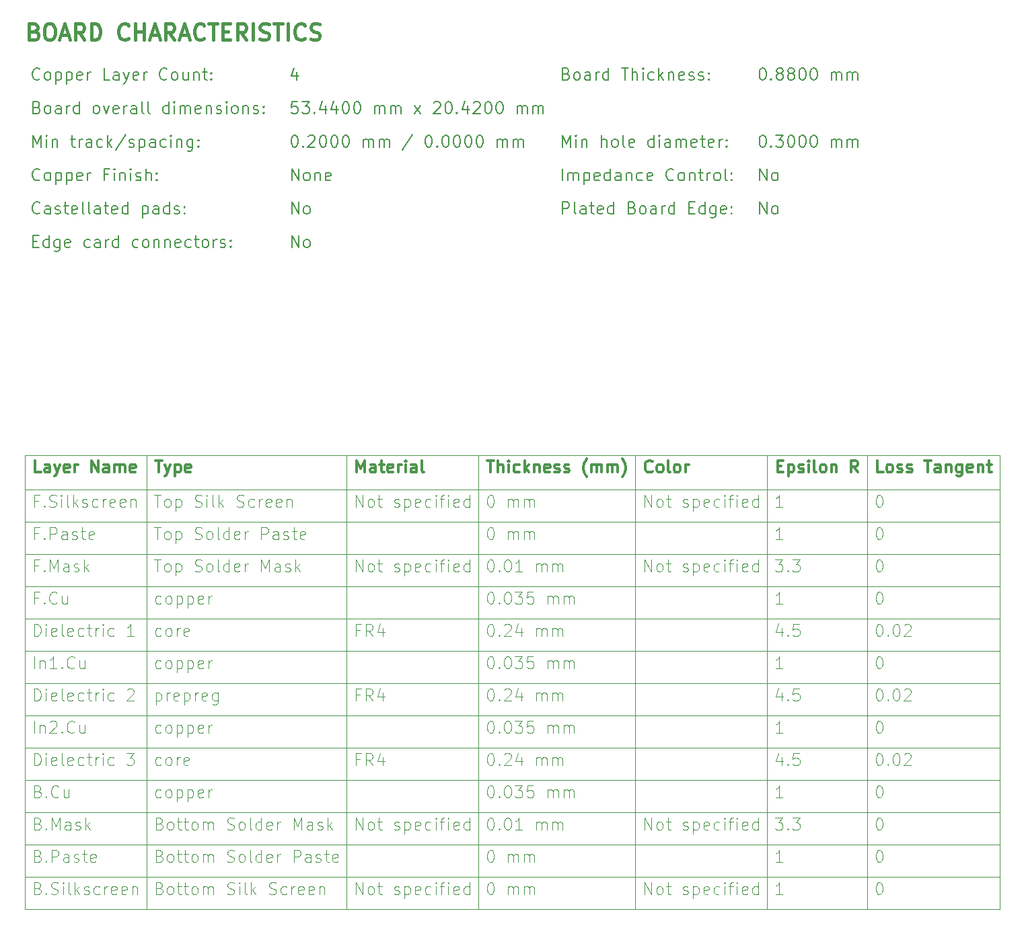
<source format=gbr>
%TF.GenerationSoftware,KiCad,Pcbnew,6.0.2*%
%TF.CreationDate,2022-04-10T12:21:25-06:00*%
%TF.ProjectId,FPGA_1,46504741-5f31-42e6-9b69-6361645f7063,rev?*%
%TF.SameCoordinates,Original*%
%TF.FileFunction,Other,User*%
%FSLAX46Y46*%
G04 Gerber Fmt 4.6, Leading zero omitted, Abs format (unit mm)*
G04 Created by KiCad (PCBNEW 6.0.2) date 2022-04-10 12:21:25*
%MOMM*%
%LPD*%
G01*
G04 APERTURE LIST*
%ADD10C,0.100000*%
%ADD11C,0.200000*%
%ADD12C,0.300000*%
%ADD13C,0.400000*%
G04 APERTURE END LIST*
D10*
X167620400Y-101523800D02*
X167620400Y-158733800D01*
X61620400Y-101523800D02*
X61620400Y-158733800D01*
X61620400Y-130278800D02*
X184277543Y-130278800D01*
X61620400Y-109953800D02*
X184277543Y-109953800D01*
X76934686Y-101523800D02*
X76934686Y-158733800D01*
X61620400Y-154668800D02*
X184277543Y-154668800D01*
X118706115Y-101523800D02*
X118706115Y-158733800D01*
X61620400Y-118083800D02*
X184277543Y-118083800D01*
X61620400Y-122148800D02*
X184277543Y-122148800D01*
X61620400Y-158733800D02*
X184277543Y-158733800D01*
X138434686Y-101523800D02*
X138434686Y-158733800D01*
X61620400Y-134343800D02*
X184277543Y-134343800D01*
X61620400Y-138408800D02*
X184277543Y-138408800D01*
X61620400Y-142473800D02*
X184277543Y-142473800D01*
X61620400Y-105888800D02*
X184277543Y-105888800D01*
X61620400Y-146538800D02*
X184277543Y-146538800D01*
X184277543Y-101523800D02*
X184277543Y-158733800D01*
X61620400Y-126213800D02*
X184277543Y-126213800D01*
X102106115Y-101523800D02*
X102106115Y-158733800D01*
X61620400Y-150603800D02*
X184277543Y-150603800D01*
X155034686Y-101523800D02*
X155034686Y-158733800D01*
X61620400Y-101523800D02*
X184277543Y-101523800D01*
X61620400Y-114018800D02*
X184277543Y-114018800D01*
D11*
X63166342Y-57740657D02*
X63380628Y-57812085D01*
X63452057Y-57883514D01*
X63523485Y-58026371D01*
X63523485Y-58240657D01*
X63452057Y-58383514D01*
X63380628Y-58454942D01*
X63237771Y-58526371D01*
X62666342Y-58526371D01*
X62666342Y-57026371D01*
X63166342Y-57026371D01*
X63309200Y-57097800D01*
X63380628Y-57169228D01*
X63452057Y-57312085D01*
X63452057Y-57454942D01*
X63380628Y-57597800D01*
X63309200Y-57669228D01*
X63166342Y-57740657D01*
X62666342Y-57740657D01*
X64380628Y-58526371D02*
X64237771Y-58454942D01*
X64166342Y-58383514D01*
X64094914Y-58240657D01*
X64094914Y-57812085D01*
X64166342Y-57669228D01*
X64237771Y-57597800D01*
X64380628Y-57526371D01*
X64594914Y-57526371D01*
X64737771Y-57597800D01*
X64809200Y-57669228D01*
X64880628Y-57812085D01*
X64880628Y-58240657D01*
X64809200Y-58383514D01*
X64737771Y-58454942D01*
X64594914Y-58526371D01*
X64380628Y-58526371D01*
X66166342Y-58526371D02*
X66166342Y-57740657D01*
X66094914Y-57597800D01*
X65952057Y-57526371D01*
X65666342Y-57526371D01*
X65523485Y-57597800D01*
X66166342Y-58454942D02*
X66023485Y-58526371D01*
X65666342Y-58526371D01*
X65523485Y-58454942D01*
X65452057Y-58312085D01*
X65452057Y-58169228D01*
X65523485Y-58026371D01*
X65666342Y-57954942D01*
X66023485Y-57954942D01*
X66166342Y-57883514D01*
X66880628Y-58526371D02*
X66880628Y-57526371D01*
X66880628Y-57812085D02*
X66952057Y-57669228D01*
X67023485Y-57597800D01*
X67166342Y-57526371D01*
X67309200Y-57526371D01*
X68452057Y-58526371D02*
X68452057Y-57026371D01*
X68452057Y-58454942D02*
X68309200Y-58526371D01*
X68023485Y-58526371D01*
X67880628Y-58454942D01*
X67809200Y-58383514D01*
X67737771Y-58240657D01*
X67737771Y-57812085D01*
X67809200Y-57669228D01*
X67880628Y-57597800D01*
X68023485Y-57526371D01*
X68309200Y-57526371D01*
X68452057Y-57597800D01*
X70523485Y-58526371D02*
X70380628Y-58454942D01*
X70309200Y-58383514D01*
X70237771Y-58240657D01*
X70237771Y-57812085D01*
X70309200Y-57669228D01*
X70380628Y-57597800D01*
X70523485Y-57526371D01*
X70737771Y-57526371D01*
X70880628Y-57597800D01*
X70952057Y-57669228D01*
X71023485Y-57812085D01*
X71023485Y-58240657D01*
X70952057Y-58383514D01*
X70880628Y-58454942D01*
X70737771Y-58526371D01*
X70523485Y-58526371D01*
X71523485Y-57526371D02*
X71880628Y-58526371D01*
X72237771Y-57526371D01*
X73380628Y-58454942D02*
X73237771Y-58526371D01*
X72952057Y-58526371D01*
X72809200Y-58454942D01*
X72737771Y-58312085D01*
X72737771Y-57740657D01*
X72809200Y-57597800D01*
X72952057Y-57526371D01*
X73237771Y-57526371D01*
X73380628Y-57597800D01*
X73452057Y-57740657D01*
X73452057Y-57883514D01*
X72737771Y-58026371D01*
X74094914Y-58526371D02*
X74094914Y-57526371D01*
X74094914Y-57812085D02*
X74166342Y-57669228D01*
X74237771Y-57597800D01*
X74380628Y-57526371D01*
X74523485Y-57526371D01*
X75666342Y-58526371D02*
X75666342Y-57740657D01*
X75594914Y-57597800D01*
X75452057Y-57526371D01*
X75166342Y-57526371D01*
X75023485Y-57597800D01*
X75666342Y-58454942D02*
X75523485Y-58526371D01*
X75166342Y-58526371D01*
X75023485Y-58454942D01*
X74952057Y-58312085D01*
X74952057Y-58169228D01*
X75023485Y-58026371D01*
X75166342Y-57954942D01*
X75523485Y-57954942D01*
X75666342Y-57883514D01*
X76594914Y-58526371D02*
X76452057Y-58454942D01*
X76380628Y-58312085D01*
X76380628Y-57026371D01*
X77380628Y-58526371D02*
X77237771Y-58454942D01*
X77166342Y-58312085D01*
X77166342Y-57026371D01*
X79737771Y-58526371D02*
X79737771Y-57026371D01*
X79737771Y-58454942D02*
X79594914Y-58526371D01*
X79309200Y-58526371D01*
X79166342Y-58454942D01*
X79094914Y-58383514D01*
X79023485Y-58240657D01*
X79023485Y-57812085D01*
X79094914Y-57669228D01*
X79166342Y-57597800D01*
X79309200Y-57526371D01*
X79594914Y-57526371D01*
X79737771Y-57597800D01*
X80452057Y-58526371D02*
X80452057Y-57526371D01*
X80452057Y-57026371D02*
X80380628Y-57097800D01*
X80452057Y-57169228D01*
X80523485Y-57097800D01*
X80452057Y-57026371D01*
X80452057Y-57169228D01*
X81166342Y-58526371D02*
X81166342Y-57526371D01*
X81166342Y-57669228D02*
X81237771Y-57597800D01*
X81380628Y-57526371D01*
X81594914Y-57526371D01*
X81737771Y-57597800D01*
X81809200Y-57740657D01*
X81809200Y-58526371D01*
X81809200Y-57740657D02*
X81880628Y-57597800D01*
X82023485Y-57526371D01*
X82237771Y-57526371D01*
X82380628Y-57597800D01*
X82452057Y-57740657D01*
X82452057Y-58526371D01*
X83737771Y-58454942D02*
X83594914Y-58526371D01*
X83309200Y-58526371D01*
X83166342Y-58454942D01*
X83094914Y-58312085D01*
X83094914Y-57740657D01*
X83166342Y-57597800D01*
X83309200Y-57526371D01*
X83594914Y-57526371D01*
X83737771Y-57597800D01*
X83809200Y-57740657D01*
X83809200Y-57883514D01*
X83094914Y-58026371D01*
X84452057Y-57526371D02*
X84452057Y-58526371D01*
X84452057Y-57669228D02*
X84523485Y-57597800D01*
X84666342Y-57526371D01*
X84880628Y-57526371D01*
X85023485Y-57597800D01*
X85094914Y-57740657D01*
X85094914Y-58526371D01*
X85737771Y-58454942D02*
X85880628Y-58526371D01*
X86166342Y-58526371D01*
X86309200Y-58454942D01*
X86380628Y-58312085D01*
X86380628Y-58240657D01*
X86309200Y-58097800D01*
X86166342Y-58026371D01*
X85952057Y-58026371D01*
X85809200Y-57954942D01*
X85737771Y-57812085D01*
X85737771Y-57740657D01*
X85809200Y-57597800D01*
X85952057Y-57526371D01*
X86166342Y-57526371D01*
X86309200Y-57597800D01*
X87023485Y-58526371D02*
X87023485Y-57526371D01*
X87023485Y-57026371D02*
X86952057Y-57097800D01*
X87023485Y-57169228D01*
X87094914Y-57097800D01*
X87023485Y-57026371D01*
X87023485Y-57169228D01*
X87952057Y-58526371D02*
X87809200Y-58454942D01*
X87737771Y-58383514D01*
X87666342Y-58240657D01*
X87666342Y-57812085D01*
X87737771Y-57669228D01*
X87809200Y-57597800D01*
X87952057Y-57526371D01*
X88166342Y-57526371D01*
X88309200Y-57597800D01*
X88380628Y-57669228D01*
X88452057Y-57812085D01*
X88452057Y-58240657D01*
X88380628Y-58383514D01*
X88309200Y-58454942D01*
X88166342Y-58526371D01*
X87952057Y-58526371D01*
X89094914Y-57526371D02*
X89094914Y-58526371D01*
X89094914Y-57669228D02*
X89166342Y-57597800D01*
X89309200Y-57526371D01*
X89523485Y-57526371D01*
X89666342Y-57597800D01*
X89737771Y-57740657D01*
X89737771Y-58526371D01*
X90380628Y-58454942D02*
X90523485Y-58526371D01*
X90809200Y-58526371D01*
X90952057Y-58454942D01*
X91023485Y-58312085D01*
X91023485Y-58240657D01*
X90952057Y-58097800D01*
X90809200Y-58026371D01*
X90594914Y-58026371D01*
X90452057Y-57954942D01*
X90380628Y-57812085D01*
X90380628Y-57740657D01*
X90452057Y-57597800D01*
X90594914Y-57526371D01*
X90809200Y-57526371D01*
X90952057Y-57597800D01*
X91666342Y-58383514D02*
X91737771Y-58454942D01*
X91666342Y-58526371D01*
X91594914Y-58454942D01*
X91666342Y-58383514D01*
X91666342Y-58526371D01*
X91666342Y-57597800D02*
X91737771Y-57669228D01*
X91666342Y-57740657D01*
X91594914Y-57669228D01*
X91666342Y-57597800D01*
X91666342Y-57740657D01*
D10*
X169078257Y-130957371D02*
X169221114Y-130957371D01*
X169363971Y-131028800D01*
X169435400Y-131100228D01*
X169506828Y-131243085D01*
X169578257Y-131528800D01*
X169578257Y-131885942D01*
X169506828Y-132171657D01*
X169435400Y-132314514D01*
X169363971Y-132385942D01*
X169221114Y-132457371D01*
X169078257Y-132457371D01*
X168935400Y-132385942D01*
X168863971Y-132314514D01*
X168792542Y-132171657D01*
X168721114Y-131885942D01*
X168721114Y-131528800D01*
X168792542Y-131243085D01*
X168863971Y-131100228D01*
X168935400Y-131028800D01*
X169078257Y-130957371D01*
X170221114Y-132314514D02*
X170292542Y-132385942D01*
X170221114Y-132457371D01*
X170149685Y-132385942D01*
X170221114Y-132314514D01*
X170221114Y-132457371D01*
X171221114Y-130957371D02*
X171363971Y-130957371D01*
X171506828Y-131028800D01*
X171578257Y-131100228D01*
X171649685Y-131243085D01*
X171721114Y-131528800D01*
X171721114Y-131885942D01*
X171649685Y-132171657D01*
X171578257Y-132314514D01*
X171506828Y-132385942D01*
X171363971Y-132457371D01*
X171221114Y-132457371D01*
X171078257Y-132385942D01*
X171006828Y-132314514D01*
X170935400Y-132171657D01*
X170863971Y-131885942D01*
X170863971Y-131528800D01*
X170935400Y-131243085D01*
X171006828Y-131100228D01*
X171078257Y-131028800D01*
X171221114Y-130957371D01*
X172292542Y-131100228D02*
X172363971Y-131028800D01*
X172506828Y-130957371D01*
X172863971Y-130957371D01*
X173006828Y-131028800D01*
X173078257Y-131100228D01*
X173149685Y-131243085D01*
X173149685Y-131385942D01*
X173078257Y-131600228D01*
X172221114Y-132457371D01*
X173149685Y-132457371D01*
X62792542Y-128392371D02*
X62792542Y-126892371D01*
X63506828Y-127392371D02*
X63506828Y-128392371D01*
X63506828Y-127535228D02*
X63578257Y-127463800D01*
X63721114Y-127392371D01*
X63935400Y-127392371D01*
X64078257Y-127463800D01*
X64149685Y-127606657D01*
X64149685Y-128392371D01*
X65649685Y-128392371D02*
X64792542Y-128392371D01*
X65221114Y-128392371D02*
X65221114Y-126892371D01*
X65078257Y-127106657D01*
X64935400Y-127249514D01*
X64792542Y-127320942D01*
X66292542Y-128249514D02*
X66363971Y-128320942D01*
X66292542Y-128392371D01*
X66221114Y-128320942D01*
X66292542Y-128249514D01*
X66292542Y-128392371D01*
X67863971Y-128249514D02*
X67792542Y-128320942D01*
X67578257Y-128392371D01*
X67435400Y-128392371D01*
X67221114Y-128320942D01*
X67078257Y-128178085D01*
X67006828Y-128035228D01*
X66935400Y-127749514D01*
X66935400Y-127535228D01*
X67006828Y-127249514D01*
X67078257Y-127106657D01*
X67221114Y-126963800D01*
X67435400Y-126892371D01*
X67578257Y-126892371D01*
X67792542Y-126963800D01*
X67863971Y-127035228D01*
X69149685Y-127392371D02*
X69149685Y-128392371D01*
X68506828Y-127392371D02*
X68506828Y-128178085D01*
X68578257Y-128320942D01*
X68721114Y-128392371D01*
X68935400Y-128392371D01*
X69078257Y-128320942D01*
X69149685Y-128249514D01*
X120163972Y-114697371D02*
X120306829Y-114697371D01*
X120449686Y-114768800D01*
X120521115Y-114840228D01*
X120592543Y-114983085D01*
X120663972Y-115268800D01*
X120663972Y-115625942D01*
X120592543Y-115911657D01*
X120521115Y-116054514D01*
X120449686Y-116125942D01*
X120306829Y-116197371D01*
X120163972Y-116197371D01*
X120021115Y-116125942D01*
X119949686Y-116054514D01*
X119878257Y-115911657D01*
X119806829Y-115625942D01*
X119806829Y-115268800D01*
X119878257Y-114983085D01*
X119949686Y-114840228D01*
X120021115Y-114768800D01*
X120163972Y-114697371D01*
X121306829Y-116054514D02*
X121378257Y-116125942D01*
X121306829Y-116197371D01*
X121235400Y-116125942D01*
X121306829Y-116054514D01*
X121306829Y-116197371D01*
X122306829Y-114697371D02*
X122449686Y-114697371D01*
X122592543Y-114768800D01*
X122663972Y-114840228D01*
X122735400Y-114983085D01*
X122806829Y-115268800D01*
X122806829Y-115625942D01*
X122735400Y-115911657D01*
X122663972Y-116054514D01*
X122592543Y-116125942D01*
X122449686Y-116197371D01*
X122306829Y-116197371D01*
X122163972Y-116125942D01*
X122092543Y-116054514D01*
X122021115Y-115911657D01*
X121949686Y-115625942D01*
X121949686Y-115268800D01*
X122021115Y-114983085D01*
X122092543Y-114840228D01*
X122163972Y-114768800D01*
X122306829Y-114697371D01*
X124235400Y-116197371D02*
X123378257Y-116197371D01*
X123806829Y-116197371D02*
X123806829Y-114697371D01*
X123663972Y-114911657D01*
X123521115Y-115054514D01*
X123378257Y-115125942D01*
X126021115Y-116197371D02*
X126021115Y-115197371D01*
X126021115Y-115340228D02*
X126092543Y-115268800D01*
X126235400Y-115197371D01*
X126449686Y-115197371D01*
X126592543Y-115268800D01*
X126663972Y-115411657D01*
X126663972Y-116197371D01*
X126663972Y-115411657D02*
X126735400Y-115268800D01*
X126878257Y-115197371D01*
X127092543Y-115197371D01*
X127235400Y-115268800D01*
X127306829Y-115411657D01*
X127306829Y-116197371D01*
X128021115Y-116197371D02*
X128021115Y-115197371D01*
X128021115Y-115340228D02*
X128092543Y-115268800D01*
X128235400Y-115197371D01*
X128449686Y-115197371D01*
X128592543Y-115268800D01*
X128663972Y-115411657D01*
X128663972Y-116197371D01*
X128663972Y-115411657D02*
X128735400Y-115268800D01*
X128878257Y-115197371D01*
X129092543Y-115197371D01*
X129235400Y-115268800D01*
X129306829Y-115411657D01*
X129306829Y-116197371D01*
D12*
X119793972Y-102202371D02*
X120651115Y-102202371D01*
X120222543Y-103702371D02*
X120222543Y-102202371D01*
X121151115Y-103702371D02*
X121151115Y-102202371D01*
X121793972Y-103702371D02*
X121793972Y-102916657D01*
X121722543Y-102773800D01*
X121579686Y-102702371D01*
X121365400Y-102702371D01*
X121222543Y-102773800D01*
X121151115Y-102845228D01*
X122508257Y-103702371D02*
X122508257Y-102702371D01*
X122508257Y-102202371D02*
X122436829Y-102273800D01*
X122508257Y-102345228D01*
X122579686Y-102273800D01*
X122508257Y-102202371D01*
X122508257Y-102345228D01*
X123865400Y-103630942D02*
X123722543Y-103702371D01*
X123436829Y-103702371D01*
X123293972Y-103630942D01*
X123222543Y-103559514D01*
X123151115Y-103416657D01*
X123151115Y-102988085D01*
X123222543Y-102845228D01*
X123293972Y-102773800D01*
X123436829Y-102702371D01*
X123722543Y-102702371D01*
X123865400Y-102773800D01*
X124508257Y-103702371D02*
X124508257Y-102202371D01*
X124651115Y-103130942D02*
X125079686Y-103702371D01*
X125079686Y-102702371D02*
X124508257Y-103273800D01*
X125722543Y-102702371D02*
X125722543Y-103702371D01*
X125722543Y-102845228D02*
X125793972Y-102773800D01*
X125936829Y-102702371D01*
X126151115Y-102702371D01*
X126293972Y-102773800D01*
X126365400Y-102916657D01*
X126365400Y-103702371D01*
X127651115Y-103630942D02*
X127508257Y-103702371D01*
X127222543Y-103702371D01*
X127079686Y-103630942D01*
X127008257Y-103488085D01*
X127008257Y-102916657D01*
X127079686Y-102773800D01*
X127222543Y-102702371D01*
X127508257Y-102702371D01*
X127651115Y-102773800D01*
X127722543Y-102916657D01*
X127722543Y-103059514D01*
X127008257Y-103202371D01*
X128293972Y-103630942D02*
X128436829Y-103702371D01*
X128722543Y-103702371D01*
X128865400Y-103630942D01*
X128936829Y-103488085D01*
X128936829Y-103416657D01*
X128865400Y-103273800D01*
X128722543Y-103202371D01*
X128508257Y-103202371D01*
X128365400Y-103130942D01*
X128293972Y-102988085D01*
X128293972Y-102916657D01*
X128365400Y-102773800D01*
X128508257Y-102702371D01*
X128722543Y-102702371D01*
X128865400Y-102773800D01*
X129508257Y-103630942D02*
X129651115Y-103702371D01*
X129936829Y-103702371D01*
X130079686Y-103630942D01*
X130151115Y-103488085D01*
X130151115Y-103416657D01*
X130079686Y-103273800D01*
X129936829Y-103202371D01*
X129722543Y-103202371D01*
X129579686Y-103130942D01*
X129508257Y-102988085D01*
X129508257Y-102916657D01*
X129579686Y-102773800D01*
X129722543Y-102702371D01*
X129936829Y-102702371D01*
X130079686Y-102773800D01*
X132365400Y-104273800D02*
X132293972Y-104202371D01*
X132151115Y-103988085D01*
X132079686Y-103845228D01*
X132008257Y-103630942D01*
X131936829Y-103273800D01*
X131936829Y-102988085D01*
X132008257Y-102630942D01*
X132079686Y-102416657D01*
X132151115Y-102273800D01*
X132293972Y-102059514D01*
X132365400Y-101988085D01*
X132936829Y-103702371D02*
X132936829Y-102702371D01*
X132936829Y-102845228D02*
X133008257Y-102773800D01*
X133151115Y-102702371D01*
X133365400Y-102702371D01*
X133508257Y-102773800D01*
X133579686Y-102916657D01*
X133579686Y-103702371D01*
X133579686Y-102916657D02*
X133651115Y-102773800D01*
X133793972Y-102702371D01*
X134008257Y-102702371D01*
X134151115Y-102773800D01*
X134222543Y-102916657D01*
X134222543Y-103702371D01*
X134936829Y-103702371D02*
X134936829Y-102702371D01*
X134936829Y-102845228D02*
X135008257Y-102773800D01*
X135151115Y-102702371D01*
X135365400Y-102702371D01*
X135508257Y-102773800D01*
X135579686Y-102916657D01*
X135579686Y-103702371D01*
X135579686Y-102916657D02*
X135651115Y-102773800D01*
X135793972Y-102702371D01*
X136008257Y-102702371D01*
X136151115Y-102773800D01*
X136222543Y-102916657D01*
X136222543Y-103702371D01*
X136793972Y-104273800D02*
X136865400Y-104202371D01*
X137008257Y-103988085D01*
X137079686Y-103845228D01*
X137151115Y-103630942D01*
X137222543Y-103273800D01*
X137222543Y-102988085D01*
X137151115Y-102630942D01*
X137079686Y-102416657D01*
X137008257Y-102273800D01*
X136865400Y-102059514D01*
X136793972Y-101988085D01*
D11*
X63523485Y-66813514D02*
X63452057Y-66884942D01*
X63237771Y-66956371D01*
X63094914Y-66956371D01*
X62880628Y-66884942D01*
X62737771Y-66742085D01*
X62666342Y-66599228D01*
X62594914Y-66313514D01*
X62594914Y-66099228D01*
X62666342Y-65813514D01*
X62737771Y-65670657D01*
X62880628Y-65527800D01*
X63094914Y-65456371D01*
X63237771Y-65456371D01*
X63452057Y-65527800D01*
X63523485Y-65599228D01*
X64380628Y-66956371D02*
X64237771Y-66884942D01*
X64166342Y-66813514D01*
X64094914Y-66670657D01*
X64094914Y-66242085D01*
X64166342Y-66099228D01*
X64237771Y-66027800D01*
X64380628Y-65956371D01*
X64594914Y-65956371D01*
X64737771Y-66027800D01*
X64809200Y-66099228D01*
X64880628Y-66242085D01*
X64880628Y-66670657D01*
X64809200Y-66813514D01*
X64737771Y-66884942D01*
X64594914Y-66956371D01*
X64380628Y-66956371D01*
X65523485Y-65956371D02*
X65523485Y-67456371D01*
X65523485Y-66027800D02*
X65666342Y-65956371D01*
X65952057Y-65956371D01*
X66094914Y-66027800D01*
X66166342Y-66099228D01*
X66237771Y-66242085D01*
X66237771Y-66670657D01*
X66166342Y-66813514D01*
X66094914Y-66884942D01*
X65952057Y-66956371D01*
X65666342Y-66956371D01*
X65523485Y-66884942D01*
X66880628Y-65956371D02*
X66880628Y-67456371D01*
X66880628Y-66027800D02*
X67023485Y-65956371D01*
X67309200Y-65956371D01*
X67452057Y-66027800D01*
X67523485Y-66099228D01*
X67594914Y-66242085D01*
X67594914Y-66670657D01*
X67523485Y-66813514D01*
X67452057Y-66884942D01*
X67309200Y-66956371D01*
X67023485Y-66956371D01*
X66880628Y-66884942D01*
X68809200Y-66884942D02*
X68666342Y-66956371D01*
X68380628Y-66956371D01*
X68237771Y-66884942D01*
X68166342Y-66742085D01*
X68166342Y-66170657D01*
X68237771Y-66027800D01*
X68380628Y-65956371D01*
X68666342Y-65956371D01*
X68809200Y-66027800D01*
X68880628Y-66170657D01*
X68880628Y-66313514D01*
X68166342Y-66456371D01*
X69523485Y-66956371D02*
X69523485Y-65956371D01*
X69523485Y-66242085D02*
X69594914Y-66099228D01*
X69666342Y-66027800D01*
X69809200Y-65956371D01*
X69952057Y-65956371D01*
X72094914Y-66170657D02*
X71594914Y-66170657D01*
X71594914Y-66956371D02*
X71594914Y-65456371D01*
X72309200Y-65456371D01*
X72880628Y-66956371D02*
X72880628Y-65956371D01*
X72880628Y-65456371D02*
X72809200Y-65527800D01*
X72880628Y-65599228D01*
X72952057Y-65527800D01*
X72880628Y-65456371D01*
X72880628Y-65599228D01*
X73594914Y-65956371D02*
X73594914Y-66956371D01*
X73594914Y-66099228D02*
X73666342Y-66027800D01*
X73809200Y-65956371D01*
X74023485Y-65956371D01*
X74166342Y-66027800D01*
X74237771Y-66170657D01*
X74237771Y-66956371D01*
X74952057Y-66956371D02*
X74952057Y-65956371D01*
X74952057Y-65456371D02*
X74880628Y-65527800D01*
X74952057Y-65599228D01*
X75023485Y-65527800D01*
X74952057Y-65456371D01*
X74952057Y-65599228D01*
X75594914Y-66884942D02*
X75737771Y-66956371D01*
X76023485Y-66956371D01*
X76166342Y-66884942D01*
X76237771Y-66742085D01*
X76237771Y-66670657D01*
X76166342Y-66527800D01*
X76023485Y-66456371D01*
X75809200Y-66456371D01*
X75666342Y-66384942D01*
X75594914Y-66242085D01*
X75594914Y-66170657D01*
X75666342Y-66027800D01*
X75809200Y-65956371D01*
X76023485Y-65956371D01*
X76166342Y-66027800D01*
X76880628Y-66956371D02*
X76880628Y-65456371D01*
X77523485Y-66956371D02*
X77523485Y-66170657D01*
X77452057Y-66027800D01*
X77309200Y-65956371D01*
X77094914Y-65956371D01*
X76952057Y-66027800D01*
X76880628Y-66099228D01*
X78237771Y-66813514D02*
X78309200Y-66884942D01*
X78237771Y-66956371D01*
X78166342Y-66884942D01*
X78237771Y-66813514D01*
X78237771Y-66956371D01*
X78237771Y-66027800D02*
X78309200Y-66099228D01*
X78237771Y-66170657D01*
X78166342Y-66099228D01*
X78237771Y-66027800D01*
X78237771Y-66170657D01*
X95937771Y-57026371D02*
X95223485Y-57026371D01*
X95152057Y-57740657D01*
X95223485Y-57669228D01*
X95366343Y-57597800D01*
X95723485Y-57597800D01*
X95866343Y-57669228D01*
X95937771Y-57740657D01*
X96009200Y-57883514D01*
X96009200Y-58240657D01*
X95937771Y-58383514D01*
X95866343Y-58454942D01*
X95723485Y-58526371D01*
X95366343Y-58526371D01*
X95223485Y-58454942D01*
X95152057Y-58383514D01*
X96509200Y-57026371D02*
X97437771Y-57026371D01*
X96937771Y-57597800D01*
X97152057Y-57597800D01*
X97294914Y-57669228D01*
X97366343Y-57740657D01*
X97437771Y-57883514D01*
X97437771Y-58240657D01*
X97366343Y-58383514D01*
X97294914Y-58454942D01*
X97152057Y-58526371D01*
X96723485Y-58526371D01*
X96580628Y-58454942D01*
X96509200Y-58383514D01*
X98080628Y-58383514D02*
X98152057Y-58454942D01*
X98080628Y-58526371D01*
X98009200Y-58454942D01*
X98080628Y-58383514D01*
X98080628Y-58526371D01*
X99437771Y-57526371D02*
X99437771Y-58526371D01*
X99080628Y-56954942D02*
X98723485Y-58026371D01*
X99652057Y-58026371D01*
X100866343Y-57526371D02*
X100866343Y-58526371D01*
X100509200Y-56954942D02*
X100152057Y-58026371D01*
X101080628Y-58026371D01*
X101937771Y-57026371D02*
X102080628Y-57026371D01*
X102223485Y-57097800D01*
X102294914Y-57169228D01*
X102366343Y-57312085D01*
X102437771Y-57597800D01*
X102437771Y-57954942D01*
X102366343Y-58240657D01*
X102294914Y-58383514D01*
X102223485Y-58454942D01*
X102080628Y-58526371D01*
X101937771Y-58526371D01*
X101794914Y-58454942D01*
X101723485Y-58383514D01*
X101652057Y-58240657D01*
X101580628Y-57954942D01*
X101580628Y-57597800D01*
X101652057Y-57312085D01*
X101723485Y-57169228D01*
X101794914Y-57097800D01*
X101937771Y-57026371D01*
X103366343Y-57026371D02*
X103509200Y-57026371D01*
X103652057Y-57097800D01*
X103723485Y-57169228D01*
X103794914Y-57312085D01*
X103866343Y-57597800D01*
X103866343Y-57954942D01*
X103794914Y-58240657D01*
X103723485Y-58383514D01*
X103652057Y-58454942D01*
X103509200Y-58526371D01*
X103366343Y-58526371D01*
X103223485Y-58454942D01*
X103152057Y-58383514D01*
X103080628Y-58240657D01*
X103009200Y-57954942D01*
X103009200Y-57597800D01*
X103080628Y-57312085D01*
X103152057Y-57169228D01*
X103223485Y-57097800D01*
X103366343Y-57026371D01*
X105652057Y-58526371D02*
X105652057Y-57526371D01*
X105652057Y-57669228D02*
X105723485Y-57597800D01*
X105866343Y-57526371D01*
X106080628Y-57526371D01*
X106223485Y-57597800D01*
X106294914Y-57740657D01*
X106294914Y-58526371D01*
X106294914Y-57740657D02*
X106366343Y-57597800D01*
X106509200Y-57526371D01*
X106723485Y-57526371D01*
X106866343Y-57597800D01*
X106937771Y-57740657D01*
X106937771Y-58526371D01*
X107652057Y-58526371D02*
X107652057Y-57526371D01*
X107652057Y-57669228D02*
X107723485Y-57597800D01*
X107866343Y-57526371D01*
X108080628Y-57526371D01*
X108223485Y-57597800D01*
X108294914Y-57740657D01*
X108294914Y-58526371D01*
X108294914Y-57740657D02*
X108366343Y-57597800D01*
X108509200Y-57526371D01*
X108723485Y-57526371D01*
X108866343Y-57597800D01*
X108937771Y-57740657D01*
X108937771Y-58526371D01*
X110652057Y-58526371D02*
X111437771Y-57526371D01*
X110652057Y-57526371D02*
X111437771Y-58526371D01*
X113080628Y-57169228D02*
X113152057Y-57097800D01*
X113294914Y-57026371D01*
X113652057Y-57026371D01*
X113794914Y-57097800D01*
X113866343Y-57169228D01*
X113937771Y-57312085D01*
X113937771Y-57454942D01*
X113866343Y-57669228D01*
X113009200Y-58526371D01*
X113937771Y-58526371D01*
X114866343Y-57026371D02*
X115009200Y-57026371D01*
X115152057Y-57097800D01*
X115223485Y-57169228D01*
X115294914Y-57312085D01*
X115366343Y-57597800D01*
X115366343Y-57954942D01*
X115294914Y-58240657D01*
X115223485Y-58383514D01*
X115152057Y-58454942D01*
X115009200Y-58526371D01*
X114866343Y-58526371D01*
X114723485Y-58454942D01*
X114652057Y-58383514D01*
X114580628Y-58240657D01*
X114509200Y-57954942D01*
X114509200Y-57597800D01*
X114580628Y-57312085D01*
X114652057Y-57169228D01*
X114723485Y-57097800D01*
X114866343Y-57026371D01*
X116009200Y-58383514D02*
X116080628Y-58454942D01*
X116009200Y-58526371D01*
X115937771Y-58454942D01*
X116009200Y-58383514D01*
X116009200Y-58526371D01*
X117366343Y-57526371D02*
X117366343Y-58526371D01*
X117009200Y-56954942D02*
X116652057Y-58026371D01*
X117580628Y-58026371D01*
X118080628Y-57169228D02*
X118152057Y-57097800D01*
X118294914Y-57026371D01*
X118652057Y-57026371D01*
X118794914Y-57097800D01*
X118866343Y-57169228D01*
X118937771Y-57312085D01*
X118937771Y-57454942D01*
X118866343Y-57669228D01*
X118009200Y-58526371D01*
X118937771Y-58526371D01*
X119866343Y-57026371D02*
X120009200Y-57026371D01*
X120152057Y-57097800D01*
X120223485Y-57169228D01*
X120294914Y-57312085D01*
X120366343Y-57597800D01*
X120366343Y-57954942D01*
X120294914Y-58240657D01*
X120223485Y-58383514D01*
X120152057Y-58454942D01*
X120009200Y-58526371D01*
X119866343Y-58526371D01*
X119723485Y-58454942D01*
X119652057Y-58383514D01*
X119580628Y-58240657D01*
X119509200Y-57954942D01*
X119509200Y-57597800D01*
X119580628Y-57312085D01*
X119652057Y-57169228D01*
X119723485Y-57097800D01*
X119866343Y-57026371D01*
X121294914Y-57026371D02*
X121437771Y-57026371D01*
X121580628Y-57097800D01*
X121652057Y-57169228D01*
X121723485Y-57312085D01*
X121794914Y-57597800D01*
X121794914Y-57954942D01*
X121723485Y-58240657D01*
X121652057Y-58383514D01*
X121580628Y-58454942D01*
X121437771Y-58526371D01*
X121294914Y-58526371D01*
X121152057Y-58454942D01*
X121080628Y-58383514D01*
X121009200Y-58240657D01*
X120937771Y-57954942D01*
X120937771Y-57597800D01*
X121009200Y-57312085D01*
X121080628Y-57169228D01*
X121152057Y-57097800D01*
X121294914Y-57026371D01*
X123580628Y-58526371D02*
X123580628Y-57526371D01*
X123580628Y-57669228D02*
X123652057Y-57597800D01*
X123794914Y-57526371D01*
X124009200Y-57526371D01*
X124152057Y-57597800D01*
X124223485Y-57740657D01*
X124223485Y-58526371D01*
X124223485Y-57740657D02*
X124294914Y-57597800D01*
X124437771Y-57526371D01*
X124652057Y-57526371D01*
X124794914Y-57597800D01*
X124866343Y-57740657D01*
X124866343Y-58526371D01*
X125580628Y-58526371D02*
X125580628Y-57526371D01*
X125580628Y-57669228D02*
X125652057Y-57597800D01*
X125794914Y-57526371D01*
X126009200Y-57526371D01*
X126152057Y-57597800D01*
X126223485Y-57740657D01*
X126223485Y-58526371D01*
X126223485Y-57740657D02*
X126294914Y-57597800D01*
X126437771Y-57526371D01*
X126652057Y-57526371D01*
X126794914Y-57597800D01*
X126866343Y-57740657D01*
X126866343Y-58526371D01*
D10*
X120163972Y-155347371D02*
X120306829Y-155347371D01*
X120449686Y-155418800D01*
X120521115Y-155490228D01*
X120592543Y-155633085D01*
X120663972Y-155918800D01*
X120663972Y-156275942D01*
X120592543Y-156561657D01*
X120521115Y-156704514D01*
X120449686Y-156775942D01*
X120306829Y-156847371D01*
X120163972Y-156847371D01*
X120021115Y-156775942D01*
X119949686Y-156704514D01*
X119878257Y-156561657D01*
X119806829Y-156275942D01*
X119806829Y-155918800D01*
X119878257Y-155633085D01*
X119949686Y-155490228D01*
X120021115Y-155418800D01*
X120163972Y-155347371D01*
X122449686Y-156847371D02*
X122449686Y-155847371D01*
X122449686Y-155990228D02*
X122521115Y-155918800D01*
X122663972Y-155847371D01*
X122878257Y-155847371D01*
X123021115Y-155918800D01*
X123092543Y-156061657D01*
X123092543Y-156847371D01*
X123092543Y-156061657D02*
X123163972Y-155918800D01*
X123306829Y-155847371D01*
X123521115Y-155847371D01*
X123663972Y-155918800D01*
X123735400Y-156061657D01*
X123735400Y-156847371D01*
X124449686Y-156847371D02*
X124449686Y-155847371D01*
X124449686Y-155990228D02*
X124521115Y-155918800D01*
X124663972Y-155847371D01*
X124878257Y-155847371D01*
X125021115Y-155918800D01*
X125092543Y-156061657D01*
X125092543Y-156847371D01*
X125092543Y-156061657D02*
X125163972Y-155918800D01*
X125306829Y-155847371D01*
X125521115Y-155847371D01*
X125663972Y-155918800D01*
X125735400Y-156061657D01*
X125735400Y-156847371D01*
D11*
X63523485Y-54168514D02*
X63452057Y-54239942D01*
X63237771Y-54311371D01*
X63094914Y-54311371D01*
X62880628Y-54239942D01*
X62737771Y-54097085D01*
X62666342Y-53954228D01*
X62594914Y-53668514D01*
X62594914Y-53454228D01*
X62666342Y-53168514D01*
X62737771Y-53025657D01*
X62880628Y-52882800D01*
X63094914Y-52811371D01*
X63237771Y-52811371D01*
X63452057Y-52882800D01*
X63523485Y-52954228D01*
X64380628Y-54311371D02*
X64237771Y-54239942D01*
X64166342Y-54168514D01*
X64094914Y-54025657D01*
X64094914Y-53597085D01*
X64166342Y-53454228D01*
X64237771Y-53382800D01*
X64380628Y-53311371D01*
X64594914Y-53311371D01*
X64737771Y-53382800D01*
X64809200Y-53454228D01*
X64880628Y-53597085D01*
X64880628Y-54025657D01*
X64809200Y-54168514D01*
X64737771Y-54239942D01*
X64594914Y-54311371D01*
X64380628Y-54311371D01*
X65523485Y-53311371D02*
X65523485Y-54811371D01*
X65523485Y-53382800D02*
X65666342Y-53311371D01*
X65952057Y-53311371D01*
X66094914Y-53382800D01*
X66166342Y-53454228D01*
X66237771Y-53597085D01*
X66237771Y-54025657D01*
X66166342Y-54168514D01*
X66094914Y-54239942D01*
X65952057Y-54311371D01*
X65666342Y-54311371D01*
X65523485Y-54239942D01*
X66880628Y-53311371D02*
X66880628Y-54811371D01*
X66880628Y-53382800D02*
X67023485Y-53311371D01*
X67309200Y-53311371D01*
X67452057Y-53382800D01*
X67523485Y-53454228D01*
X67594914Y-53597085D01*
X67594914Y-54025657D01*
X67523485Y-54168514D01*
X67452057Y-54239942D01*
X67309200Y-54311371D01*
X67023485Y-54311371D01*
X66880628Y-54239942D01*
X68809200Y-54239942D02*
X68666342Y-54311371D01*
X68380628Y-54311371D01*
X68237771Y-54239942D01*
X68166342Y-54097085D01*
X68166342Y-53525657D01*
X68237771Y-53382800D01*
X68380628Y-53311371D01*
X68666342Y-53311371D01*
X68809200Y-53382800D01*
X68880628Y-53525657D01*
X68880628Y-53668514D01*
X68166342Y-53811371D01*
X69523485Y-54311371D02*
X69523485Y-53311371D01*
X69523485Y-53597085D02*
X69594914Y-53454228D01*
X69666342Y-53382800D01*
X69809200Y-53311371D01*
X69952057Y-53311371D01*
X72309200Y-54311371D02*
X71594914Y-54311371D01*
X71594914Y-52811371D01*
X73452057Y-54311371D02*
X73452057Y-53525657D01*
X73380628Y-53382800D01*
X73237771Y-53311371D01*
X72952057Y-53311371D01*
X72809200Y-53382800D01*
X73452057Y-54239942D02*
X73309200Y-54311371D01*
X72952057Y-54311371D01*
X72809200Y-54239942D01*
X72737771Y-54097085D01*
X72737771Y-53954228D01*
X72809200Y-53811371D01*
X72952057Y-53739942D01*
X73309200Y-53739942D01*
X73452057Y-53668514D01*
X74023485Y-53311371D02*
X74380628Y-54311371D01*
X74737771Y-53311371D02*
X74380628Y-54311371D01*
X74237771Y-54668514D01*
X74166342Y-54739942D01*
X74023485Y-54811371D01*
X75880628Y-54239942D02*
X75737771Y-54311371D01*
X75452057Y-54311371D01*
X75309200Y-54239942D01*
X75237771Y-54097085D01*
X75237771Y-53525657D01*
X75309200Y-53382800D01*
X75452057Y-53311371D01*
X75737771Y-53311371D01*
X75880628Y-53382800D01*
X75952057Y-53525657D01*
X75952057Y-53668514D01*
X75237771Y-53811371D01*
X76594914Y-54311371D02*
X76594914Y-53311371D01*
X76594914Y-53597085D02*
X76666342Y-53454228D01*
X76737771Y-53382800D01*
X76880628Y-53311371D01*
X77023485Y-53311371D01*
X79523485Y-54168514D02*
X79452057Y-54239942D01*
X79237771Y-54311371D01*
X79094914Y-54311371D01*
X78880628Y-54239942D01*
X78737771Y-54097085D01*
X78666342Y-53954228D01*
X78594914Y-53668514D01*
X78594914Y-53454228D01*
X78666342Y-53168514D01*
X78737771Y-53025657D01*
X78880628Y-52882800D01*
X79094914Y-52811371D01*
X79237771Y-52811371D01*
X79452057Y-52882800D01*
X79523485Y-52954228D01*
X80380628Y-54311371D02*
X80237771Y-54239942D01*
X80166342Y-54168514D01*
X80094914Y-54025657D01*
X80094914Y-53597085D01*
X80166342Y-53454228D01*
X80237771Y-53382800D01*
X80380628Y-53311371D01*
X80594914Y-53311371D01*
X80737771Y-53382800D01*
X80809200Y-53454228D01*
X80880628Y-53597085D01*
X80880628Y-54025657D01*
X80809200Y-54168514D01*
X80737771Y-54239942D01*
X80594914Y-54311371D01*
X80380628Y-54311371D01*
X82166342Y-53311371D02*
X82166342Y-54311371D01*
X81523485Y-53311371D02*
X81523485Y-54097085D01*
X81594914Y-54239942D01*
X81737771Y-54311371D01*
X81952057Y-54311371D01*
X82094914Y-54239942D01*
X82166342Y-54168514D01*
X82880628Y-53311371D02*
X82880628Y-54311371D01*
X82880628Y-53454228D02*
X82952057Y-53382800D01*
X83094914Y-53311371D01*
X83309200Y-53311371D01*
X83452057Y-53382800D01*
X83523485Y-53525657D01*
X83523485Y-54311371D01*
X84023485Y-53311371D02*
X84594914Y-53311371D01*
X84237771Y-52811371D02*
X84237771Y-54097085D01*
X84309200Y-54239942D01*
X84452057Y-54311371D01*
X84594914Y-54311371D01*
X85094914Y-54168514D02*
X85166342Y-54239942D01*
X85094914Y-54311371D01*
X85023485Y-54239942D01*
X85094914Y-54168514D01*
X85094914Y-54311371D01*
X85094914Y-53382800D02*
X85166342Y-53454228D01*
X85094914Y-53525657D01*
X85023485Y-53454228D01*
X85094914Y-53382800D01*
X85094914Y-53525657D01*
X129780628Y-53525657D02*
X129994914Y-53597085D01*
X130066343Y-53668514D01*
X130137771Y-53811371D01*
X130137771Y-54025657D01*
X130066343Y-54168514D01*
X129994914Y-54239942D01*
X129852057Y-54311371D01*
X129280628Y-54311371D01*
X129280628Y-52811371D01*
X129780628Y-52811371D01*
X129923486Y-52882800D01*
X129994914Y-52954228D01*
X130066343Y-53097085D01*
X130066343Y-53239942D01*
X129994914Y-53382800D01*
X129923486Y-53454228D01*
X129780628Y-53525657D01*
X129280628Y-53525657D01*
X130994914Y-54311371D02*
X130852057Y-54239942D01*
X130780628Y-54168514D01*
X130709200Y-54025657D01*
X130709200Y-53597085D01*
X130780628Y-53454228D01*
X130852057Y-53382800D01*
X130994914Y-53311371D01*
X131209200Y-53311371D01*
X131352057Y-53382800D01*
X131423486Y-53454228D01*
X131494914Y-53597085D01*
X131494914Y-54025657D01*
X131423486Y-54168514D01*
X131352057Y-54239942D01*
X131209200Y-54311371D01*
X130994914Y-54311371D01*
X132780628Y-54311371D02*
X132780628Y-53525657D01*
X132709200Y-53382800D01*
X132566343Y-53311371D01*
X132280628Y-53311371D01*
X132137771Y-53382800D01*
X132780628Y-54239942D02*
X132637771Y-54311371D01*
X132280628Y-54311371D01*
X132137771Y-54239942D01*
X132066343Y-54097085D01*
X132066343Y-53954228D01*
X132137771Y-53811371D01*
X132280628Y-53739942D01*
X132637771Y-53739942D01*
X132780628Y-53668514D01*
X133494914Y-54311371D02*
X133494914Y-53311371D01*
X133494914Y-53597085D02*
X133566343Y-53454228D01*
X133637771Y-53382800D01*
X133780628Y-53311371D01*
X133923486Y-53311371D01*
X135066343Y-54311371D02*
X135066343Y-52811371D01*
X135066343Y-54239942D02*
X134923486Y-54311371D01*
X134637771Y-54311371D01*
X134494914Y-54239942D01*
X134423486Y-54168514D01*
X134352057Y-54025657D01*
X134352057Y-53597085D01*
X134423486Y-53454228D01*
X134494914Y-53382800D01*
X134637771Y-53311371D01*
X134923486Y-53311371D01*
X135066343Y-53382800D01*
X136709200Y-52811371D02*
X137566343Y-52811371D01*
X137137771Y-54311371D02*
X137137771Y-52811371D01*
X138066343Y-54311371D02*
X138066343Y-52811371D01*
X138709200Y-54311371D02*
X138709200Y-53525657D01*
X138637771Y-53382800D01*
X138494914Y-53311371D01*
X138280628Y-53311371D01*
X138137771Y-53382800D01*
X138066343Y-53454228D01*
X139423486Y-54311371D02*
X139423486Y-53311371D01*
X139423486Y-52811371D02*
X139352057Y-52882800D01*
X139423486Y-52954228D01*
X139494914Y-52882800D01*
X139423486Y-52811371D01*
X139423486Y-52954228D01*
X140780628Y-54239942D02*
X140637771Y-54311371D01*
X140352057Y-54311371D01*
X140209200Y-54239942D01*
X140137771Y-54168514D01*
X140066343Y-54025657D01*
X140066343Y-53597085D01*
X140137771Y-53454228D01*
X140209200Y-53382800D01*
X140352057Y-53311371D01*
X140637771Y-53311371D01*
X140780628Y-53382800D01*
X141423486Y-54311371D02*
X141423486Y-52811371D01*
X141566343Y-53739942D02*
X141994914Y-54311371D01*
X141994914Y-53311371D02*
X141423486Y-53882800D01*
X142637771Y-53311371D02*
X142637771Y-54311371D01*
X142637771Y-53454228D02*
X142709200Y-53382800D01*
X142852057Y-53311371D01*
X143066343Y-53311371D01*
X143209200Y-53382800D01*
X143280628Y-53525657D01*
X143280628Y-54311371D01*
X144566343Y-54239942D02*
X144423486Y-54311371D01*
X144137771Y-54311371D01*
X143994914Y-54239942D01*
X143923486Y-54097085D01*
X143923486Y-53525657D01*
X143994914Y-53382800D01*
X144137771Y-53311371D01*
X144423486Y-53311371D01*
X144566343Y-53382800D01*
X144637771Y-53525657D01*
X144637771Y-53668514D01*
X143923486Y-53811371D01*
X145209200Y-54239942D02*
X145352057Y-54311371D01*
X145637771Y-54311371D01*
X145780628Y-54239942D01*
X145852057Y-54097085D01*
X145852057Y-54025657D01*
X145780628Y-53882800D01*
X145637771Y-53811371D01*
X145423486Y-53811371D01*
X145280628Y-53739942D01*
X145209200Y-53597085D01*
X145209200Y-53525657D01*
X145280628Y-53382800D01*
X145423486Y-53311371D01*
X145637771Y-53311371D01*
X145780628Y-53382800D01*
X146423486Y-54239942D02*
X146566343Y-54311371D01*
X146852057Y-54311371D01*
X146994914Y-54239942D01*
X147066343Y-54097085D01*
X147066343Y-54025657D01*
X146994914Y-53882800D01*
X146852057Y-53811371D01*
X146637771Y-53811371D01*
X146494914Y-53739942D01*
X146423486Y-53597085D01*
X146423486Y-53525657D01*
X146494914Y-53382800D01*
X146637771Y-53311371D01*
X146852057Y-53311371D01*
X146994914Y-53382800D01*
X147709200Y-54168514D02*
X147780628Y-54239942D01*
X147709200Y-54311371D01*
X147637771Y-54239942D01*
X147709200Y-54168514D01*
X147709200Y-54311371D01*
X147709200Y-53382800D02*
X147780628Y-53454228D01*
X147709200Y-53525657D01*
X147637771Y-53454228D01*
X147709200Y-53382800D01*
X147709200Y-53525657D01*
D10*
X63292542Y-111346657D02*
X62792542Y-111346657D01*
X62792542Y-112132371D02*
X62792542Y-110632371D01*
X63506828Y-110632371D01*
X64078257Y-111989514D02*
X64149685Y-112060942D01*
X64078257Y-112132371D01*
X64006828Y-112060942D01*
X64078257Y-111989514D01*
X64078257Y-112132371D01*
X64792542Y-112132371D02*
X64792542Y-110632371D01*
X65363971Y-110632371D01*
X65506828Y-110703800D01*
X65578257Y-110775228D01*
X65649685Y-110918085D01*
X65649685Y-111132371D01*
X65578257Y-111275228D01*
X65506828Y-111346657D01*
X65363971Y-111418085D01*
X64792542Y-111418085D01*
X66935400Y-112132371D02*
X66935400Y-111346657D01*
X66863971Y-111203800D01*
X66721114Y-111132371D01*
X66435400Y-111132371D01*
X66292542Y-111203800D01*
X66935400Y-112060942D02*
X66792542Y-112132371D01*
X66435400Y-112132371D01*
X66292542Y-112060942D01*
X66221114Y-111918085D01*
X66221114Y-111775228D01*
X66292542Y-111632371D01*
X66435400Y-111560942D01*
X66792542Y-111560942D01*
X66935400Y-111489514D01*
X67578257Y-112060942D02*
X67721114Y-112132371D01*
X68006828Y-112132371D01*
X68149685Y-112060942D01*
X68221114Y-111918085D01*
X68221114Y-111846657D01*
X68149685Y-111703800D01*
X68006828Y-111632371D01*
X67792542Y-111632371D01*
X67649685Y-111560942D01*
X67578257Y-111418085D01*
X67578257Y-111346657D01*
X67649685Y-111203800D01*
X67792542Y-111132371D01*
X68006828Y-111132371D01*
X68149685Y-111203800D01*
X68649685Y-111132371D02*
X69221114Y-111132371D01*
X68863971Y-110632371D02*
X68863971Y-111918085D01*
X68935400Y-112060942D01*
X69078257Y-112132371D01*
X69221114Y-112132371D01*
X70292542Y-112060942D02*
X70149685Y-112132371D01*
X69863971Y-112132371D01*
X69721114Y-112060942D01*
X69649685Y-111918085D01*
X69649685Y-111346657D01*
X69721114Y-111203800D01*
X69863971Y-111132371D01*
X70149685Y-111132371D01*
X70292542Y-111203800D01*
X70363971Y-111346657D01*
X70363971Y-111489514D01*
X69649685Y-111632371D01*
X62792542Y-132457371D02*
X62792542Y-130957371D01*
X63149685Y-130957371D01*
X63363971Y-131028800D01*
X63506828Y-131171657D01*
X63578257Y-131314514D01*
X63649685Y-131600228D01*
X63649685Y-131814514D01*
X63578257Y-132100228D01*
X63506828Y-132243085D01*
X63363971Y-132385942D01*
X63149685Y-132457371D01*
X62792542Y-132457371D01*
X64292542Y-132457371D02*
X64292542Y-131457371D01*
X64292542Y-130957371D02*
X64221114Y-131028800D01*
X64292542Y-131100228D01*
X64363971Y-131028800D01*
X64292542Y-130957371D01*
X64292542Y-131100228D01*
X65578257Y-132385942D02*
X65435400Y-132457371D01*
X65149685Y-132457371D01*
X65006828Y-132385942D01*
X64935400Y-132243085D01*
X64935400Y-131671657D01*
X65006828Y-131528800D01*
X65149685Y-131457371D01*
X65435400Y-131457371D01*
X65578257Y-131528800D01*
X65649685Y-131671657D01*
X65649685Y-131814514D01*
X64935400Y-131957371D01*
X66506828Y-132457371D02*
X66363971Y-132385942D01*
X66292542Y-132243085D01*
X66292542Y-130957371D01*
X67649685Y-132385942D02*
X67506828Y-132457371D01*
X67221114Y-132457371D01*
X67078257Y-132385942D01*
X67006828Y-132243085D01*
X67006828Y-131671657D01*
X67078257Y-131528800D01*
X67221114Y-131457371D01*
X67506828Y-131457371D01*
X67649685Y-131528800D01*
X67721114Y-131671657D01*
X67721114Y-131814514D01*
X67006828Y-131957371D01*
X69006828Y-132385942D02*
X68863971Y-132457371D01*
X68578257Y-132457371D01*
X68435400Y-132385942D01*
X68363971Y-132314514D01*
X68292542Y-132171657D01*
X68292542Y-131743085D01*
X68363971Y-131600228D01*
X68435400Y-131528800D01*
X68578257Y-131457371D01*
X68863971Y-131457371D01*
X69006828Y-131528800D01*
X69435400Y-131457371D02*
X70006828Y-131457371D01*
X69649685Y-130957371D02*
X69649685Y-132243085D01*
X69721114Y-132385942D01*
X69863971Y-132457371D01*
X70006828Y-132457371D01*
X70506828Y-132457371D02*
X70506828Y-131457371D01*
X70506828Y-131743085D02*
X70578257Y-131600228D01*
X70649685Y-131528800D01*
X70792542Y-131457371D01*
X70935400Y-131457371D01*
X71435400Y-132457371D02*
X71435400Y-131457371D01*
X71435400Y-130957371D02*
X71363971Y-131028800D01*
X71435400Y-131100228D01*
X71506828Y-131028800D01*
X71435400Y-130957371D01*
X71435400Y-131100228D01*
X72792542Y-132385942D02*
X72649685Y-132457371D01*
X72363971Y-132457371D01*
X72221114Y-132385942D01*
X72149685Y-132314514D01*
X72078257Y-132171657D01*
X72078257Y-131743085D01*
X72149685Y-131600228D01*
X72221114Y-131528800D01*
X72363971Y-131457371D01*
X72649685Y-131457371D01*
X72792542Y-131528800D01*
X74506828Y-131100228D02*
X74578257Y-131028800D01*
X74721114Y-130957371D01*
X75078257Y-130957371D01*
X75221114Y-131028800D01*
X75292542Y-131100228D01*
X75363971Y-131243085D01*
X75363971Y-131385942D01*
X75292542Y-131600228D01*
X74435400Y-132457371D01*
X75363971Y-132457371D01*
D11*
X129280628Y-66956371D02*
X129280628Y-65456371D01*
X129994914Y-66956371D02*
X129994914Y-65956371D01*
X129994914Y-66099228D02*
X130066343Y-66027800D01*
X130209200Y-65956371D01*
X130423486Y-65956371D01*
X130566343Y-66027800D01*
X130637771Y-66170657D01*
X130637771Y-66956371D01*
X130637771Y-66170657D02*
X130709200Y-66027800D01*
X130852057Y-65956371D01*
X131066343Y-65956371D01*
X131209200Y-66027800D01*
X131280628Y-66170657D01*
X131280628Y-66956371D01*
X131994914Y-65956371D02*
X131994914Y-67456371D01*
X131994914Y-66027800D02*
X132137771Y-65956371D01*
X132423486Y-65956371D01*
X132566343Y-66027800D01*
X132637771Y-66099228D01*
X132709200Y-66242085D01*
X132709200Y-66670657D01*
X132637771Y-66813514D01*
X132566343Y-66884942D01*
X132423486Y-66956371D01*
X132137771Y-66956371D01*
X131994914Y-66884942D01*
X133923486Y-66884942D02*
X133780628Y-66956371D01*
X133494914Y-66956371D01*
X133352057Y-66884942D01*
X133280628Y-66742085D01*
X133280628Y-66170657D01*
X133352057Y-66027800D01*
X133494914Y-65956371D01*
X133780628Y-65956371D01*
X133923486Y-66027800D01*
X133994914Y-66170657D01*
X133994914Y-66313514D01*
X133280628Y-66456371D01*
X135280628Y-66956371D02*
X135280628Y-65456371D01*
X135280628Y-66884942D02*
X135137771Y-66956371D01*
X134852057Y-66956371D01*
X134709200Y-66884942D01*
X134637771Y-66813514D01*
X134566343Y-66670657D01*
X134566343Y-66242085D01*
X134637771Y-66099228D01*
X134709200Y-66027800D01*
X134852057Y-65956371D01*
X135137771Y-65956371D01*
X135280628Y-66027800D01*
X136637771Y-66956371D02*
X136637771Y-66170657D01*
X136566343Y-66027800D01*
X136423486Y-65956371D01*
X136137771Y-65956371D01*
X135994914Y-66027800D01*
X136637771Y-66884942D02*
X136494914Y-66956371D01*
X136137771Y-66956371D01*
X135994914Y-66884942D01*
X135923486Y-66742085D01*
X135923486Y-66599228D01*
X135994914Y-66456371D01*
X136137771Y-66384942D01*
X136494914Y-66384942D01*
X136637771Y-66313514D01*
X137352057Y-65956371D02*
X137352057Y-66956371D01*
X137352057Y-66099228D02*
X137423486Y-66027800D01*
X137566343Y-65956371D01*
X137780628Y-65956371D01*
X137923486Y-66027800D01*
X137994914Y-66170657D01*
X137994914Y-66956371D01*
X139352057Y-66884942D02*
X139209200Y-66956371D01*
X138923486Y-66956371D01*
X138780628Y-66884942D01*
X138709200Y-66813514D01*
X138637771Y-66670657D01*
X138637771Y-66242085D01*
X138709200Y-66099228D01*
X138780628Y-66027800D01*
X138923486Y-65956371D01*
X139209200Y-65956371D01*
X139352057Y-66027800D01*
X140566343Y-66884942D02*
X140423486Y-66956371D01*
X140137771Y-66956371D01*
X139994914Y-66884942D01*
X139923486Y-66742085D01*
X139923486Y-66170657D01*
X139994914Y-66027800D01*
X140137771Y-65956371D01*
X140423486Y-65956371D01*
X140566343Y-66027800D01*
X140637771Y-66170657D01*
X140637771Y-66313514D01*
X139923486Y-66456371D01*
X143280628Y-66813514D02*
X143209200Y-66884942D01*
X142994914Y-66956371D01*
X142852057Y-66956371D01*
X142637771Y-66884942D01*
X142494914Y-66742085D01*
X142423486Y-66599228D01*
X142352057Y-66313514D01*
X142352057Y-66099228D01*
X142423486Y-65813514D01*
X142494914Y-65670657D01*
X142637771Y-65527800D01*
X142852057Y-65456371D01*
X142994914Y-65456371D01*
X143209200Y-65527800D01*
X143280628Y-65599228D01*
X144137771Y-66956371D02*
X143994914Y-66884942D01*
X143923486Y-66813514D01*
X143852057Y-66670657D01*
X143852057Y-66242085D01*
X143923486Y-66099228D01*
X143994914Y-66027800D01*
X144137771Y-65956371D01*
X144352057Y-65956371D01*
X144494914Y-66027800D01*
X144566343Y-66099228D01*
X144637771Y-66242085D01*
X144637771Y-66670657D01*
X144566343Y-66813514D01*
X144494914Y-66884942D01*
X144352057Y-66956371D01*
X144137771Y-66956371D01*
X145280628Y-65956371D02*
X145280628Y-66956371D01*
X145280628Y-66099228D02*
X145352057Y-66027800D01*
X145494914Y-65956371D01*
X145709200Y-65956371D01*
X145852057Y-66027800D01*
X145923486Y-66170657D01*
X145923486Y-66956371D01*
X146423486Y-65956371D02*
X146994914Y-65956371D01*
X146637771Y-65456371D02*
X146637771Y-66742085D01*
X146709200Y-66884942D01*
X146852057Y-66956371D01*
X146994914Y-66956371D01*
X147494914Y-66956371D02*
X147494914Y-65956371D01*
X147494914Y-66242085D02*
X147566343Y-66099228D01*
X147637771Y-66027800D01*
X147780628Y-65956371D01*
X147923486Y-65956371D01*
X148637771Y-66956371D02*
X148494914Y-66884942D01*
X148423486Y-66813514D01*
X148352057Y-66670657D01*
X148352057Y-66242085D01*
X148423486Y-66099228D01*
X148494914Y-66027800D01*
X148637771Y-65956371D01*
X148852057Y-65956371D01*
X148994914Y-66027800D01*
X149066343Y-66099228D01*
X149137771Y-66242085D01*
X149137771Y-66670657D01*
X149066343Y-66813514D01*
X148994914Y-66884942D01*
X148852057Y-66956371D01*
X148637771Y-66956371D01*
X149994914Y-66956371D02*
X149852057Y-66884942D01*
X149780628Y-66742085D01*
X149780628Y-65456371D01*
X150566343Y-66813514D02*
X150637771Y-66884942D01*
X150566343Y-66956371D01*
X150494914Y-66884942D01*
X150566343Y-66813514D01*
X150566343Y-66956371D01*
X150566343Y-66027800D02*
X150637771Y-66099228D01*
X150566343Y-66170657D01*
X150494914Y-66099228D01*
X150566343Y-66027800D01*
X150566343Y-66170657D01*
D10*
X78749686Y-124255942D02*
X78606828Y-124327371D01*
X78321114Y-124327371D01*
X78178257Y-124255942D01*
X78106828Y-124184514D01*
X78035400Y-124041657D01*
X78035400Y-123613085D01*
X78106828Y-123470228D01*
X78178257Y-123398800D01*
X78321114Y-123327371D01*
X78606828Y-123327371D01*
X78749686Y-123398800D01*
X79606828Y-124327371D02*
X79463971Y-124255942D01*
X79392543Y-124184514D01*
X79321114Y-124041657D01*
X79321114Y-123613085D01*
X79392543Y-123470228D01*
X79463971Y-123398800D01*
X79606828Y-123327371D01*
X79821114Y-123327371D01*
X79963971Y-123398800D01*
X80035400Y-123470228D01*
X80106828Y-123613085D01*
X80106828Y-124041657D01*
X80035400Y-124184514D01*
X79963971Y-124255942D01*
X79821114Y-124327371D01*
X79606828Y-124327371D01*
X80749686Y-124327371D02*
X80749686Y-123327371D01*
X80749686Y-123613085D02*
X80821114Y-123470228D01*
X80892543Y-123398800D01*
X81035400Y-123327371D01*
X81178257Y-123327371D01*
X82249686Y-124255942D02*
X82106828Y-124327371D01*
X81821114Y-124327371D01*
X81678257Y-124255942D01*
X81606828Y-124113085D01*
X81606828Y-123541657D01*
X81678257Y-123398800D01*
X81821114Y-123327371D01*
X82106828Y-123327371D01*
X82249686Y-123398800D01*
X82321114Y-123541657D01*
X82321114Y-123684514D01*
X81606828Y-123827371D01*
X120163972Y-143152371D02*
X120306829Y-143152371D01*
X120449686Y-143223800D01*
X120521115Y-143295228D01*
X120592543Y-143438085D01*
X120663972Y-143723800D01*
X120663972Y-144080942D01*
X120592543Y-144366657D01*
X120521115Y-144509514D01*
X120449686Y-144580942D01*
X120306829Y-144652371D01*
X120163972Y-144652371D01*
X120021115Y-144580942D01*
X119949686Y-144509514D01*
X119878257Y-144366657D01*
X119806829Y-144080942D01*
X119806829Y-143723800D01*
X119878257Y-143438085D01*
X119949686Y-143295228D01*
X120021115Y-143223800D01*
X120163972Y-143152371D01*
X121306829Y-144509514D02*
X121378257Y-144580942D01*
X121306829Y-144652371D01*
X121235400Y-144580942D01*
X121306829Y-144509514D01*
X121306829Y-144652371D01*
X122306829Y-143152371D02*
X122449686Y-143152371D01*
X122592543Y-143223800D01*
X122663972Y-143295228D01*
X122735400Y-143438085D01*
X122806829Y-143723800D01*
X122806829Y-144080942D01*
X122735400Y-144366657D01*
X122663972Y-144509514D01*
X122592543Y-144580942D01*
X122449686Y-144652371D01*
X122306829Y-144652371D01*
X122163972Y-144580942D01*
X122092543Y-144509514D01*
X122021115Y-144366657D01*
X121949686Y-144080942D01*
X121949686Y-143723800D01*
X122021115Y-143438085D01*
X122092543Y-143295228D01*
X122163972Y-143223800D01*
X122306829Y-143152371D01*
X123306829Y-143152371D02*
X124235400Y-143152371D01*
X123735400Y-143723800D01*
X123949686Y-143723800D01*
X124092543Y-143795228D01*
X124163972Y-143866657D01*
X124235400Y-144009514D01*
X124235400Y-144366657D01*
X124163972Y-144509514D01*
X124092543Y-144580942D01*
X123949686Y-144652371D01*
X123521115Y-144652371D01*
X123378257Y-144580942D01*
X123306829Y-144509514D01*
X125592543Y-143152371D02*
X124878257Y-143152371D01*
X124806829Y-143866657D01*
X124878257Y-143795228D01*
X125021115Y-143723800D01*
X125378257Y-143723800D01*
X125521115Y-143795228D01*
X125592543Y-143866657D01*
X125663972Y-144009514D01*
X125663972Y-144366657D01*
X125592543Y-144509514D01*
X125521115Y-144580942D01*
X125378257Y-144652371D01*
X125021115Y-144652371D01*
X124878257Y-144580942D01*
X124806829Y-144509514D01*
X127449686Y-144652371D02*
X127449686Y-143652371D01*
X127449686Y-143795228D02*
X127521115Y-143723800D01*
X127663972Y-143652371D01*
X127878257Y-143652371D01*
X128021115Y-143723800D01*
X128092543Y-143866657D01*
X128092543Y-144652371D01*
X128092543Y-143866657D02*
X128163972Y-143723800D01*
X128306829Y-143652371D01*
X128521115Y-143652371D01*
X128663972Y-143723800D01*
X128735400Y-143866657D01*
X128735400Y-144652371D01*
X129449686Y-144652371D02*
X129449686Y-143652371D01*
X129449686Y-143795228D02*
X129521115Y-143723800D01*
X129663972Y-143652371D01*
X129878257Y-143652371D01*
X130021115Y-143723800D01*
X130092543Y-143866657D01*
X130092543Y-144652371D01*
X130092543Y-143866657D02*
X130163972Y-143723800D01*
X130306829Y-143652371D01*
X130521115Y-143652371D01*
X130663972Y-143723800D01*
X130735400Y-143866657D01*
X130735400Y-144652371D01*
X120163972Y-106567371D02*
X120306829Y-106567371D01*
X120449686Y-106638800D01*
X120521115Y-106710228D01*
X120592543Y-106853085D01*
X120663972Y-107138800D01*
X120663972Y-107495942D01*
X120592543Y-107781657D01*
X120521115Y-107924514D01*
X120449686Y-107995942D01*
X120306829Y-108067371D01*
X120163972Y-108067371D01*
X120021115Y-107995942D01*
X119949686Y-107924514D01*
X119878257Y-107781657D01*
X119806829Y-107495942D01*
X119806829Y-107138800D01*
X119878257Y-106853085D01*
X119949686Y-106710228D01*
X120021115Y-106638800D01*
X120163972Y-106567371D01*
X122449686Y-108067371D02*
X122449686Y-107067371D01*
X122449686Y-107210228D02*
X122521115Y-107138800D01*
X122663972Y-107067371D01*
X122878257Y-107067371D01*
X123021115Y-107138800D01*
X123092543Y-107281657D01*
X123092543Y-108067371D01*
X123092543Y-107281657D02*
X123163972Y-107138800D01*
X123306829Y-107067371D01*
X123521115Y-107067371D01*
X123663972Y-107138800D01*
X123735400Y-107281657D01*
X123735400Y-108067371D01*
X124449686Y-108067371D02*
X124449686Y-107067371D01*
X124449686Y-107210228D02*
X124521115Y-107138800D01*
X124663972Y-107067371D01*
X124878257Y-107067371D01*
X125021115Y-107138800D01*
X125092543Y-107281657D01*
X125092543Y-108067371D01*
X125092543Y-107281657D02*
X125163972Y-107138800D01*
X125306829Y-107067371D01*
X125521115Y-107067371D01*
X125663972Y-107138800D01*
X125735400Y-107281657D01*
X125735400Y-108067371D01*
X169078257Y-118762371D02*
X169221114Y-118762371D01*
X169363971Y-118833800D01*
X169435400Y-118905228D01*
X169506828Y-119048085D01*
X169578257Y-119333800D01*
X169578257Y-119690942D01*
X169506828Y-119976657D01*
X169435400Y-120119514D01*
X169363971Y-120190942D01*
X169221114Y-120262371D01*
X169078257Y-120262371D01*
X168935400Y-120190942D01*
X168863971Y-120119514D01*
X168792542Y-119976657D01*
X168721114Y-119690942D01*
X168721114Y-119333800D01*
X168792542Y-119048085D01*
X168863971Y-118905228D01*
X168935400Y-118833800D01*
X169078257Y-118762371D01*
X78749686Y-140515942D02*
X78606828Y-140587371D01*
X78321114Y-140587371D01*
X78178257Y-140515942D01*
X78106828Y-140444514D01*
X78035400Y-140301657D01*
X78035400Y-139873085D01*
X78106828Y-139730228D01*
X78178257Y-139658800D01*
X78321114Y-139587371D01*
X78606828Y-139587371D01*
X78749686Y-139658800D01*
X79606828Y-140587371D02*
X79463971Y-140515942D01*
X79392543Y-140444514D01*
X79321114Y-140301657D01*
X79321114Y-139873085D01*
X79392543Y-139730228D01*
X79463971Y-139658800D01*
X79606828Y-139587371D01*
X79821114Y-139587371D01*
X79963971Y-139658800D01*
X80035400Y-139730228D01*
X80106828Y-139873085D01*
X80106828Y-140301657D01*
X80035400Y-140444514D01*
X79963971Y-140515942D01*
X79821114Y-140587371D01*
X79606828Y-140587371D01*
X80749686Y-140587371D02*
X80749686Y-139587371D01*
X80749686Y-139873085D02*
X80821114Y-139730228D01*
X80892543Y-139658800D01*
X81035400Y-139587371D01*
X81178257Y-139587371D01*
X82249686Y-140515942D02*
X82106828Y-140587371D01*
X81821114Y-140587371D01*
X81678257Y-140515942D01*
X81606828Y-140373085D01*
X81606828Y-139801657D01*
X81678257Y-139658800D01*
X81821114Y-139587371D01*
X82106828Y-139587371D01*
X82249686Y-139658800D01*
X82321114Y-139801657D01*
X82321114Y-139944514D01*
X81606828Y-140087371D01*
D11*
X154123485Y-66956371D02*
X154123485Y-65456371D01*
X154980628Y-66956371D01*
X154980628Y-65456371D01*
X155909200Y-66956371D02*
X155766343Y-66884942D01*
X155694914Y-66813514D01*
X155623485Y-66670657D01*
X155623485Y-66242085D01*
X155694914Y-66099228D01*
X155766343Y-66027800D01*
X155909200Y-65956371D01*
X156123485Y-65956371D01*
X156266343Y-66027800D01*
X156337771Y-66099228D01*
X156409200Y-66242085D01*
X156409200Y-66670657D01*
X156337771Y-66813514D01*
X156266343Y-66884942D01*
X156123485Y-66956371D01*
X155909200Y-66956371D01*
D10*
X169078257Y-106567371D02*
X169221114Y-106567371D01*
X169363971Y-106638800D01*
X169435400Y-106710228D01*
X169506828Y-106853085D01*
X169578257Y-107138800D01*
X169578257Y-107495942D01*
X169506828Y-107781657D01*
X169435400Y-107924514D01*
X169363971Y-107995942D01*
X169221114Y-108067371D01*
X169078257Y-108067371D01*
X168935400Y-107995942D01*
X168863971Y-107924514D01*
X168792542Y-107781657D01*
X168721114Y-107495942D01*
X168721114Y-107138800D01*
X168792542Y-106853085D01*
X168863971Y-106710228D01*
X168935400Y-106638800D01*
X169078257Y-106567371D01*
X156849686Y-139587371D02*
X156849686Y-140587371D01*
X156492543Y-139015942D02*
X156135400Y-140087371D01*
X157063971Y-140087371D01*
X157635400Y-140444514D02*
X157706828Y-140515942D01*
X157635400Y-140587371D01*
X157563971Y-140515942D01*
X157635400Y-140444514D01*
X157635400Y-140587371D01*
X159063971Y-139087371D02*
X158349686Y-139087371D01*
X158278257Y-139801657D01*
X158349686Y-139730228D01*
X158492543Y-139658800D01*
X158849686Y-139658800D01*
X158992543Y-139730228D01*
X159063971Y-139801657D01*
X159135400Y-139944514D01*
X159135400Y-140301657D01*
X159063971Y-140444514D01*
X158992543Y-140515942D01*
X158849686Y-140587371D01*
X158492543Y-140587371D01*
X158349686Y-140515942D01*
X158278257Y-140444514D01*
X63292542Y-115411657D02*
X62792542Y-115411657D01*
X62792542Y-116197371D02*
X62792542Y-114697371D01*
X63506828Y-114697371D01*
X64078257Y-116054514D02*
X64149685Y-116125942D01*
X64078257Y-116197371D01*
X64006828Y-116125942D01*
X64078257Y-116054514D01*
X64078257Y-116197371D01*
X64792542Y-116197371D02*
X64792542Y-114697371D01*
X65292542Y-115768800D01*
X65792542Y-114697371D01*
X65792542Y-116197371D01*
X67149685Y-116197371D02*
X67149685Y-115411657D01*
X67078257Y-115268800D01*
X66935400Y-115197371D01*
X66649685Y-115197371D01*
X66506828Y-115268800D01*
X67149685Y-116125942D02*
X67006828Y-116197371D01*
X66649685Y-116197371D01*
X66506828Y-116125942D01*
X66435400Y-115983085D01*
X66435400Y-115840228D01*
X66506828Y-115697371D01*
X66649685Y-115625942D01*
X67006828Y-115625942D01*
X67149685Y-115554514D01*
X67792542Y-116125942D02*
X67935400Y-116197371D01*
X68221114Y-116197371D01*
X68363971Y-116125942D01*
X68435400Y-115983085D01*
X68435400Y-115911657D01*
X68363971Y-115768800D01*
X68221114Y-115697371D01*
X68006828Y-115697371D01*
X67863971Y-115625942D01*
X67792542Y-115483085D01*
X67792542Y-115411657D01*
X67863971Y-115268800D01*
X68006828Y-115197371D01*
X68221114Y-115197371D01*
X68363971Y-115268800D01*
X69078257Y-116197371D02*
X69078257Y-114697371D01*
X69221114Y-115625942D02*
X69649685Y-116197371D01*
X69649685Y-115197371D02*
X69078257Y-115768800D01*
X120163972Y-122827371D02*
X120306829Y-122827371D01*
X120449686Y-122898800D01*
X120521115Y-122970228D01*
X120592543Y-123113085D01*
X120663972Y-123398800D01*
X120663972Y-123755942D01*
X120592543Y-124041657D01*
X120521115Y-124184514D01*
X120449686Y-124255942D01*
X120306829Y-124327371D01*
X120163972Y-124327371D01*
X120021115Y-124255942D01*
X119949686Y-124184514D01*
X119878257Y-124041657D01*
X119806829Y-123755942D01*
X119806829Y-123398800D01*
X119878257Y-123113085D01*
X119949686Y-122970228D01*
X120021115Y-122898800D01*
X120163972Y-122827371D01*
X121306829Y-124184514D02*
X121378257Y-124255942D01*
X121306829Y-124327371D01*
X121235400Y-124255942D01*
X121306829Y-124184514D01*
X121306829Y-124327371D01*
X121949686Y-122970228D02*
X122021115Y-122898800D01*
X122163972Y-122827371D01*
X122521115Y-122827371D01*
X122663972Y-122898800D01*
X122735400Y-122970228D01*
X122806829Y-123113085D01*
X122806829Y-123255942D01*
X122735400Y-123470228D01*
X121878257Y-124327371D01*
X122806829Y-124327371D01*
X124092543Y-123327371D02*
X124092543Y-124327371D01*
X123735400Y-122755942D02*
X123378257Y-123827371D01*
X124306829Y-123827371D01*
X126021115Y-124327371D02*
X126021115Y-123327371D01*
X126021115Y-123470228D02*
X126092543Y-123398800D01*
X126235400Y-123327371D01*
X126449686Y-123327371D01*
X126592543Y-123398800D01*
X126663972Y-123541657D01*
X126663972Y-124327371D01*
X126663972Y-123541657D02*
X126735400Y-123398800D01*
X126878257Y-123327371D01*
X127092543Y-123327371D01*
X127235400Y-123398800D01*
X127306829Y-123541657D01*
X127306829Y-124327371D01*
X128021115Y-124327371D02*
X128021115Y-123327371D01*
X128021115Y-123470228D02*
X128092543Y-123398800D01*
X128235400Y-123327371D01*
X128449686Y-123327371D01*
X128592543Y-123398800D01*
X128663972Y-123541657D01*
X128663972Y-124327371D01*
X128663972Y-123541657D02*
X128735400Y-123398800D01*
X128878257Y-123327371D01*
X129092543Y-123327371D01*
X129235400Y-123398800D01*
X129306829Y-123541657D01*
X129306829Y-124327371D01*
X120163972Y-139087371D02*
X120306829Y-139087371D01*
X120449686Y-139158800D01*
X120521115Y-139230228D01*
X120592543Y-139373085D01*
X120663972Y-139658800D01*
X120663972Y-140015942D01*
X120592543Y-140301657D01*
X120521115Y-140444514D01*
X120449686Y-140515942D01*
X120306829Y-140587371D01*
X120163972Y-140587371D01*
X120021115Y-140515942D01*
X119949686Y-140444514D01*
X119878257Y-140301657D01*
X119806829Y-140015942D01*
X119806829Y-139658800D01*
X119878257Y-139373085D01*
X119949686Y-139230228D01*
X120021115Y-139158800D01*
X120163972Y-139087371D01*
X121306829Y-140444514D02*
X121378257Y-140515942D01*
X121306829Y-140587371D01*
X121235400Y-140515942D01*
X121306829Y-140444514D01*
X121306829Y-140587371D01*
X121949686Y-139230228D02*
X122021115Y-139158800D01*
X122163972Y-139087371D01*
X122521115Y-139087371D01*
X122663972Y-139158800D01*
X122735400Y-139230228D01*
X122806829Y-139373085D01*
X122806829Y-139515942D01*
X122735400Y-139730228D01*
X121878257Y-140587371D01*
X122806829Y-140587371D01*
X124092543Y-139587371D02*
X124092543Y-140587371D01*
X123735400Y-139015942D02*
X123378257Y-140087371D01*
X124306829Y-140087371D01*
X126021115Y-140587371D02*
X126021115Y-139587371D01*
X126021115Y-139730228D02*
X126092543Y-139658800D01*
X126235400Y-139587371D01*
X126449686Y-139587371D01*
X126592543Y-139658800D01*
X126663972Y-139801657D01*
X126663972Y-140587371D01*
X126663972Y-139801657D02*
X126735400Y-139658800D01*
X126878257Y-139587371D01*
X127092543Y-139587371D01*
X127235400Y-139658800D01*
X127306829Y-139801657D01*
X127306829Y-140587371D01*
X128021115Y-140587371D02*
X128021115Y-139587371D01*
X128021115Y-139730228D02*
X128092543Y-139658800D01*
X128235400Y-139587371D01*
X128449686Y-139587371D01*
X128592543Y-139658800D01*
X128663972Y-139801657D01*
X128663972Y-140587371D01*
X128663972Y-139801657D02*
X128735400Y-139658800D01*
X128878257Y-139587371D01*
X129092543Y-139587371D01*
X129235400Y-139658800D01*
X129306829Y-139801657D01*
X129306829Y-140587371D01*
D11*
X154409200Y-61241371D02*
X154552057Y-61241371D01*
X154694914Y-61312800D01*
X154766343Y-61384228D01*
X154837771Y-61527085D01*
X154909200Y-61812800D01*
X154909200Y-62169942D01*
X154837771Y-62455657D01*
X154766343Y-62598514D01*
X154694914Y-62669942D01*
X154552057Y-62741371D01*
X154409200Y-62741371D01*
X154266343Y-62669942D01*
X154194914Y-62598514D01*
X154123485Y-62455657D01*
X154052057Y-62169942D01*
X154052057Y-61812800D01*
X154123485Y-61527085D01*
X154194914Y-61384228D01*
X154266343Y-61312800D01*
X154409200Y-61241371D01*
X155552057Y-62598514D02*
X155623485Y-62669942D01*
X155552057Y-62741371D01*
X155480628Y-62669942D01*
X155552057Y-62598514D01*
X155552057Y-62741371D01*
X156123485Y-61241371D02*
X157052057Y-61241371D01*
X156552057Y-61812800D01*
X156766343Y-61812800D01*
X156909200Y-61884228D01*
X156980628Y-61955657D01*
X157052057Y-62098514D01*
X157052057Y-62455657D01*
X156980628Y-62598514D01*
X156909200Y-62669942D01*
X156766343Y-62741371D01*
X156337771Y-62741371D01*
X156194914Y-62669942D01*
X156123485Y-62598514D01*
X157980628Y-61241371D02*
X158123485Y-61241371D01*
X158266343Y-61312800D01*
X158337771Y-61384228D01*
X158409200Y-61527085D01*
X158480628Y-61812800D01*
X158480628Y-62169942D01*
X158409200Y-62455657D01*
X158337771Y-62598514D01*
X158266343Y-62669942D01*
X158123485Y-62741371D01*
X157980628Y-62741371D01*
X157837771Y-62669942D01*
X157766343Y-62598514D01*
X157694914Y-62455657D01*
X157623485Y-62169942D01*
X157623485Y-61812800D01*
X157694914Y-61527085D01*
X157766343Y-61384228D01*
X157837771Y-61312800D01*
X157980628Y-61241371D01*
X159409200Y-61241371D02*
X159552057Y-61241371D01*
X159694914Y-61312800D01*
X159766343Y-61384228D01*
X159837771Y-61527085D01*
X159909200Y-61812800D01*
X159909200Y-62169942D01*
X159837771Y-62455657D01*
X159766343Y-62598514D01*
X159694914Y-62669942D01*
X159552057Y-62741371D01*
X159409200Y-62741371D01*
X159266343Y-62669942D01*
X159194914Y-62598514D01*
X159123485Y-62455657D01*
X159052057Y-62169942D01*
X159052057Y-61812800D01*
X159123485Y-61527085D01*
X159194914Y-61384228D01*
X159266343Y-61312800D01*
X159409200Y-61241371D01*
X160837771Y-61241371D02*
X160980628Y-61241371D01*
X161123485Y-61312800D01*
X161194914Y-61384228D01*
X161266343Y-61527085D01*
X161337771Y-61812800D01*
X161337771Y-62169942D01*
X161266343Y-62455657D01*
X161194914Y-62598514D01*
X161123485Y-62669942D01*
X160980628Y-62741371D01*
X160837771Y-62741371D01*
X160694914Y-62669942D01*
X160623485Y-62598514D01*
X160552057Y-62455657D01*
X160480628Y-62169942D01*
X160480628Y-61812800D01*
X160552057Y-61527085D01*
X160623485Y-61384228D01*
X160694914Y-61312800D01*
X160837771Y-61241371D01*
X163123485Y-62741371D02*
X163123485Y-61741371D01*
X163123485Y-61884228D02*
X163194914Y-61812800D01*
X163337771Y-61741371D01*
X163552057Y-61741371D01*
X163694914Y-61812800D01*
X163766343Y-61955657D01*
X163766343Y-62741371D01*
X163766343Y-61955657D02*
X163837771Y-61812800D01*
X163980628Y-61741371D01*
X164194914Y-61741371D01*
X164337771Y-61812800D01*
X164409200Y-61955657D01*
X164409200Y-62741371D01*
X165123485Y-62741371D02*
X165123485Y-61741371D01*
X165123485Y-61884228D02*
X165194914Y-61812800D01*
X165337771Y-61741371D01*
X165552057Y-61741371D01*
X165694914Y-61812800D01*
X165766343Y-61955657D01*
X165766343Y-62741371D01*
X165766343Y-61955657D02*
X165837771Y-61812800D01*
X165980628Y-61741371D01*
X166194914Y-61741371D01*
X166337771Y-61812800D01*
X166409200Y-61955657D01*
X166409200Y-62741371D01*
D10*
X78606828Y-147931657D02*
X78821114Y-148003085D01*
X78892543Y-148074514D01*
X78963971Y-148217371D01*
X78963971Y-148431657D01*
X78892543Y-148574514D01*
X78821114Y-148645942D01*
X78678257Y-148717371D01*
X78106828Y-148717371D01*
X78106828Y-147217371D01*
X78606828Y-147217371D01*
X78749686Y-147288800D01*
X78821114Y-147360228D01*
X78892543Y-147503085D01*
X78892543Y-147645942D01*
X78821114Y-147788800D01*
X78749686Y-147860228D01*
X78606828Y-147931657D01*
X78106828Y-147931657D01*
X79821114Y-148717371D02*
X79678257Y-148645942D01*
X79606828Y-148574514D01*
X79535400Y-148431657D01*
X79535400Y-148003085D01*
X79606828Y-147860228D01*
X79678257Y-147788800D01*
X79821114Y-147717371D01*
X80035400Y-147717371D01*
X80178257Y-147788800D01*
X80249686Y-147860228D01*
X80321114Y-148003085D01*
X80321114Y-148431657D01*
X80249686Y-148574514D01*
X80178257Y-148645942D01*
X80035400Y-148717371D01*
X79821114Y-148717371D01*
X80749686Y-147717371D02*
X81321114Y-147717371D01*
X80963971Y-147217371D02*
X80963971Y-148503085D01*
X81035400Y-148645942D01*
X81178257Y-148717371D01*
X81321114Y-148717371D01*
X81606828Y-147717371D02*
X82178257Y-147717371D01*
X81821114Y-147217371D02*
X81821114Y-148503085D01*
X81892543Y-148645942D01*
X82035400Y-148717371D01*
X82178257Y-148717371D01*
X82892543Y-148717371D02*
X82749686Y-148645942D01*
X82678257Y-148574514D01*
X82606828Y-148431657D01*
X82606828Y-148003085D01*
X82678257Y-147860228D01*
X82749686Y-147788800D01*
X82892543Y-147717371D01*
X83106828Y-147717371D01*
X83249686Y-147788800D01*
X83321114Y-147860228D01*
X83392543Y-148003085D01*
X83392543Y-148431657D01*
X83321114Y-148574514D01*
X83249686Y-148645942D01*
X83106828Y-148717371D01*
X82892543Y-148717371D01*
X84035400Y-148717371D02*
X84035400Y-147717371D01*
X84035400Y-147860228D02*
X84106828Y-147788800D01*
X84249686Y-147717371D01*
X84463971Y-147717371D01*
X84606828Y-147788800D01*
X84678257Y-147931657D01*
X84678257Y-148717371D01*
X84678257Y-147931657D02*
X84749686Y-147788800D01*
X84892543Y-147717371D01*
X85106828Y-147717371D01*
X85249686Y-147788800D01*
X85321114Y-147931657D01*
X85321114Y-148717371D01*
X87106828Y-148645942D02*
X87321114Y-148717371D01*
X87678257Y-148717371D01*
X87821114Y-148645942D01*
X87892543Y-148574514D01*
X87963971Y-148431657D01*
X87963971Y-148288800D01*
X87892543Y-148145942D01*
X87821114Y-148074514D01*
X87678257Y-148003085D01*
X87392543Y-147931657D01*
X87249686Y-147860228D01*
X87178257Y-147788800D01*
X87106828Y-147645942D01*
X87106828Y-147503085D01*
X87178257Y-147360228D01*
X87249686Y-147288800D01*
X87392543Y-147217371D01*
X87749686Y-147217371D01*
X87963971Y-147288800D01*
X88821114Y-148717371D02*
X88678257Y-148645942D01*
X88606828Y-148574514D01*
X88535400Y-148431657D01*
X88535400Y-148003085D01*
X88606828Y-147860228D01*
X88678257Y-147788800D01*
X88821114Y-147717371D01*
X89035400Y-147717371D01*
X89178257Y-147788800D01*
X89249686Y-147860228D01*
X89321114Y-148003085D01*
X89321114Y-148431657D01*
X89249686Y-148574514D01*
X89178257Y-148645942D01*
X89035400Y-148717371D01*
X88821114Y-148717371D01*
X90178257Y-148717371D02*
X90035400Y-148645942D01*
X89963971Y-148503085D01*
X89963971Y-147217371D01*
X91392543Y-148717371D02*
X91392543Y-147217371D01*
X91392543Y-148645942D02*
X91249686Y-148717371D01*
X90963971Y-148717371D01*
X90821114Y-148645942D01*
X90749686Y-148574514D01*
X90678257Y-148431657D01*
X90678257Y-148003085D01*
X90749686Y-147860228D01*
X90821114Y-147788800D01*
X90963971Y-147717371D01*
X91249686Y-147717371D01*
X91392543Y-147788800D01*
X92678257Y-148645942D02*
X92535400Y-148717371D01*
X92249686Y-148717371D01*
X92106828Y-148645942D01*
X92035400Y-148503085D01*
X92035400Y-147931657D01*
X92106828Y-147788800D01*
X92249686Y-147717371D01*
X92535400Y-147717371D01*
X92678257Y-147788800D01*
X92749686Y-147931657D01*
X92749686Y-148074514D01*
X92035400Y-148217371D01*
X93392543Y-148717371D02*
X93392543Y-147717371D01*
X93392543Y-148003085D02*
X93463971Y-147860228D01*
X93535400Y-147788800D01*
X93678257Y-147717371D01*
X93821114Y-147717371D01*
X95463971Y-148717371D02*
X95463971Y-147217371D01*
X95963971Y-148288800D01*
X96463971Y-147217371D01*
X96463971Y-148717371D01*
X97821114Y-148717371D02*
X97821114Y-147931657D01*
X97749686Y-147788800D01*
X97606828Y-147717371D01*
X97321114Y-147717371D01*
X97178257Y-147788800D01*
X97821114Y-148645942D02*
X97678257Y-148717371D01*
X97321114Y-148717371D01*
X97178257Y-148645942D01*
X97106828Y-148503085D01*
X97106828Y-148360228D01*
X97178257Y-148217371D01*
X97321114Y-148145942D01*
X97678257Y-148145942D01*
X97821114Y-148074514D01*
X98463971Y-148645942D02*
X98606828Y-148717371D01*
X98892543Y-148717371D01*
X99035400Y-148645942D01*
X99106828Y-148503085D01*
X99106828Y-148431657D01*
X99035400Y-148288800D01*
X98892543Y-148217371D01*
X98678257Y-148217371D01*
X98535400Y-148145942D01*
X98463971Y-148003085D01*
X98463971Y-147931657D01*
X98535400Y-147788800D01*
X98678257Y-147717371D01*
X98892543Y-147717371D01*
X99035400Y-147788800D01*
X99749686Y-148717371D02*
X99749686Y-147217371D01*
X99892543Y-148145942D02*
X100321114Y-148717371D01*
X100321114Y-147717371D02*
X99749686Y-148288800D01*
X63292542Y-119476657D02*
X62792542Y-119476657D01*
X62792542Y-120262371D02*
X62792542Y-118762371D01*
X63506828Y-118762371D01*
X64078257Y-120119514D02*
X64149685Y-120190942D01*
X64078257Y-120262371D01*
X64006828Y-120190942D01*
X64078257Y-120119514D01*
X64078257Y-120262371D01*
X65649685Y-120119514D02*
X65578257Y-120190942D01*
X65363971Y-120262371D01*
X65221114Y-120262371D01*
X65006828Y-120190942D01*
X64863971Y-120048085D01*
X64792542Y-119905228D01*
X64721114Y-119619514D01*
X64721114Y-119405228D01*
X64792542Y-119119514D01*
X64863971Y-118976657D01*
X65006828Y-118833800D01*
X65221114Y-118762371D01*
X65363971Y-118762371D01*
X65578257Y-118833800D01*
X65649685Y-118905228D01*
X66935400Y-119262371D02*
X66935400Y-120262371D01*
X66292542Y-119262371D02*
X66292542Y-120048085D01*
X66363971Y-120190942D01*
X66506828Y-120262371D01*
X66721114Y-120262371D01*
X66863971Y-120190942D01*
X66935400Y-120119514D01*
X120163972Y-126892371D02*
X120306829Y-126892371D01*
X120449686Y-126963800D01*
X120521115Y-127035228D01*
X120592543Y-127178085D01*
X120663972Y-127463800D01*
X120663972Y-127820942D01*
X120592543Y-128106657D01*
X120521115Y-128249514D01*
X120449686Y-128320942D01*
X120306829Y-128392371D01*
X120163972Y-128392371D01*
X120021115Y-128320942D01*
X119949686Y-128249514D01*
X119878257Y-128106657D01*
X119806829Y-127820942D01*
X119806829Y-127463800D01*
X119878257Y-127178085D01*
X119949686Y-127035228D01*
X120021115Y-126963800D01*
X120163972Y-126892371D01*
X121306829Y-128249514D02*
X121378257Y-128320942D01*
X121306829Y-128392371D01*
X121235400Y-128320942D01*
X121306829Y-128249514D01*
X121306829Y-128392371D01*
X122306829Y-126892371D02*
X122449686Y-126892371D01*
X122592543Y-126963800D01*
X122663972Y-127035228D01*
X122735400Y-127178085D01*
X122806829Y-127463800D01*
X122806829Y-127820942D01*
X122735400Y-128106657D01*
X122663972Y-128249514D01*
X122592543Y-128320942D01*
X122449686Y-128392371D01*
X122306829Y-128392371D01*
X122163972Y-128320942D01*
X122092543Y-128249514D01*
X122021115Y-128106657D01*
X121949686Y-127820942D01*
X121949686Y-127463800D01*
X122021115Y-127178085D01*
X122092543Y-127035228D01*
X122163972Y-126963800D01*
X122306829Y-126892371D01*
X123306829Y-126892371D02*
X124235400Y-126892371D01*
X123735400Y-127463800D01*
X123949686Y-127463800D01*
X124092543Y-127535228D01*
X124163972Y-127606657D01*
X124235400Y-127749514D01*
X124235400Y-128106657D01*
X124163972Y-128249514D01*
X124092543Y-128320942D01*
X123949686Y-128392371D01*
X123521115Y-128392371D01*
X123378257Y-128320942D01*
X123306829Y-128249514D01*
X125592543Y-126892371D02*
X124878257Y-126892371D01*
X124806829Y-127606657D01*
X124878257Y-127535228D01*
X125021115Y-127463800D01*
X125378257Y-127463800D01*
X125521115Y-127535228D01*
X125592543Y-127606657D01*
X125663972Y-127749514D01*
X125663972Y-128106657D01*
X125592543Y-128249514D01*
X125521115Y-128320942D01*
X125378257Y-128392371D01*
X125021115Y-128392371D01*
X124878257Y-128320942D01*
X124806829Y-128249514D01*
X127449686Y-128392371D02*
X127449686Y-127392371D01*
X127449686Y-127535228D02*
X127521115Y-127463800D01*
X127663972Y-127392371D01*
X127878257Y-127392371D01*
X128021115Y-127463800D01*
X128092543Y-127606657D01*
X128092543Y-128392371D01*
X128092543Y-127606657D02*
X128163972Y-127463800D01*
X128306829Y-127392371D01*
X128521115Y-127392371D01*
X128663972Y-127463800D01*
X128735400Y-127606657D01*
X128735400Y-128392371D01*
X129449686Y-128392371D02*
X129449686Y-127392371D01*
X129449686Y-127535228D02*
X129521115Y-127463800D01*
X129663972Y-127392371D01*
X129878257Y-127392371D01*
X130021115Y-127463800D01*
X130092543Y-127606657D01*
X130092543Y-128392371D01*
X130092543Y-127606657D02*
X130163972Y-127463800D01*
X130306829Y-127392371D01*
X130521115Y-127392371D01*
X130663972Y-127463800D01*
X130735400Y-127606657D01*
X130735400Y-128392371D01*
X156849686Y-123327371D02*
X156849686Y-124327371D01*
X156492543Y-122755942D02*
X156135400Y-123827371D01*
X157063971Y-123827371D01*
X157635400Y-124184514D02*
X157706828Y-124255942D01*
X157635400Y-124327371D01*
X157563971Y-124255942D01*
X157635400Y-124184514D01*
X157635400Y-124327371D01*
X159063971Y-122827371D02*
X158349686Y-122827371D01*
X158278257Y-123541657D01*
X158349686Y-123470228D01*
X158492543Y-123398800D01*
X158849686Y-123398800D01*
X158992543Y-123470228D01*
X159063971Y-123541657D01*
X159135400Y-123684514D01*
X159135400Y-124041657D01*
X159063971Y-124184514D01*
X158992543Y-124255942D01*
X158849686Y-124327371D01*
X158492543Y-124327371D01*
X158349686Y-124255942D01*
X158278257Y-124184514D01*
D11*
X95866343Y-53311371D02*
X95866343Y-54311371D01*
X95509200Y-52739942D02*
X95152057Y-53811371D01*
X96080628Y-53811371D01*
X129280628Y-62741371D02*
X129280628Y-61241371D01*
X129780628Y-62312800D01*
X130280628Y-61241371D01*
X130280628Y-62741371D01*
X130994914Y-62741371D02*
X130994914Y-61741371D01*
X130994914Y-61241371D02*
X130923486Y-61312800D01*
X130994914Y-61384228D01*
X131066343Y-61312800D01*
X130994914Y-61241371D01*
X130994914Y-61384228D01*
X131709200Y-61741371D02*
X131709200Y-62741371D01*
X131709200Y-61884228D02*
X131780628Y-61812800D01*
X131923486Y-61741371D01*
X132137771Y-61741371D01*
X132280628Y-61812800D01*
X132352057Y-61955657D01*
X132352057Y-62741371D01*
X134209200Y-62741371D02*
X134209200Y-61241371D01*
X134852057Y-62741371D02*
X134852057Y-61955657D01*
X134780628Y-61812800D01*
X134637771Y-61741371D01*
X134423486Y-61741371D01*
X134280628Y-61812800D01*
X134209200Y-61884228D01*
X135780628Y-62741371D02*
X135637771Y-62669942D01*
X135566343Y-62598514D01*
X135494914Y-62455657D01*
X135494914Y-62027085D01*
X135566343Y-61884228D01*
X135637771Y-61812800D01*
X135780628Y-61741371D01*
X135994914Y-61741371D01*
X136137771Y-61812800D01*
X136209200Y-61884228D01*
X136280628Y-62027085D01*
X136280628Y-62455657D01*
X136209200Y-62598514D01*
X136137771Y-62669942D01*
X135994914Y-62741371D01*
X135780628Y-62741371D01*
X137137771Y-62741371D02*
X136994914Y-62669942D01*
X136923486Y-62527085D01*
X136923486Y-61241371D01*
X138280628Y-62669942D02*
X138137771Y-62741371D01*
X137852057Y-62741371D01*
X137709200Y-62669942D01*
X137637771Y-62527085D01*
X137637771Y-61955657D01*
X137709200Y-61812800D01*
X137852057Y-61741371D01*
X138137771Y-61741371D01*
X138280628Y-61812800D01*
X138352057Y-61955657D01*
X138352057Y-62098514D01*
X137637771Y-62241371D01*
X140780628Y-62741371D02*
X140780628Y-61241371D01*
X140780628Y-62669942D02*
X140637771Y-62741371D01*
X140352057Y-62741371D01*
X140209200Y-62669942D01*
X140137771Y-62598514D01*
X140066343Y-62455657D01*
X140066343Y-62027085D01*
X140137771Y-61884228D01*
X140209200Y-61812800D01*
X140352057Y-61741371D01*
X140637771Y-61741371D01*
X140780628Y-61812800D01*
X141494914Y-62741371D02*
X141494914Y-61741371D01*
X141494914Y-61241371D02*
X141423486Y-61312800D01*
X141494914Y-61384228D01*
X141566343Y-61312800D01*
X141494914Y-61241371D01*
X141494914Y-61384228D01*
X142852057Y-62741371D02*
X142852057Y-61955657D01*
X142780628Y-61812800D01*
X142637771Y-61741371D01*
X142352057Y-61741371D01*
X142209200Y-61812800D01*
X142852057Y-62669942D02*
X142709200Y-62741371D01*
X142352057Y-62741371D01*
X142209200Y-62669942D01*
X142137771Y-62527085D01*
X142137771Y-62384228D01*
X142209200Y-62241371D01*
X142352057Y-62169942D01*
X142709200Y-62169942D01*
X142852057Y-62098514D01*
X143566343Y-62741371D02*
X143566343Y-61741371D01*
X143566343Y-61884228D02*
X143637771Y-61812800D01*
X143780628Y-61741371D01*
X143994914Y-61741371D01*
X144137771Y-61812800D01*
X144209200Y-61955657D01*
X144209200Y-62741371D01*
X144209200Y-61955657D02*
X144280628Y-61812800D01*
X144423486Y-61741371D01*
X144637771Y-61741371D01*
X144780628Y-61812800D01*
X144852057Y-61955657D01*
X144852057Y-62741371D01*
X146137771Y-62669942D02*
X145994914Y-62741371D01*
X145709200Y-62741371D01*
X145566343Y-62669942D01*
X145494914Y-62527085D01*
X145494914Y-61955657D01*
X145566343Y-61812800D01*
X145709200Y-61741371D01*
X145994914Y-61741371D01*
X146137771Y-61812800D01*
X146209200Y-61955657D01*
X146209200Y-62098514D01*
X145494914Y-62241371D01*
X146637771Y-61741371D02*
X147209200Y-61741371D01*
X146852057Y-61241371D02*
X146852057Y-62527085D01*
X146923486Y-62669942D01*
X147066343Y-62741371D01*
X147209200Y-62741371D01*
X148280628Y-62669942D02*
X148137771Y-62741371D01*
X147852057Y-62741371D01*
X147709200Y-62669942D01*
X147637771Y-62527085D01*
X147637771Y-61955657D01*
X147709200Y-61812800D01*
X147852057Y-61741371D01*
X148137771Y-61741371D01*
X148280628Y-61812800D01*
X148352057Y-61955657D01*
X148352057Y-62098514D01*
X147637771Y-62241371D01*
X148994914Y-62741371D02*
X148994914Y-61741371D01*
X148994914Y-62027085D02*
X149066343Y-61884228D01*
X149137771Y-61812800D01*
X149280628Y-61741371D01*
X149423486Y-61741371D01*
X149923486Y-62598514D02*
X149994914Y-62669942D01*
X149923486Y-62741371D01*
X149852057Y-62669942D01*
X149923486Y-62598514D01*
X149923486Y-62741371D01*
X149923486Y-61812800D02*
X149994914Y-61884228D01*
X149923486Y-61955657D01*
X149852057Y-61884228D01*
X149923486Y-61812800D01*
X149923486Y-61955657D01*
X95223485Y-66956371D02*
X95223485Y-65456371D01*
X96080628Y-66956371D01*
X96080628Y-65456371D01*
X97009200Y-66956371D02*
X96866343Y-66884942D01*
X96794914Y-66813514D01*
X96723485Y-66670657D01*
X96723485Y-66242085D01*
X96794914Y-66099228D01*
X96866343Y-66027800D01*
X97009200Y-65956371D01*
X97223485Y-65956371D01*
X97366343Y-66027800D01*
X97437771Y-66099228D01*
X97509200Y-66242085D01*
X97509200Y-66670657D01*
X97437771Y-66813514D01*
X97366343Y-66884942D01*
X97223485Y-66956371D01*
X97009200Y-66956371D01*
X98152057Y-65956371D02*
X98152057Y-66956371D01*
X98152057Y-66099228D02*
X98223485Y-66027800D01*
X98366343Y-65956371D01*
X98580628Y-65956371D01*
X98723485Y-66027800D01*
X98794914Y-66170657D01*
X98794914Y-66956371D01*
X100080628Y-66884942D02*
X99937771Y-66956371D01*
X99652057Y-66956371D01*
X99509200Y-66884942D01*
X99437771Y-66742085D01*
X99437771Y-66170657D01*
X99509200Y-66027800D01*
X99652057Y-65956371D01*
X99937771Y-65956371D01*
X100080628Y-66027800D01*
X100152057Y-66170657D01*
X100152057Y-66313514D01*
X99437771Y-66456371D01*
D10*
X78606828Y-156061657D02*
X78821114Y-156133085D01*
X78892543Y-156204514D01*
X78963971Y-156347371D01*
X78963971Y-156561657D01*
X78892543Y-156704514D01*
X78821114Y-156775942D01*
X78678257Y-156847371D01*
X78106828Y-156847371D01*
X78106828Y-155347371D01*
X78606828Y-155347371D01*
X78749686Y-155418800D01*
X78821114Y-155490228D01*
X78892543Y-155633085D01*
X78892543Y-155775942D01*
X78821114Y-155918800D01*
X78749686Y-155990228D01*
X78606828Y-156061657D01*
X78106828Y-156061657D01*
X79821114Y-156847371D02*
X79678257Y-156775942D01*
X79606828Y-156704514D01*
X79535400Y-156561657D01*
X79535400Y-156133085D01*
X79606828Y-155990228D01*
X79678257Y-155918800D01*
X79821114Y-155847371D01*
X80035400Y-155847371D01*
X80178257Y-155918800D01*
X80249686Y-155990228D01*
X80321114Y-156133085D01*
X80321114Y-156561657D01*
X80249686Y-156704514D01*
X80178257Y-156775942D01*
X80035400Y-156847371D01*
X79821114Y-156847371D01*
X80749686Y-155847371D02*
X81321114Y-155847371D01*
X80963971Y-155347371D02*
X80963971Y-156633085D01*
X81035400Y-156775942D01*
X81178257Y-156847371D01*
X81321114Y-156847371D01*
X81606828Y-155847371D02*
X82178257Y-155847371D01*
X81821114Y-155347371D02*
X81821114Y-156633085D01*
X81892543Y-156775942D01*
X82035400Y-156847371D01*
X82178257Y-156847371D01*
X82892543Y-156847371D02*
X82749686Y-156775942D01*
X82678257Y-156704514D01*
X82606828Y-156561657D01*
X82606828Y-156133085D01*
X82678257Y-155990228D01*
X82749686Y-155918800D01*
X82892543Y-155847371D01*
X83106828Y-155847371D01*
X83249686Y-155918800D01*
X83321114Y-155990228D01*
X83392543Y-156133085D01*
X83392543Y-156561657D01*
X83321114Y-156704514D01*
X83249686Y-156775942D01*
X83106828Y-156847371D01*
X82892543Y-156847371D01*
X84035400Y-156847371D02*
X84035400Y-155847371D01*
X84035400Y-155990228D02*
X84106828Y-155918800D01*
X84249686Y-155847371D01*
X84463971Y-155847371D01*
X84606828Y-155918800D01*
X84678257Y-156061657D01*
X84678257Y-156847371D01*
X84678257Y-156061657D02*
X84749686Y-155918800D01*
X84892543Y-155847371D01*
X85106828Y-155847371D01*
X85249686Y-155918800D01*
X85321114Y-156061657D01*
X85321114Y-156847371D01*
X87106828Y-156775942D02*
X87321114Y-156847371D01*
X87678257Y-156847371D01*
X87821114Y-156775942D01*
X87892543Y-156704514D01*
X87963971Y-156561657D01*
X87963971Y-156418800D01*
X87892543Y-156275942D01*
X87821114Y-156204514D01*
X87678257Y-156133085D01*
X87392543Y-156061657D01*
X87249686Y-155990228D01*
X87178257Y-155918800D01*
X87106828Y-155775942D01*
X87106828Y-155633085D01*
X87178257Y-155490228D01*
X87249686Y-155418800D01*
X87392543Y-155347371D01*
X87749686Y-155347371D01*
X87963971Y-155418800D01*
X88606828Y-156847371D02*
X88606828Y-155847371D01*
X88606828Y-155347371D02*
X88535400Y-155418800D01*
X88606828Y-155490228D01*
X88678257Y-155418800D01*
X88606828Y-155347371D01*
X88606828Y-155490228D01*
X89535400Y-156847371D02*
X89392543Y-156775942D01*
X89321114Y-156633085D01*
X89321114Y-155347371D01*
X90106828Y-156847371D02*
X90106828Y-155347371D01*
X90249686Y-156275942D02*
X90678257Y-156847371D01*
X90678257Y-155847371D02*
X90106828Y-156418800D01*
X92392543Y-156775942D02*
X92606828Y-156847371D01*
X92963971Y-156847371D01*
X93106828Y-156775942D01*
X93178257Y-156704514D01*
X93249686Y-156561657D01*
X93249686Y-156418800D01*
X93178257Y-156275942D01*
X93106828Y-156204514D01*
X92963971Y-156133085D01*
X92678257Y-156061657D01*
X92535400Y-155990228D01*
X92463971Y-155918800D01*
X92392543Y-155775942D01*
X92392543Y-155633085D01*
X92463971Y-155490228D01*
X92535400Y-155418800D01*
X92678257Y-155347371D01*
X93035400Y-155347371D01*
X93249686Y-155418800D01*
X94535400Y-156775942D02*
X94392543Y-156847371D01*
X94106828Y-156847371D01*
X93963971Y-156775942D01*
X93892543Y-156704514D01*
X93821114Y-156561657D01*
X93821114Y-156133085D01*
X93892543Y-155990228D01*
X93963971Y-155918800D01*
X94106828Y-155847371D01*
X94392543Y-155847371D01*
X94535400Y-155918800D01*
X95178257Y-156847371D02*
X95178257Y-155847371D01*
X95178257Y-156133085D02*
X95249686Y-155990228D01*
X95321114Y-155918800D01*
X95463971Y-155847371D01*
X95606828Y-155847371D01*
X96678257Y-156775942D02*
X96535400Y-156847371D01*
X96249686Y-156847371D01*
X96106828Y-156775942D01*
X96035400Y-156633085D01*
X96035400Y-156061657D01*
X96106828Y-155918800D01*
X96249686Y-155847371D01*
X96535400Y-155847371D01*
X96678257Y-155918800D01*
X96749686Y-156061657D01*
X96749686Y-156204514D01*
X96035400Y-156347371D01*
X97963971Y-156775942D02*
X97821114Y-156847371D01*
X97535400Y-156847371D01*
X97392543Y-156775942D01*
X97321114Y-156633085D01*
X97321114Y-156061657D01*
X97392543Y-155918800D01*
X97535400Y-155847371D01*
X97821114Y-155847371D01*
X97963971Y-155918800D01*
X98035400Y-156061657D01*
X98035400Y-156204514D01*
X97321114Y-156347371D01*
X98678257Y-155847371D02*
X98678257Y-156847371D01*
X98678257Y-155990228D02*
X98749686Y-155918800D01*
X98892543Y-155847371D01*
X99106828Y-155847371D01*
X99249686Y-155918800D01*
X99321114Y-156061657D01*
X99321114Y-156847371D01*
X78749686Y-128320942D02*
X78606828Y-128392371D01*
X78321114Y-128392371D01*
X78178257Y-128320942D01*
X78106828Y-128249514D01*
X78035400Y-128106657D01*
X78035400Y-127678085D01*
X78106828Y-127535228D01*
X78178257Y-127463800D01*
X78321114Y-127392371D01*
X78606828Y-127392371D01*
X78749686Y-127463800D01*
X79606828Y-128392371D02*
X79463971Y-128320942D01*
X79392543Y-128249514D01*
X79321114Y-128106657D01*
X79321114Y-127678085D01*
X79392543Y-127535228D01*
X79463971Y-127463800D01*
X79606828Y-127392371D01*
X79821114Y-127392371D01*
X79963971Y-127463800D01*
X80035400Y-127535228D01*
X80106828Y-127678085D01*
X80106828Y-128106657D01*
X80035400Y-128249514D01*
X79963971Y-128320942D01*
X79821114Y-128392371D01*
X79606828Y-128392371D01*
X80749686Y-127392371D02*
X80749686Y-128892371D01*
X80749686Y-127463800D02*
X80892543Y-127392371D01*
X81178257Y-127392371D01*
X81321114Y-127463800D01*
X81392543Y-127535228D01*
X81463971Y-127678085D01*
X81463971Y-128106657D01*
X81392543Y-128249514D01*
X81321114Y-128320942D01*
X81178257Y-128392371D01*
X80892543Y-128392371D01*
X80749686Y-128320942D01*
X82106828Y-127392371D02*
X82106828Y-128892371D01*
X82106828Y-127463800D02*
X82249686Y-127392371D01*
X82535400Y-127392371D01*
X82678257Y-127463800D01*
X82749686Y-127535228D01*
X82821114Y-127678085D01*
X82821114Y-128106657D01*
X82749686Y-128249514D01*
X82678257Y-128320942D01*
X82535400Y-128392371D01*
X82249686Y-128392371D01*
X82106828Y-128320942D01*
X84035400Y-128320942D02*
X83892543Y-128392371D01*
X83606828Y-128392371D01*
X83463971Y-128320942D01*
X83392543Y-128178085D01*
X83392543Y-127606657D01*
X83463971Y-127463800D01*
X83606828Y-127392371D01*
X83892543Y-127392371D01*
X84035400Y-127463800D01*
X84106828Y-127606657D01*
X84106828Y-127749514D01*
X83392543Y-127892371D01*
X84749686Y-128392371D02*
X84749686Y-127392371D01*
X84749686Y-127678085D02*
X84821114Y-127535228D01*
X84892543Y-127463800D01*
X85035400Y-127392371D01*
X85178257Y-127392371D01*
X78606828Y-151996657D02*
X78821114Y-152068085D01*
X78892543Y-152139514D01*
X78963971Y-152282371D01*
X78963971Y-152496657D01*
X78892543Y-152639514D01*
X78821114Y-152710942D01*
X78678257Y-152782371D01*
X78106828Y-152782371D01*
X78106828Y-151282371D01*
X78606828Y-151282371D01*
X78749686Y-151353800D01*
X78821114Y-151425228D01*
X78892543Y-151568085D01*
X78892543Y-151710942D01*
X78821114Y-151853800D01*
X78749686Y-151925228D01*
X78606828Y-151996657D01*
X78106828Y-151996657D01*
X79821114Y-152782371D02*
X79678257Y-152710942D01*
X79606828Y-152639514D01*
X79535400Y-152496657D01*
X79535400Y-152068085D01*
X79606828Y-151925228D01*
X79678257Y-151853800D01*
X79821114Y-151782371D01*
X80035400Y-151782371D01*
X80178257Y-151853800D01*
X80249686Y-151925228D01*
X80321114Y-152068085D01*
X80321114Y-152496657D01*
X80249686Y-152639514D01*
X80178257Y-152710942D01*
X80035400Y-152782371D01*
X79821114Y-152782371D01*
X80749686Y-151782371D02*
X81321114Y-151782371D01*
X80963971Y-151282371D02*
X80963971Y-152568085D01*
X81035400Y-152710942D01*
X81178257Y-152782371D01*
X81321114Y-152782371D01*
X81606828Y-151782371D02*
X82178257Y-151782371D01*
X81821114Y-151282371D02*
X81821114Y-152568085D01*
X81892543Y-152710942D01*
X82035400Y-152782371D01*
X82178257Y-152782371D01*
X82892543Y-152782371D02*
X82749686Y-152710942D01*
X82678257Y-152639514D01*
X82606828Y-152496657D01*
X82606828Y-152068085D01*
X82678257Y-151925228D01*
X82749686Y-151853800D01*
X82892543Y-151782371D01*
X83106828Y-151782371D01*
X83249686Y-151853800D01*
X83321114Y-151925228D01*
X83392543Y-152068085D01*
X83392543Y-152496657D01*
X83321114Y-152639514D01*
X83249686Y-152710942D01*
X83106828Y-152782371D01*
X82892543Y-152782371D01*
X84035400Y-152782371D02*
X84035400Y-151782371D01*
X84035400Y-151925228D02*
X84106828Y-151853800D01*
X84249686Y-151782371D01*
X84463971Y-151782371D01*
X84606828Y-151853800D01*
X84678257Y-151996657D01*
X84678257Y-152782371D01*
X84678257Y-151996657D02*
X84749686Y-151853800D01*
X84892543Y-151782371D01*
X85106828Y-151782371D01*
X85249686Y-151853800D01*
X85321114Y-151996657D01*
X85321114Y-152782371D01*
X87106828Y-152710942D02*
X87321114Y-152782371D01*
X87678257Y-152782371D01*
X87821114Y-152710942D01*
X87892543Y-152639514D01*
X87963971Y-152496657D01*
X87963971Y-152353800D01*
X87892543Y-152210942D01*
X87821114Y-152139514D01*
X87678257Y-152068085D01*
X87392543Y-151996657D01*
X87249686Y-151925228D01*
X87178257Y-151853800D01*
X87106828Y-151710942D01*
X87106828Y-151568085D01*
X87178257Y-151425228D01*
X87249686Y-151353800D01*
X87392543Y-151282371D01*
X87749686Y-151282371D01*
X87963971Y-151353800D01*
X88821114Y-152782371D02*
X88678257Y-152710942D01*
X88606828Y-152639514D01*
X88535400Y-152496657D01*
X88535400Y-152068085D01*
X88606828Y-151925228D01*
X88678257Y-151853800D01*
X88821114Y-151782371D01*
X89035400Y-151782371D01*
X89178257Y-151853800D01*
X89249686Y-151925228D01*
X89321114Y-152068085D01*
X89321114Y-152496657D01*
X89249686Y-152639514D01*
X89178257Y-152710942D01*
X89035400Y-152782371D01*
X88821114Y-152782371D01*
X90178257Y-152782371D02*
X90035400Y-152710942D01*
X89963971Y-152568085D01*
X89963971Y-151282371D01*
X91392543Y-152782371D02*
X91392543Y-151282371D01*
X91392543Y-152710942D02*
X91249686Y-152782371D01*
X90963971Y-152782371D01*
X90821114Y-152710942D01*
X90749686Y-152639514D01*
X90678257Y-152496657D01*
X90678257Y-152068085D01*
X90749686Y-151925228D01*
X90821114Y-151853800D01*
X90963971Y-151782371D01*
X91249686Y-151782371D01*
X91392543Y-151853800D01*
X92678257Y-152710942D02*
X92535400Y-152782371D01*
X92249686Y-152782371D01*
X92106828Y-152710942D01*
X92035400Y-152568085D01*
X92035400Y-151996657D01*
X92106828Y-151853800D01*
X92249686Y-151782371D01*
X92535400Y-151782371D01*
X92678257Y-151853800D01*
X92749686Y-151996657D01*
X92749686Y-152139514D01*
X92035400Y-152282371D01*
X93392543Y-152782371D02*
X93392543Y-151782371D01*
X93392543Y-152068085D02*
X93463971Y-151925228D01*
X93535400Y-151853800D01*
X93678257Y-151782371D01*
X93821114Y-151782371D01*
X95463971Y-152782371D02*
X95463971Y-151282371D01*
X96035400Y-151282371D01*
X96178257Y-151353800D01*
X96249686Y-151425228D01*
X96321114Y-151568085D01*
X96321114Y-151782371D01*
X96249686Y-151925228D01*
X96178257Y-151996657D01*
X96035400Y-152068085D01*
X95463971Y-152068085D01*
X97606828Y-152782371D02*
X97606828Y-151996657D01*
X97535400Y-151853800D01*
X97392543Y-151782371D01*
X97106828Y-151782371D01*
X96963971Y-151853800D01*
X97606828Y-152710942D02*
X97463971Y-152782371D01*
X97106828Y-152782371D01*
X96963971Y-152710942D01*
X96892543Y-152568085D01*
X96892543Y-152425228D01*
X96963971Y-152282371D01*
X97106828Y-152210942D01*
X97463971Y-152210942D01*
X97606828Y-152139514D01*
X98249686Y-152710942D02*
X98392543Y-152782371D01*
X98678257Y-152782371D01*
X98821114Y-152710942D01*
X98892543Y-152568085D01*
X98892543Y-152496657D01*
X98821114Y-152353800D01*
X98678257Y-152282371D01*
X98463971Y-152282371D01*
X98321114Y-152210942D01*
X98249686Y-152068085D01*
X98249686Y-151996657D01*
X98321114Y-151853800D01*
X98463971Y-151782371D01*
X98678257Y-151782371D01*
X98821114Y-151853800D01*
X99321114Y-151782371D02*
X99892543Y-151782371D01*
X99535400Y-151282371D02*
X99535400Y-152568085D01*
X99606828Y-152710942D01*
X99749686Y-152782371D01*
X99892543Y-152782371D01*
X100963971Y-152710942D02*
X100821114Y-152782371D01*
X100535400Y-152782371D01*
X100392543Y-152710942D01*
X100321114Y-152568085D01*
X100321114Y-151996657D01*
X100392543Y-151853800D01*
X100535400Y-151782371D01*
X100821114Y-151782371D01*
X100963971Y-151853800D01*
X101035400Y-151996657D01*
X101035400Y-152139514D01*
X100321114Y-152282371D01*
X139606828Y-116197371D02*
X139606828Y-114697371D01*
X140463971Y-116197371D01*
X140463971Y-114697371D01*
X141392543Y-116197371D02*
X141249686Y-116125942D01*
X141178257Y-116054514D01*
X141106828Y-115911657D01*
X141106828Y-115483085D01*
X141178257Y-115340228D01*
X141249686Y-115268800D01*
X141392543Y-115197371D01*
X141606828Y-115197371D01*
X141749686Y-115268800D01*
X141821114Y-115340228D01*
X141892543Y-115483085D01*
X141892543Y-115911657D01*
X141821114Y-116054514D01*
X141749686Y-116125942D01*
X141606828Y-116197371D01*
X141392543Y-116197371D01*
X142321114Y-115197371D02*
X142892543Y-115197371D01*
X142535400Y-114697371D02*
X142535400Y-115983085D01*
X142606828Y-116125942D01*
X142749686Y-116197371D01*
X142892543Y-116197371D01*
X144463971Y-116125942D02*
X144606828Y-116197371D01*
X144892543Y-116197371D01*
X145035400Y-116125942D01*
X145106828Y-115983085D01*
X145106828Y-115911657D01*
X145035400Y-115768800D01*
X144892543Y-115697371D01*
X144678257Y-115697371D01*
X144535400Y-115625942D01*
X144463971Y-115483085D01*
X144463971Y-115411657D01*
X144535400Y-115268800D01*
X144678257Y-115197371D01*
X144892543Y-115197371D01*
X145035400Y-115268800D01*
X145749686Y-115197371D02*
X145749686Y-116697371D01*
X145749686Y-115268800D02*
X145892543Y-115197371D01*
X146178257Y-115197371D01*
X146321114Y-115268800D01*
X146392543Y-115340228D01*
X146463971Y-115483085D01*
X146463971Y-115911657D01*
X146392543Y-116054514D01*
X146321114Y-116125942D01*
X146178257Y-116197371D01*
X145892543Y-116197371D01*
X145749686Y-116125942D01*
X147678257Y-116125942D02*
X147535400Y-116197371D01*
X147249686Y-116197371D01*
X147106828Y-116125942D01*
X147035400Y-115983085D01*
X147035400Y-115411657D01*
X147106828Y-115268800D01*
X147249686Y-115197371D01*
X147535400Y-115197371D01*
X147678257Y-115268800D01*
X147749686Y-115411657D01*
X147749686Y-115554514D01*
X147035400Y-115697371D01*
X149035400Y-116125942D02*
X148892543Y-116197371D01*
X148606828Y-116197371D01*
X148463971Y-116125942D01*
X148392543Y-116054514D01*
X148321114Y-115911657D01*
X148321114Y-115483085D01*
X148392543Y-115340228D01*
X148463971Y-115268800D01*
X148606828Y-115197371D01*
X148892543Y-115197371D01*
X149035400Y-115268800D01*
X149678257Y-116197371D02*
X149678257Y-115197371D01*
X149678257Y-114697371D02*
X149606828Y-114768800D01*
X149678257Y-114840228D01*
X149749686Y-114768800D01*
X149678257Y-114697371D01*
X149678257Y-114840228D01*
X150178257Y-115197371D02*
X150749686Y-115197371D01*
X150392543Y-116197371D02*
X150392543Y-114911657D01*
X150463971Y-114768800D01*
X150606828Y-114697371D01*
X150749686Y-114697371D01*
X151249686Y-116197371D02*
X151249686Y-115197371D01*
X151249686Y-114697371D02*
X151178257Y-114768800D01*
X151249686Y-114840228D01*
X151321114Y-114768800D01*
X151249686Y-114697371D01*
X151249686Y-114840228D01*
X152535400Y-116125942D02*
X152392543Y-116197371D01*
X152106828Y-116197371D01*
X151963971Y-116125942D01*
X151892543Y-115983085D01*
X151892543Y-115411657D01*
X151963971Y-115268800D01*
X152106828Y-115197371D01*
X152392543Y-115197371D01*
X152535400Y-115268800D01*
X152606828Y-115411657D01*
X152606828Y-115554514D01*
X151892543Y-115697371D01*
X153892543Y-116197371D02*
X153892543Y-114697371D01*
X153892543Y-116125942D02*
X153749686Y-116197371D01*
X153463971Y-116197371D01*
X153321114Y-116125942D01*
X153249686Y-116054514D01*
X153178257Y-115911657D01*
X153178257Y-115483085D01*
X153249686Y-115340228D01*
X153321114Y-115268800D01*
X153463971Y-115197371D01*
X153749686Y-115197371D01*
X153892543Y-115268800D01*
X63292542Y-143866657D02*
X63506828Y-143938085D01*
X63578257Y-144009514D01*
X63649685Y-144152371D01*
X63649685Y-144366657D01*
X63578257Y-144509514D01*
X63506828Y-144580942D01*
X63363971Y-144652371D01*
X62792542Y-144652371D01*
X62792542Y-143152371D01*
X63292542Y-143152371D01*
X63435400Y-143223800D01*
X63506828Y-143295228D01*
X63578257Y-143438085D01*
X63578257Y-143580942D01*
X63506828Y-143723800D01*
X63435400Y-143795228D01*
X63292542Y-143866657D01*
X62792542Y-143866657D01*
X64292542Y-144509514D02*
X64363971Y-144580942D01*
X64292542Y-144652371D01*
X64221114Y-144580942D01*
X64292542Y-144509514D01*
X64292542Y-144652371D01*
X65863971Y-144509514D02*
X65792542Y-144580942D01*
X65578257Y-144652371D01*
X65435400Y-144652371D01*
X65221114Y-144580942D01*
X65078257Y-144438085D01*
X65006828Y-144295228D01*
X64935400Y-144009514D01*
X64935400Y-143795228D01*
X65006828Y-143509514D01*
X65078257Y-143366657D01*
X65221114Y-143223800D01*
X65435400Y-143152371D01*
X65578257Y-143152371D01*
X65792542Y-143223800D01*
X65863971Y-143295228D01*
X67149685Y-143652371D02*
X67149685Y-144652371D01*
X66506828Y-143652371D02*
X66506828Y-144438085D01*
X66578257Y-144580942D01*
X66721114Y-144652371D01*
X66935400Y-144652371D01*
X67078257Y-144580942D01*
X67149685Y-144509514D01*
X156992543Y-152782371D02*
X156135400Y-152782371D01*
X156563971Y-152782371D02*
X156563971Y-151282371D01*
X156421114Y-151496657D01*
X156278257Y-151639514D01*
X156135400Y-151710942D01*
X169078257Y-155347371D02*
X169221114Y-155347371D01*
X169363971Y-155418800D01*
X169435400Y-155490228D01*
X169506828Y-155633085D01*
X169578257Y-155918800D01*
X169578257Y-156275942D01*
X169506828Y-156561657D01*
X169435400Y-156704514D01*
X169363971Y-156775942D01*
X169221114Y-156847371D01*
X169078257Y-156847371D01*
X168935400Y-156775942D01*
X168863971Y-156704514D01*
X168792542Y-156561657D01*
X168721114Y-156275942D01*
X168721114Y-155918800D01*
X168792542Y-155633085D01*
X168863971Y-155490228D01*
X168935400Y-155418800D01*
X169078257Y-155347371D01*
D11*
X62666342Y-62741371D02*
X62666342Y-61241371D01*
X63166342Y-62312800D01*
X63666342Y-61241371D01*
X63666342Y-62741371D01*
X64380628Y-62741371D02*
X64380628Y-61741371D01*
X64380628Y-61241371D02*
X64309200Y-61312800D01*
X64380628Y-61384228D01*
X64452057Y-61312800D01*
X64380628Y-61241371D01*
X64380628Y-61384228D01*
X65094914Y-61741371D02*
X65094914Y-62741371D01*
X65094914Y-61884228D02*
X65166342Y-61812800D01*
X65309200Y-61741371D01*
X65523485Y-61741371D01*
X65666342Y-61812800D01*
X65737771Y-61955657D01*
X65737771Y-62741371D01*
X67380628Y-61741371D02*
X67952057Y-61741371D01*
X67594914Y-61241371D02*
X67594914Y-62527085D01*
X67666342Y-62669942D01*
X67809200Y-62741371D01*
X67952057Y-62741371D01*
X68452057Y-62741371D02*
X68452057Y-61741371D01*
X68452057Y-62027085D02*
X68523485Y-61884228D01*
X68594914Y-61812800D01*
X68737771Y-61741371D01*
X68880628Y-61741371D01*
X70023485Y-62741371D02*
X70023485Y-61955657D01*
X69952057Y-61812800D01*
X69809200Y-61741371D01*
X69523485Y-61741371D01*
X69380628Y-61812800D01*
X70023485Y-62669942D02*
X69880628Y-62741371D01*
X69523485Y-62741371D01*
X69380628Y-62669942D01*
X69309200Y-62527085D01*
X69309200Y-62384228D01*
X69380628Y-62241371D01*
X69523485Y-62169942D01*
X69880628Y-62169942D01*
X70023485Y-62098514D01*
X71380628Y-62669942D02*
X71237771Y-62741371D01*
X70952057Y-62741371D01*
X70809200Y-62669942D01*
X70737771Y-62598514D01*
X70666342Y-62455657D01*
X70666342Y-62027085D01*
X70737771Y-61884228D01*
X70809200Y-61812800D01*
X70952057Y-61741371D01*
X71237771Y-61741371D01*
X71380628Y-61812800D01*
X72023485Y-62741371D02*
X72023485Y-61241371D01*
X72166342Y-62169942D02*
X72594914Y-62741371D01*
X72594914Y-61741371D02*
X72023485Y-62312800D01*
X74309200Y-61169942D02*
X73023485Y-63098514D01*
X74737771Y-62669942D02*
X74880628Y-62741371D01*
X75166342Y-62741371D01*
X75309200Y-62669942D01*
X75380628Y-62527085D01*
X75380628Y-62455657D01*
X75309200Y-62312800D01*
X75166342Y-62241371D01*
X74952057Y-62241371D01*
X74809200Y-62169942D01*
X74737771Y-62027085D01*
X74737771Y-61955657D01*
X74809200Y-61812800D01*
X74952057Y-61741371D01*
X75166342Y-61741371D01*
X75309200Y-61812800D01*
X76023485Y-61741371D02*
X76023485Y-63241371D01*
X76023485Y-61812800D02*
X76166342Y-61741371D01*
X76452057Y-61741371D01*
X76594914Y-61812800D01*
X76666342Y-61884228D01*
X76737771Y-62027085D01*
X76737771Y-62455657D01*
X76666342Y-62598514D01*
X76594914Y-62669942D01*
X76452057Y-62741371D01*
X76166342Y-62741371D01*
X76023485Y-62669942D01*
X78023485Y-62741371D02*
X78023485Y-61955657D01*
X77952057Y-61812800D01*
X77809200Y-61741371D01*
X77523485Y-61741371D01*
X77380628Y-61812800D01*
X78023485Y-62669942D02*
X77880628Y-62741371D01*
X77523485Y-62741371D01*
X77380628Y-62669942D01*
X77309200Y-62527085D01*
X77309200Y-62384228D01*
X77380628Y-62241371D01*
X77523485Y-62169942D01*
X77880628Y-62169942D01*
X78023485Y-62098514D01*
X79380628Y-62669942D02*
X79237771Y-62741371D01*
X78952057Y-62741371D01*
X78809200Y-62669942D01*
X78737771Y-62598514D01*
X78666342Y-62455657D01*
X78666342Y-62027085D01*
X78737771Y-61884228D01*
X78809200Y-61812800D01*
X78952057Y-61741371D01*
X79237771Y-61741371D01*
X79380628Y-61812800D01*
X80023485Y-62741371D02*
X80023485Y-61741371D01*
X80023485Y-61241371D02*
X79952057Y-61312800D01*
X80023485Y-61384228D01*
X80094914Y-61312800D01*
X80023485Y-61241371D01*
X80023485Y-61384228D01*
X80737771Y-61741371D02*
X80737771Y-62741371D01*
X80737771Y-61884228D02*
X80809200Y-61812800D01*
X80952057Y-61741371D01*
X81166342Y-61741371D01*
X81309200Y-61812800D01*
X81380628Y-61955657D01*
X81380628Y-62741371D01*
X82737771Y-61741371D02*
X82737771Y-62955657D01*
X82666342Y-63098514D01*
X82594914Y-63169942D01*
X82452057Y-63241371D01*
X82237771Y-63241371D01*
X82094914Y-63169942D01*
X82737771Y-62669942D02*
X82594914Y-62741371D01*
X82309200Y-62741371D01*
X82166342Y-62669942D01*
X82094914Y-62598514D01*
X82023485Y-62455657D01*
X82023485Y-62027085D01*
X82094914Y-61884228D01*
X82166342Y-61812800D01*
X82309200Y-61741371D01*
X82594914Y-61741371D01*
X82737771Y-61812800D01*
X83452057Y-62598514D02*
X83523485Y-62669942D01*
X83452057Y-62741371D01*
X83380628Y-62669942D01*
X83452057Y-62598514D01*
X83452057Y-62741371D01*
X83452057Y-61812800D02*
X83523485Y-61884228D01*
X83452057Y-61955657D01*
X83380628Y-61884228D01*
X83452057Y-61812800D01*
X83452057Y-61955657D01*
X63523485Y-71028514D02*
X63452057Y-71099942D01*
X63237771Y-71171371D01*
X63094914Y-71171371D01*
X62880628Y-71099942D01*
X62737771Y-70957085D01*
X62666342Y-70814228D01*
X62594914Y-70528514D01*
X62594914Y-70314228D01*
X62666342Y-70028514D01*
X62737771Y-69885657D01*
X62880628Y-69742800D01*
X63094914Y-69671371D01*
X63237771Y-69671371D01*
X63452057Y-69742800D01*
X63523485Y-69814228D01*
X64809200Y-71171371D02*
X64809200Y-70385657D01*
X64737771Y-70242800D01*
X64594914Y-70171371D01*
X64309200Y-70171371D01*
X64166342Y-70242800D01*
X64809200Y-71099942D02*
X64666342Y-71171371D01*
X64309200Y-71171371D01*
X64166342Y-71099942D01*
X64094914Y-70957085D01*
X64094914Y-70814228D01*
X64166342Y-70671371D01*
X64309200Y-70599942D01*
X64666342Y-70599942D01*
X64809200Y-70528514D01*
X65452057Y-71099942D02*
X65594914Y-71171371D01*
X65880628Y-71171371D01*
X66023485Y-71099942D01*
X66094914Y-70957085D01*
X66094914Y-70885657D01*
X66023485Y-70742800D01*
X65880628Y-70671371D01*
X65666342Y-70671371D01*
X65523485Y-70599942D01*
X65452057Y-70457085D01*
X65452057Y-70385657D01*
X65523485Y-70242800D01*
X65666342Y-70171371D01*
X65880628Y-70171371D01*
X66023485Y-70242800D01*
X66523485Y-70171371D02*
X67094914Y-70171371D01*
X66737771Y-69671371D02*
X66737771Y-70957085D01*
X66809200Y-71099942D01*
X66952057Y-71171371D01*
X67094914Y-71171371D01*
X68166342Y-71099942D02*
X68023485Y-71171371D01*
X67737771Y-71171371D01*
X67594914Y-71099942D01*
X67523485Y-70957085D01*
X67523485Y-70385657D01*
X67594914Y-70242800D01*
X67737771Y-70171371D01*
X68023485Y-70171371D01*
X68166342Y-70242800D01*
X68237771Y-70385657D01*
X68237771Y-70528514D01*
X67523485Y-70671371D01*
X69094914Y-71171371D02*
X68952057Y-71099942D01*
X68880628Y-70957085D01*
X68880628Y-69671371D01*
X69880628Y-71171371D02*
X69737771Y-71099942D01*
X69666342Y-70957085D01*
X69666342Y-69671371D01*
X71094914Y-71171371D02*
X71094914Y-70385657D01*
X71023485Y-70242800D01*
X70880628Y-70171371D01*
X70594914Y-70171371D01*
X70452057Y-70242800D01*
X71094914Y-71099942D02*
X70952057Y-71171371D01*
X70594914Y-71171371D01*
X70452057Y-71099942D01*
X70380628Y-70957085D01*
X70380628Y-70814228D01*
X70452057Y-70671371D01*
X70594914Y-70599942D01*
X70952057Y-70599942D01*
X71094914Y-70528514D01*
X71594914Y-70171371D02*
X72166342Y-70171371D01*
X71809200Y-69671371D02*
X71809200Y-70957085D01*
X71880628Y-71099942D01*
X72023485Y-71171371D01*
X72166342Y-71171371D01*
X73237771Y-71099942D02*
X73094914Y-71171371D01*
X72809200Y-71171371D01*
X72666342Y-71099942D01*
X72594914Y-70957085D01*
X72594914Y-70385657D01*
X72666342Y-70242800D01*
X72809200Y-70171371D01*
X73094914Y-70171371D01*
X73237771Y-70242800D01*
X73309200Y-70385657D01*
X73309200Y-70528514D01*
X72594914Y-70671371D01*
X74594914Y-71171371D02*
X74594914Y-69671371D01*
X74594914Y-71099942D02*
X74452057Y-71171371D01*
X74166342Y-71171371D01*
X74023485Y-71099942D01*
X73952057Y-71028514D01*
X73880628Y-70885657D01*
X73880628Y-70457085D01*
X73952057Y-70314228D01*
X74023485Y-70242800D01*
X74166342Y-70171371D01*
X74452057Y-70171371D01*
X74594914Y-70242800D01*
X76452057Y-70171371D02*
X76452057Y-71671371D01*
X76452057Y-70242800D02*
X76594914Y-70171371D01*
X76880628Y-70171371D01*
X77023485Y-70242800D01*
X77094914Y-70314228D01*
X77166342Y-70457085D01*
X77166342Y-70885657D01*
X77094914Y-71028514D01*
X77023485Y-71099942D01*
X76880628Y-71171371D01*
X76594914Y-71171371D01*
X76452057Y-71099942D01*
X78452057Y-71171371D02*
X78452057Y-70385657D01*
X78380628Y-70242800D01*
X78237771Y-70171371D01*
X77952057Y-70171371D01*
X77809200Y-70242800D01*
X78452057Y-71099942D02*
X78309200Y-71171371D01*
X77952057Y-71171371D01*
X77809200Y-71099942D01*
X77737771Y-70957085D01*
X77737771Y-70814228D01*
X77809200Y-70671371D01*
X77952057Y-70599942D01*
X78309200Y-70599942D01*
X78452057Y-70528514D01*
X79809200Y-71171371D02*
X79809200Y-69671371D01*
X79809200Y-71099942D02*
X79666342Y-71171371D01*
X79380628Y-71171371D01*
X79237771Y-71099942D01*
X79166342Y-71028514D01*
X79094914Y-70885657D01*
X79094914Y-70457085D01*
X79166342Y-70314228D01*
X79237771Y-70242800D01*
X79380628Y-70171371D01*
X79666342Y-70171371D01*
X79809200Y-70242800D01*
X80452057Y-71099942D02*
X80594914Y-71171371D01*
X80880628Y-71171371D01*
X81023485Y-71099942D01*
X81094914Y-70957085D01*
X81094914Y-70885657D01*
X81023485Y-70742800D01*
X80880628Y-70671371D01*
X80666342Y-70671371D01*
X80523485Y-70599942D01*
X80452057Y-70457085D01*
X80452057Y-70385657D01*
X80523485Y-70242800D01*
X80666342Y-70171371D01*
X80880628Y-70171371D01*
X81023485Y-70242800D01*
X81737771Y-71028514D02*
X81809200Y-71099942D01*
X81737771Y-71171371D01*
X81666342Y-71099942D01*
X81737771Y-71028514D01*
X81737771Y-71171371D01*
X81737771Y-70242800D02*
X81809200Y-70314228D01*
X81737771Y-70385657D01*
X81666342Y-70314228D01*
X81737771Y-70242800D01*
X81737771Y-70385657D01*
D12*
X156336828Y-102916657D02*
X156836828Y-102916657D01*
X157051114Y-103702371D02*
X156336828Y-103702371D01*
X156336828Y-102202371D01*
X157051114Y-102202371D01*
X157693971Y-102702371D02*
X157693971Y-104202371D01*
X157693971Y-102773800D02*
X157836828Y-102702371D01*
X158122543Y-102702371D01*
X158265400Y-102773800D01*
X158336828Y-102845228D01*
X158408257Y-102988085D01*
X158408257Y-103416657D01*
X158336828Y-103559514D01*
X158265400Y-103630942D01*
X158122543Y-103702371D01*
X157836828Y-103702371D01*
X157693971Y-103630942D01*
X158979686Y-103630942D02*
X159122543Y-103702371D01*
X159408257Y-103702371D01*
X159551114Y-103630942D01*
X159622543Y-103488085D01*
X159622543Y-103416657D01*
X159551114Y-103273800D01*
X159408257Y-103202371D01*
X159193971Y-103202371D01*
X159051114Y-103130942D01*
X158979686Y-102988085D01*
X158979686Y-102916657D01*
X159051114Y-102773800D01*
X159193971Y-102702371D01*
X159408257Y-102702371D01*
X159551114Y-102773800D01*
X160265400Y-103702371D02*
X160265400Y-102702371D01*
X160265400Y-102202371D02*
X160193971Y-102273800D01*
X160265400Y-102345228D01*
X160336828Y-102273800D01*
X160265400Y-102202371D01*
X160265400Y-102345228D01*
X161193971Y-103702371D02*
X161051114Y-103630942D01*
X160979686Y-103488085D01*
X160979686Y-102202371D01*
X161979686Y-103702371D02*
X161836828Y-103630942D01*
X161765400Y-103559514D01*
X161693971Y-103416657D01*
X161693971Y-102988085D01*
X161765400Y-102845228D01*
X161836828Y-102773800D01*
X161979686Y-102702371D01*
X162193971Y-102702371D01*
X162336828Y-102773800D01*
X162408257Y-102845228D01*
X162479686Y-102988085D01*
X162479686Y-103416657D01*
X162408257Y-103559514D01*
X162336828Y-103630942D01*
X162193971Y-103702371D01*
X161979686Y-103702371D01*
X163122543Y-102702371D02*
X163122543Y-103702371D01*
X163122543Y-102845228D02*
X163193971Y-102773800D01*
X163336828Y-102702371D01*
X163551114Y-102702371D01*
X163693971Y-102773800D01*
X163765400Y-102916657D01*
X163765400Y-103702371D01*
X166479686Y-103702371D02*
X165979686Y-102988085D01*
X165622543Y-103702371D02*
X165622543Y-102202371D01*
X166193971Y-102202371D01*
X166336828Y-102273800D01*
X166408257Y-102345228D01*
X166479686Y-102488085D01*
X166479686Y-102702371D01*
X166408257Y-102845228D01*
X166336828Y-102916657D01*
X166193971Y-102988085D01*
X165622543Y-102988085D01*
D10*
X103778257Y-123541657D02*
X103278257Y-123541657D01*
X103278257Y-124327371D02*
X103278257Y-122827371D01*
X103992543Y-122827371D01*
X105421115Y-124327371D02*
X104921115Y-123613085D01*
X104563972Y-124327371D02*
X104563972Y-122827371D01*
X105135400Y-122827371D01*
X105278257Y-122898800D01*
X105349686Y-122970228D01*
X105421115Y-123113085D01*
X105421115Y-123327371D01*
X105349686Y-123470228D01*
X105278257Y-123541657D01*
X105135400Y-123613085D01*
X104563972Y-123613085D01*
X106706829Y-123327371D02*
X106706829Y-124327371D01*
X106349686Y-122755942D02*
X105992543Y-123827371D01*
X106921115Y-123827371D01*
X103278257Y-108067371D02*
X103278257Y-106567371D01*
X104135400Y-108067371D01*
X104135400Y-106567371D01*
X105063972Y-108067371D02*
X104921115Y-107995942D01*
X104849686Y-107924514D01*
X104778257Y-107781657D01*
X104778257Y-107353085D01*
X104849686Y-107210228D01*
X104921115Y-107138800D01*
X105063972Y-107067371D01*
X105278257Y-107067371D01*
X105421115Y-107138800D01*
X105492543Y-107210228D01*
X105563972Y-107353085D01*
X105563972Y-107781657D01*
X105492543Y-107924514D01*
X105421115Y-107995942D01*
X105278257Y-108067371D01*
X105063972Y-108067371D01*
X105992543Y-107067371D02*
X106563972Y-107067371D01*
X106206829Y-106567371D02*
X106206829Y-107853085D01*
X106278257Y-107995942D01*
X106421115Y-108067371D01*
X106563972Y-108067371D01*
X108135400Y-107995942D02*
X108278257Y-108067371D01*
X108563972Y-108067371D01*
X108706829Y-107995942D01*
X108778257Y-107853085D01*
X108778257Y-107781657D01*
X108706829Y-107638800D01*
X108563972Y-107567371D01*
X108349686Y-107567371D01*
X108206829Y-107495942D01*
X108135400Y-107353085D01*
X108135400Y-107281657D01*
X108206829Y-107138800D01*
X108349686Y-107067371D01*
X108563972Y-107067371D01*
X108706829Y-107138800D01*
X109421115Y-107067371D02*
X109421115Y-108567371D01*
X109421115Y-107138800D02*
X109563972Y-107067371D01*
X109849686Y-107067371D01*
X109992543Y-107138800D01*
X110063972Y-107210228D01*
X110135400Y-107353085D01*
X110135400Y-107781657D01*
X110063972Y-107924514D01*
X109992543Y-107995942D01*
X109849686Y-108067371D01*
X109563972Y-108067371D01*
X109421115Y-107995942D01*
X111349686Y-107995942D02*
X111206829Y-108067371D01*
X110921115Y-108067371D01*
X110778257Y-107995942D01*
X110706829Y-107853085D01*
X110706829Y-107281657D01*
X110778257Y-107138800D01*
X110921115Y-107067371D01*
X111206829Y-107067371D01*
X111349686Y-107138800D01*
X111421115Y-107281657D01*
X111421115Y-107424514D01*
X110706829Y-107567371D01*
X112706829Y-107995942D02*
X112563972Y-108067371D01*
X112278257Y-108067371D01*
X112135400Y-107995942D01*
X112063972Y-107924514D01*
X111992543Y-107781657D01*
X111992543Y-107353085D01*
X112063972Y-107210228D01*
X112135400Y-107138800D01*
X112278257Y-107067371D01*
X112563972Y-107067371D01*
X112706829Y-107138800D01*
X113349686Y-108067371D02*
X113349686Y-107067371D01*
X113349686Y-106567371D02*
X113278257Y-106638800D01*
X113349686Y-106710228D01*
X113421115Y-106638800D01*
X113349686Y-106567371D01*
X113349686Y-106710228D01*
X113849686Y-107067371D02*
X114421115Y-107067371D01*
X114063972Y-108067371D02*
X114063972Y-106781657D01*
X114135400Y-106638800D01*
X114278257Y-106567371D01*
X114421115Y-106567371D01*
X114921115Y-108067371D02*
X114921115Y-107067371D01*
X114921115Y-106567371D02*
X114849686Y-106638800D01*
X114921115Y-106710228D01*
X114992543Y-106638800D01*
X114921115Y-106567371D01*
X114921115Y-106710228D01*
X116206829Y-107995942D02*
X116063972Y-108067371D01*
X115778257Y-108067371D01*
X115635400Y-107995942D01*
X115563972Y-107853085D01*
X115563972Y-107281657D01*
X115635400Y-107138800D01*
X115778257Y-107067371D01*
X116063972Y-107067371D01*
X116206829Y-107138800D01*
X116278257Y-107281657D01*
X116278257Y-107424514D01*
X115563972Y-107567371D01*
X117563972Y-108067371D02*
X117563972Y-106567371D01*
X117563972Y-107995942D02*
X117421115Y-108067371D01*
X117135400Y-108067371D01*
X116992543Y-107995942D01*
X116921115Y-107924514D01*
X116849686Y-107781657D01*
X116849686Y-107353085D01*
X116921115Y-107210228D01*
X116992543Y-107138800D01*
X117135400Y-107067371D01*
X117421115Y-107067371D01*
X117563972Y-107138800D01*
X156849686Y-131457371D02*
X156849686Y-132457371D01*
X156492543Y-130885942D02*
X156135400Y-131957371D01*
X157063971Y-131957371D01*
X157635400Y-132314514D02*
X157706828Y-132385942D01*
X157635400Y-132457371D01*
X157563971Y-132385942D01*
X157635400Y-132314514D01*
X157635400Y-132457371D01*
X159063971Y-130957371D02*
X158349686Y-130957371D01*
X158278257Y-131671657D01*
X158349686Y-131600228D01*
X158492543Y-131528800D01*
X158849686Y-131528800D01*
X158992543Y-131600228D01*
X159063971Y-131671657D01*
X159135400Y-131814514D01*
X159135400Y-132171657D01*
X159063971Y-132314514D01*
X158992543Y-132385942D01*
X158849686Y-132457371D01*
X158492543Y-132457371D01*
X158349686Y-132385942D01*
X158278257Y-132314514D01*
D12*
X169636828Y-103702371D02*
X168922542Y-103702371D01*
X168922542Y-102202371D01*
X170351114Y-103702371D02*
X170208257Y-103630942D01*
X170136828Y-103559514D01*
X170065400Y-103416657D01*
X170065400Y-102988085D01*
X170136828Y-102845228D01*
X170208257Y-102773800D01*
X170351114Y-102702371D01*
X170565400Y-102702371D01*
X170708257Y-102773800D01*
X170779685Y-102845228D01*
X170851114Y-102988085D01*
X170851114Y-103416657D01*
X170779685Y-103559514D01*
X170708257Y-103630942D01*
X170565400Y-103702371D01*
X170351114Y-103702371D01*
X171422542Y-103630942D02*
X171565400Y-103702371D01*
X171851114Y-103702371D01*
X171993971Y-103630942D01*
X172065400Y-103488085D01*
X172065400Y-103416657D01*
X171993971Y-103273800D01*
X171851114Y-103202371D01*
X171636828Y-103202371D01*
X171493971Y-103130942D01*
X171422542Y-102988085D01*
X171422542Y-102916657D01*
X171493971Y-102773800D01*
X171636828Y-102702371D01*
X171851114Y-102702371D01*
X171993971Y-102773800D01*
X172636828Y-103630942D02*
X172779685Y-103702371D01*
X173065400Y-103702371D01*
X173208257Y-103630942D01*
X173279685Y-103488085D01*
X173279685Y-103416657D01*
X173208257Y-103273800D01*
X173065400Y-103202371D01*
X172851114Y-103202371D01*
X172708257Y-103130942D01*
X172636828Y-102988085D01*
X172636828Y-102916657D01*
X172708257Y-102773800D01*
X172851114Y-102702371D01*
X173065400Y-102702371D01*
X173208257Y-102773800D01*
X174851114Y-102202371D02*
X175708257Y-102202371D01*
X175279685Y-103702371D02*
X175279685Y-102202371D01*
X176851114Y-103702371D02*
X176851114Y-102916657D01*
X176779685Y-102773800D01*
X176636828Y-102702371D01*
X176351114Y-102702371D01*
X176208257Y-102773800D01*
X176851114Y-103630942D02*
X176708257Y-103702371D01*
X176351114Y-103702371D01*
X176208257Y-103630942D01*
X176136828Y-103488085D01*
X176136828Y-103345228D01*
X176208257Y-103202371D01*
X176351114Y-103130942D01*
X176708257Y-103130942D01*
X176851114Y-103059514D01*
X177565400Y-102702371D02*
X177565400Y-103702371D01*
X177565400Y-102845228D02*
X177636828Y-102773800D01*
X177779685Y-102702371D01*
X177993971Y-102702371D01*
X178136828Y-102773800D01*
X178208257Y-102916657D01*
X178208257Y-103702371D01*
X179565400Y-102702371D02*
X179565400Y-103916657D01*
X179493971Y-104059514D01*
X179422542Y-104130942D01*
X179279685Y-104202371D01*
X179065400Y-104202371D01*
X178922542Y-104130942D01*
X179565400Y-103630942D02*
X179422542Y-103702371D01*
X179136828Y-103702371D01*
X178993971Y-103630942D01*
X178922542Y-103559514D01*
X178851114Y-103416657D01*
X178851114Y-102988085D01*
X178922542Y-102845228D01*
X178993971Y-102773800D01*
X179136828Y-102702371D01*
X179422542Y-102702371D01*
X179565400Y-102773800D01*
X180851114Y-103630942D02*
X180708257Y-103702371D01*
X180422542Y-103702371D01*
X180279685Y-103630942D01*
X180208257Y-103488085D01*
X180208257Y-102916657D01*
X180279685Y-102773800D01*
X180422542Y-102702371D01*
X180708257Y-102702371D01*
X180851114Y-102773800D01*
X180922542Y-102916657D01*
X180922542Y-103059514D01*
X180208257Y-103202371D01*
X181565400Y-102702371D02*
X181565400Y-103702371D01*
X181565400Y-102845228D02*
X181636828Y-102773800D01*
X181779685Y-102702371D01*
X181993971Y-102702371D01*
X182136828Y-102773800D01*
X182208257Y-102916657D01*
X182208257Y-103702371D01*
X182708257Y-102702371D02*
X183279685Y-102702371D01*
X182922542Y-102202371D02*
X182922542Y-103488085D01*
X182993971Y-103630942D01*
X183136828Y-103702371D01*
X183279685Y-103702371D01*
D10*
X77892543Y-114697371D02*
X78749686Y-114697371D01*
X78321114Y-116197371D02*
X78321114Y-114697371D01*
X79463971Y-116197371D02*
X79321114Y-116125942D01*
X79249686Y-116054514D01*
X79178257Y-115911657D01*
X79178257Y-115483085D01*
X79249686Y-115340228D01*
X79321114Y-115268800D01*
X79463971Y-115197371D01*
X79678257Y-115197371D01*
X79821114Y-115268800D01*
X79892543Y-115340228D01*
X79963971Y-115483085D01*
X79963971Y-115911657D01*
X79892543Y-116054514D01*
X79821114Y-116125942D01*
X79678257Y-116197371D01*
X79463971Y-116197371D01*
X80606828Y-115197371D02*
X80606828Y-116697371D01*
X80606828Y-115268800D02*
X80749686Y-115197371D01*
X81035400Y-115197371D01*
X81178257Y-115268800D01*
X81249686Y-115340228D01*
X81321114Y-115483085D01*
X81321114Y-115911657D01*
X81249686Y-116054514D01*
X81178257Y-116125942D01*
X81035400Y-116197371D01*
X80749686Y-116197371D01*
X80606828Y-116125942D01*
X83035400Y-116125942D02*
X83249686Y-116197371D01*
X83606828Y-116197371D01*
X83749686Y-116125942D01*
X83821114Y-116054514D01*
X83892543Y-115911657D01*
X83892543Y-115768800D01*
X83821114Y-115625942D01*
X83749686Y-115554514D01*
X83606828Y-115483085D01*
X83321114Y-115411657D01*
X83178257Y-115340228D01*
X83106828Y-115268800D01*
X83035400Y-115125942D01*
X83035400Y-114983085D01*
X83106828Y-114840228D01*
X83178257Y-114768800D01*
X83321114Y-114697371D01*
X83678257Y-114697371D01*
X83892543Y-114768800D01*
X84749686Y-116197371D02*
X84606828Y-116125942D01*
X84535400Y-116054514D01*
X84463971Y-115911657D01*
X84463971Y-115483085D01*
X84535400Y-115340228D01*
X84606828Y-115268800D01*
X84749686Y-115197371D01*
X84963971Y-115197371D01*
X85106828Y-115268800D01*
X85178257Y-115340228D01*
X85249686Y-115483085D01*
X85249686Y-115911657D01*
X85178257Y-116054514D01*
X85106828Y-116125942D01*
X84963971Y-116197371D01*
X84749686Y-116197371D01*
X86106828Y-116197371D02*
X85963971Y-116125942D01*
X85892543Y-115983085D01*
X85892543Y-114697371D01*
X87321114Y-116197371D02*
X87321114Y-114697371D01*
X87321114Y-116125942D02*
X87178257Y-116197371D01*
X86892543Y-116197371D01*
X86749686Y-116125942D01*
X86678257Y-116054514D01*
X86606828Y-115911657D01*
X86606828Y-115483085D01*
X86678257Y-115340228D01*
X86749686Y-115268800D01*
X86892543Y-115197371D01*
X87178257Y-115197371D01*
X87321114Y-115268800D01*
X88606828Y-116125942D02*
X88463971Y-116197371D01*
X88178257Y-116197371D01*
X88035400Y-116125942D01*
X87963971Y-115983085D01*
X87963971Y-115411657D01*
X88035400Y-115268800D01*
X88178257Y-115197371D01*
X88463971Y-115197371D01*
X88606828Y-115268800D01*
X88678257Y-115411657D01*
X88678257Y-115554514D01*
X87963971Y-115697371D01*
X89321114Y-116197371D02*
X89321114Y-115197371D01*
X89321114Y-115483085D02*
X89392543Y-115340228D01*
X89463971Y-115268800D01*
X89606828Y-115197371D01*
X89749686Y-115197371D01*
X91392543Y-116197371D02*
X91392543Y-114697371D01*
X91892543Y-115768800D01*
X92392543Y-114697371D01*
X92392543Y-116197371D01*
X93749686Y-116197371D02*
X93749686Y-115411657D01*
X93678257Y-115268800D01*
X93535400Y-115197371D01*
X93249686Y-115197371D01*
X93106828Y-115268800D01*
X93749686Y-116125942D02*
X93606828Y-116197371D01*
X93249686Y-116197371D01*
X93106828Y-116125942D01*
X93035400Y-115983085D01*
X93035400Y-115840228D01*
X93106828Y-115697371D01*
X93249686Y-115625942D01*
X93606828Y-115625942D01*
X93749686Y-115554514D01*
X94392543Y-116125942D02*
X94535400Y-116197371D01*
X94821114Y-116197371D01*
X94963971Y-116125942D01*
X95035400Y-115983085D01*
X95035400Y-115911657D01*
X94963971Y-115768800D01*
X94821114Y-115697371D01*
X94606828Y-115697371D01*
X94463971Y-115625942D01*
X94392543Y-115483085D01*
X94392543Y-115411657D01*
X94463971Y-115268800D01*
X94606828Y-115197371D01*
X94821114Y-115197371D01*
X94963971Y-115268800D01*
X95678257Y-116197371D02*
X95678257Y-114697371D01*
X95821114Y-115625942D02*
X96249686Y-116197371D01*
X96249686Y-115197371D02*
X95678257Y-115768800D01*
X169078257Y-147217371D02*
X169221114Y-147217371D01*
X169363971Y-147288800D01*
X169435400Y-147360228D01*
X169506828Y-147503085D01*
X169578257Y-147788800D01*
X169578257Y-148145942D01*
X169506828Y-148431657D01*
X169435400Y-148574514D01*
X169363971Y-148645942D01*
X169221114Y-148717371D01*
X169078257Y-148717371D01*
X168935400Y-148645942D01*
X168863971Y-148574514D01*
X168792542Y-148431657D01*
X168721114Y-148145942D01*
X168721114Y-147788800D01*
X168792542Y-147503085D01*
X168863971Y-147360228D01*
X168935400Y-147288800D01*
X169078257Y-147217371D01*
D13*
X62832057Y-48169942D02*
X63117771Y-48265180D01*
X63213009Y-48360419D01*
X63308247Y-48550895D01*
X63308247Y-48836609D01*
X63213009Y-49027085D01*
X63117771Y-49122323D01*
X62927295Y-49217561D01*
X62165390Y-49217561D01*
X62165390Y-47217561D01*
X62832057Y-47217561D01*
X63022533Y-47312800D01*
X63117771Y-47408038D01*
X63213009Y-47598514D01*
X63213009Y-47788990D01*
X63117771Y-47979466D01*
X63022533Y-48074704D01*
X62832057Y-48169942D01*
X62165390Y-48169942D01*
X64546342Y-47217561D02*
X64927295Y-47217561D01*
X65117771Y-47312800D01*
X65308247Y-47503276D01*
X65403485Y-47884228D01*
X65403485Y-48550895D01*
X65308247Y-48931847D01*
X65117771Y-49122323D01*
X64927295Y-49217561D01*
X64546342Y-49217561D01*
X64355866Y-49122323D01*
X64165390Y-48931847D01*
X64070152Y-48550895D01*
X64070152Y-47884228D01*
X64165390Y-47503276D01*
X64355866Y-47312800D01*
X64546342Y-47217561D01*
X66165390Y-48646133D02*
X67117771Y-48646133D01*
X65974914Y-49217561D02*
X66641580Y-47217561D01*
X67308247Y-49217561D01*
X69117771Y-49217561D02*
X68451104Y-48265180D01*
X67974914Y-49217561D02*
X67974914Y-47217561D01*
X68736819Y-47217561D01*
X68927295Y-47312800D01*
X69022533Y-47408038D01*
X69117771Y-47598514D01*
X69117771Y-47884228D01*
X69022533Y-48074704D01*
X68927295Y-48169942D01*
X68736819Y-48265180D01*
X67974914Y-48265180D01*
X69974914Y-49217561D02*
X69974914Y-47217561D01*
X70451104Y-47217561D01*
X70736819Y-47312800D01*
X70927295Y-47503276D01*
X71022533Y-47693752D01*
X71117771Y-48074704D01*
X71117771Y-48360419D01*
X71022533Y-48741371D01*
X70927295Y-48931847D01*
X70736819Y-49122323D01*
X70451104Y-49217561D01*
X69974914Y-49217561D01*
X74641580Y-49027085D02*
X74546342Y-49122323D01*
X74260628Y-49217561D01*
X74070152Y-49217561D01*
X73784438Y-49122323D01*
X73593961Y-48931847D01*
X73498723Y-48741371D01*
X73403485Y-48360419D01*
X73403485Y-48074704D01*
X73498723Y-47693752D01*
X73593961Y-47503276D01*
X73784438Y-47312800D01*
X74070152Y-47217561D01*
X74260628Y-47217561D01*
X74546342Y-47312800D01*
X74641580Y-47408038D01*
X75498723Y-49217561D02*
X75498723Y-47217561D01*
X75498723Y-48169942D02*
X76641580Y-48169942D01*
X76641580Y-49217561D02*
X76641580Y-47217561D01*
X77498723Y-48646133D02*
X78451104Y-48646133D01*
X77308247Y-49217561D02*
X77974914Y-47217561D01*
X78641580Y-49217561D01*
X80451104Y-49217561D02*
X79784438Y-48265180D01*
X79308247Y-49217561D02*
X79308247Y-47217561D01*
X80070152Y-47217561D01*
X80260628Y-47312800D01*
X80355866Y-47408038D01*
X80451104Y-47598514D01*
X80451104Y-47884228D01*
X80355866Y-48074704D01*
X80260628Y-48169942D01*
X80070152Y-48265180D01*
X79308247Y-48265180D01*
X81213009Y-48646133D02*
X82165390Y-48646133D01*
X81022533Y-49217561D02*
X81689200Y-47217561D01*
X82355866Y-49217561D01*
X84165390Y-49027085D02*
X84070152Y-49122323D01*
X83784438Y-49217561D01*
X83593961Y-49217561D01*
X83308247Y-49122323D01*
X83117771Y-48931847D01*
X83022533Y-48741371D01*
X82927295Y-48360419D01*
X82927295Y-48074704D01*
X83022533Y-47693752D01*
X83117771Y-47503276D01*
X83308247Y-47312800D01*
X83593961Y-47217561D01*
X83784438Y-47217561D01*
X84070152Y-47312800D01*
X84165390Y-47408038D01*
X84736819Y-47217561D02*
X85879676Y-47217561D01*
X85308247Y-49217561D02*
X85308247Y-47217561D01*
X86546342Y-48169942D02*
X87213009Y-48169942D01*
X87498723Y-49217561D02*
X86546342Y-49217561D01*
X86546342Y-47217561D01*
X87498723Y-47217561D01*
X89498723Y-49217561D02*
X88832057Y-48265180D01*
X88355866Y-49217561D02*
X88355866Y-47217561D01*
X89117771Y-47217561D01*
X89308247Y-47312800D01*
X89403485Y-47408038D01*
X89498723Y-47598514D01*
X89498723Y-47884228D01*
X89403485Y-48074704D01*
X89308247Y-48169942D01*
X89117771Y-48265180D01*
X88355866Y-48265180D01*
X90355866Y-49217561D02*
X90355866Y-47217561D01*
X91213009Y-49122323D02*
X91498723Y-49217561D01*
X91974914Y-49217561D01*
X92165390Y-49122323D01*
X92260628Y-49027085D01*
X92355866Y-48836609D01*
X92355866Y-48646133D01*
X92260628Y-48455657D01*
X92165390Y-48360419D01*
X91974914Y-48265180D01*
X91593961Y-48169942D01*
X91403485Y-48074704D01*
X91308247Y-47979466D01*
X91213009Y-47788990D01*
X91213009Y-47598514D01*
X91308247Y-47408038D01*
X91403485Y-47312800D01*
X91593961Y-47217561D01*
X92070152Y-47217561D01*
X92355866Y-47312800D01*
X92927295Y-47217561D02*
X94070152Y-47217561D01*
X93498723Y-49217561D02*
X93498723Y-47217561D01*
X94736819Y-49217561D02*
X94736819Y-47217561D01*
X96832057Y-49027085D02*
X96736819Y-49122323D01*
X96451104Y-49217561D01*
X96260628Y-49217561D01*
X95974914Y-49122323D01*
X95784438Y-48931847D01*
X95689200Y-48741371D01*
X95593961Y-48360419D01*
X95593961Y-48074704D01*
X95689200Y-47693752D01*
X95784438Y-47503276D01*
X95974914Y-47312800D01*
X96260628Y-47217561D01*
X96451104Y-47217561D01*
X96736819Y-47312800D01*
X96832057Y-47408038D01*
X97593961Y-49122323D02*
X97879676Y-49217561D01*
X98355866Y-49217561D01*
X98546342Y-49122323D01*
X98641580Y-49027085D01*
X98736819Y-48836609D01*
X98736819Y-48646133D01*
X98641580Y-48455657D01*
X98546342Y-48360419D01*
X98355866Y-48265180D01*
X97974914Y-48169942D01*
X97784438Y-48074704D01*
X97689200Y-47979466D01*
X97593961Y-47788990D01*
X97593961Y-47598514D01*
X97689200Y-47408038D01*
X97784438Y-47312800D01*
X97974914Y-47217561D01*
X98451104Y-47217561D01*
X98736819Y-47312800D01*
D10*
X139606828Y-108067371D02*
X139606828Y-106567371D01*
X140463971Y-108067371D01*
X140463971Y-106567371D01*
X141392543Y-108067371D02*
X141249686Y-107995942D01*
X141178257Y-107924514D01*
X141106828Y-107781657D01*
X141106828Y-107353085D01*
X141178257Y-107210228D01*
X141249686Y-107138800D01*
X141392543Y-107067371D01*
X141606828Y-107067371D01*
X141749686Y-107138800D01*
X141821114Y-107210228D01*
X141892543Y-107353085D01*
X141892543Y-107781657D01*
X141821114Y-107924514D01*
X141749686Y-107995942D01*
X141606828Y-108067371D01*
X141392543Y-108067371D01*
X142321114Y-107067371D02*
X142892543Y-107067371D01*
X142535400Y-106567371D02*
X142535400Y-107853085D01*
X142606828Y-107995942D01*
X142749686Y-108067371D01*
X142892543Y-108067371D01*
X144463971Y-107995942D02*
X144606828Y-108067371D01*
X144892543Y-108067371D01*
X145035400Y-107995942D01*
X145106828Y-107853085D01*
X145106828Y-107781657D01*
X145035400Y-107638800D01*
X144892543Y-107567371D01*
X144678257Y-107567371D01*
X144535400Y-107495942D01*
X144463971Y-107353085D01*
X144463971Y-107281657D01*
X144535400Y-107138800D01*
X144678257Y-107067371D01*
X144892543Y-107067371D01*
X145035400Y-107138800D01*
X145749686Y-107067371D02*
X145749686Y-108567371D01*
X145749686Y-107138800D02*
X145892543Y-107067371D01*
X146178257Y-107067371D01*
X146321114Y-107138800D01*
X146392543Y-107210228D01*
X146463971Y-107353085D01*
X146463971Y-107781657D01*
X146392543Y-107924514D01*
X146321114Y-107995942D01*
X146178257Y-108067371D01*
X145892543Y-108067371D01*
X145749686Y-107995942D01*
X147678257Y-107995942D02*
X147535400Y-108067371D01*
X147249686Y-108067371D01*
X147106828Y-107995942D01*
X147035400Y-107853085D01*
X147035400Y-107281657D01*
X147106828Y-107138800D01*
X147249686Y-107067371D01*
X147535400Y-107067371D01*
X147678257Y-107138800D01*
X147749686Y-107281657D01*
X147749686Y-107424514D01*
X147035400Y-107567371D01*
X149035400Y-107995942D02*
X148892543Y-108067371D01*
X148606828Y-108067371D01*
X148463971Y-107995942D01*
X148392543Y-107924514D01*
X148321114Y-107781657D01*
X148321114Y-107353085D01*
X148392543Y-107210228D01*
X148463971Y-107138800D01*
X148606828Y-107067371D01*
X148892543Y-107067371D01*
X149035400Y-107138800D01*
X149678257Y-108067371D02*
X149678257Y-107067371D01*
X149678257Y-106567371D02*
X149606828Y-106638800D01*
X149678257Y-106710228D01*
X149749686Y-106638800D01*
X149678257Y-106567371D01*
X149678257Y-106710228D01*
X150178257Y-107067371D02*
X150749686Y-107067371D01*
X150392543Y-108067371D02*
X150392543Y-106781657D01*
X150463971Y-106638800D01*
X150606828Y-106567371D01*
X150749686Y-106567371D01*
X151249686Y-108067371D02*
X151249686Y-107067371D01*
X151249686Y-106567371D02*
X151178257Y-106638800D01*
X151249686Y-106710228D01*
X151321114Y-106638800D01*
X151249686Y-106567371D01*
X151249686Y-106710228D01*
X152535400Y-107995942D02*
X152392543Y-108067371D01*
X152106828Y-108067371D01*
X151963971Y-107995942D01*
X151892543Y-107853085D01*
X151892543Y-107281657D01*
X151963971Y-107138800D01*
X152106828Y-107067371D01*
X152392543Y-107067371D01*
X152535400Y-107138800D01*
X152606828Y-107281657D01*
X152606828Y-107424514D01*
X151892543Y-107567371D01*
X153892543Y-108067371D02*
X153892543Y-106567371D01*
X153892543Y-107995942D02*
X153749686Y-108067371D01*
X153463971Y-108067371D01*
X153321114Y-107995942D01*
X153249686Y-107924514D01*
X153178257Y-107781657D01*
X153178257Y-107353085D01*
X153249686Y-107210228D01*
X153321114Y-107138800D01*
X153463971Y-107067371D01*
X153749686Y-107067371D01*
X153892543Y-107138800D01*
X169078257Y-143152371D02*
X169221114Y-143152371D01*
X169363971Y-143223800D01*
X169435400Y-143295228D01*
X169506828Y-143438085D01*
X169578257Y-143723800D01*
X169578257Y-144080942D01*
X169506828Y-144366657D01*
X169435400Y-144509514D01*
X169363971Y-144580942D01*
X169221114Y-144652371D01*
X169078257Y-144652371D01*
X168935400Y-144580942D01*
X168863971Y-144509514D01*
X168792542Y-144366657D01*
X168721114Y-144080942D01*
X168721114Y-143723800D01*
X168792542Y-143438085D01*
X168863971Y-143295228D01*
X168935400Y-143223800D01*
X169078257Y-143152371D01*
X103278257Y-116197371D02*
X103278257Y-114697371D01*
X104135400Y-116197371D01*
X104135400Y-114697371D01*
X105063972Y-116197371D02*
X104921115Y-116125942D01*
X104849686Y-116054514D01*
X104778257Y-115911657D01*
X104778257Y-115483085D01*
X104849686Y-115340228D01*
X104921115Y-115268800D01*
X105063972Y-115197371D01*
X105278257Y-115197371D01*
X105421115Y-115268800D01*
X105492543Y-115340228D01*
X105563972Y-115483085D01*
X105563972Y-115911657D01*
X105492543Y-116054514D01*
X105421115Y-116125942D01*
X105278257Y-116197371D01*
X105063972Y-116197371D01*
X105992543Y-115197371D02*
X106563972Y-115197371D01*
X106206829Y-114697371D02*
X106206829Y-115983085D01*
X106278257Y-116125942D01*
X106421115Y-116197371D01*
X106563972Y-116197371D01*
X108135400Y-116125942D02*
X108278257Y-116197371D01*
X108563972Y-116197371D01*
X108706829Y-116125942D01*
X108778257Y-115983085D01*
X108778257Y-115911657D01*
X108706829Y-115768800D01*
X108563972Y-115697371D01*
X108349686Y-115697371D01*
X108206829Y-115625942D01*
X108135400Y-115483085D01*
X108135400Y-115411657D01*
X108206829Y-115268800D01*
X108349686Y-115197371D01*
X108563972Y-115197371D01*
X108706829Y-115268800D01*
X109421115Y-115197371D02*
X109421115Y-116697371D01*
X109421115Y-115268800D02*
X109563972Y-115197371D01*
X109849686Y-115197371D01*
X109992543Y-115268800D01*
X110063972Y-115340228D01*
X110135400Y-115483085D01*
X110135400Y-115911657D01*
X110063972Y-116054514D01*
X109992543Y-116125942D01*
X109849686Y-116197371D01*
X109563972Y-116197371D01*
X109421115Y-116125942D01*
X111349686Y-116125942D02*
X111206829Y-116197371D01*
X110921115Y-116197371D01*
X110778257Y-116125942D01*
X110706829Y-115983085D01*
X110706829Y-115411657D01*
X110778257Y-115268800D01*
X110921115Y-115197371D01*
X111206829Y-115197371D01*
X111349686Y-115268800D01*
X111421115Y-115411657D01*
X111421115Y-115554514D01*
X110706829Y-115697371D01*
X112706829Y-116125942D02*
X112563972Y-116197371D01*
X112278257Y-116197371D01*
X112135400Y-116125942D01*
X112063972Y-116054514D01*
X111992543Y-115911657D01*
X111992543Y-115483085D01*
X112063972Y-115340228D01*
X112135400Y-115268800D01*
X112278257Y-115197371D01*
X112563972Y-115197371D01*
X112706829Y-115268800D01*
X113349686Y-116197371D02*
X113349686Y-115197371D01*
X113349686Y-114697371D02*
X113278257Y-114768800D01*
X113349686Y-114840228D01*
X113421115Y-114768800D01*
X113349686Y-114697371D01*
X113349686Y-114840228D01*
X113849686Y-115197371D02*
X114421115Y-115197371D01*
X114063972Y-116197371D02*
X114063972Y-114911657D01*
X114135400Y-114768800D01*
X114278257Y-114697371D01*
X114421115Y-114697371D01*
X114921115Y-116197371D02*
X114921115Y-115197371D01*
X114921115Y-114697371D02*
X114849686Y-114768800D01*
X114921115Y-114840228D01*
X114992543Y-114768800D01*
X114921115Y-114697371D01*
X114921115Y-114840228D01*
X116206829Y-116125942D02*
X116063972Y-116197371D01*
X115778257Y-116197371D01*
X115635400Y-116125942D01*
X115563972Y-115983085D01*
X115563972Y-115411657D01*
X115635400Y-115268800D01*
X115778257Y-115197371D01*
X116063972Y-115197371D01*
X116206829Y-115268800D01*
X116278257Y-115411657D01*
X116278257Y-115554514D01*
X115563972Y-115697371D01*
X117563972Y-116197371D02*
X117563972Y-114697371D01*
X117563972Y-116125942D02*
X117421115Y-116197371D01*
X117135400Y-116197371D01*
X116992543Y-116125942D01*
X116921115Y-116054514D01*
X116849686Y-115911657D01*
X116849686Y-115483085D01*
X116921115Y-115340228D01*
X116992543Y-115268800D01*
X117135400Y-115197371D01*
X117421115Y-115197371D01*
X117563972Y-115268800D01*
X63292542Y-151996657D02*
X63506828Y-152068085D01*
X63578257Y-152139514D01*
X63649685Y-152282371D01*
X63649685Y-152496657D01*
X63578257Y-152639514D01*
X63506828Y-152710942D01*
X63363971Y-152782371D01*
X62792542Y-152782371D01*
X62792542Y-151282371D01*
X63292542Y-151282371D01*
X63435400Y-151353800D01*
X63506828Y-151425228D01*
X63578257Y-151568085D01*
X63578257Y-151710942D01*
X63506828Y-151853800D01*
X63435400Y-151925228D01*
X63292542Y-151996657D01*
X62792542Y-151996657D01*
X64292542Y-152639514D02*
X64363971Y-152710942D01*
X64292542Y-152782371D01*
X64221114Y-152710942D01*
X64292542Y-152639514D01*
X64292542Y-152782371D01*
X65006828Y-152782371D02*
X65006828Y-151282371D01*
X65578257Y-151282371D01*
X65721114Y-151353800D01*
X65792542Y-151425228D01*
X65863971Y-151568085D01*
X65863971Y-151782371D01*
X65792542Y-151925228D01*
X65721114Y-151996657D01*
X65578257Y-152068085D01*
X65006828Y-152068085D01*
X67149685Y-152782371D02*
X67149685Y-151996657D01*
X67078257Y-151853800D01*
X66935400Y-151782371D01*
X66649685Y-151782371D01*
X66506828Y-151853800D01*
X67149685Y-152710942D02*
X67006828Y-152782371D01*
X66649685Y-152782371D01*
X66506828Y-152710942D01*
X66435400Y-152568085D01*
X66435400Y-152425228D01*
X66506828Y-152282371D01*
X66649685Y-152210942D01*
X67006828Y-152210942D01*
X67149685Y-152139514D01*
X67792542Y-152710942D02*
X67935400Y-152782371D01*
X68221114Y-152782371D01*
X68363971Y-152710942D01*
X68435400Y-152568085D01*
X68435400Y-152496657D01*
X68363971Y-152353800D01*
X68221114Y-152282371D01*
X68006828Y-152282371D01*
X67863971Y-152210942D01*
X67792542Y-152068085D01*
X67792542Y-151996657D01*
X67863971Y-151853800D01*
X68006828Y-151782371D01*
X68221114Y-151782371D01*
X68363971Y-151853800D01*
X68863971Y-151782371D02*
X69435400Y-151782371D01*
X69078257Y-151282371D02*
X69078257Y-152568085D01*
X69149685Y-152710942D01*
X69292542Y-152782371D01*
X69435400Y-152782371D01*
X70506828Y-152710942D02*
X70363971Y-152782371D01*
X70078257Y-152782371D01*
X69935400Y-152710942D01*
X69863971Y-152568085D01*
X69863971Y-151996657D01*
X69935400Y-151853800D01*
X70078257Y-151782371D01*
X70363971Y-151782371D01*
X70506828Y-151853800D01*
X70578257Y-151996657D01*
X70578257Y-152139514D01*
X69863971Y-152282371D01*
D11*
X95223485Y-71171371D02*
X95223485Y-69671371D01*
X96080628Y-71171371D01*
X96080628Y-69671371D01*
X97009200Y-71171371D02*
X96866343Y-71099942D01*
X96794914Y-71028514D01*
X96723485Y-70885657D01*
X96723485Y-70457085D01*
X96794914Y-70314228D01*
X96866343Y-70242800D01*
X97009200Y-70171371D01*
X97223485Y-70171371D01*
X97366343Y-70242800D01*
X97437771Y-70314228D01*
X97509200Y-70457085D01*
X97509200Y-70885657D01*
X97437771Y-71028514D01*
X97366343Y-71099942D01*
X97223485Y-71171371D01*
X97009200Y-71171371D01*
D10*
X78749686Y-120190942D02*
X78606828Y-120262371D01*
X78321114Y-120262371D01*
X78178257Y-120190942D01*
X78106828Y-120119514D01*
X78035400Y-119976657D01*
X78035400Y-119548085D01*
X78106828Y-119405228D01*
X78178257Y-119333800D01*
X78321114Y-119262371D01*
X78606828Y-119262371D01*
X78749686Y-119333800D01*
X79606828Y-120262371D02*
X79463971Y-120190942D01*
X79392543Y-120119514D01*
X79321114Y-119976657D01*
X79321114Y-119548085D01*
X79392543Y-119405228D01*
X79463971Y-119333800D01*
X79606828Y-119262371D01*
X79821114Y-119262371D01*
X79963971Y-119333800D01*
X80035400Y-119405228D01*
X80106828Y-119548085D01*
X80106828Y-119976657D01*
X80035400Y-120119514D01*
X79963971Y-120190942D01*
X79821114Y-120262371D01*
X79606828Y-120262371D01*
X80749686Y-119262371D02*
X80749686Y-120762371D01*
X80749686Y-119333800D02*
X80892543Y-119262371D01*
X81178257Y-119262371D01*
X81321114Y-119333800D01*
X81392543Y-119405228D01*
X81463971Y-119548085D01*
X81463971Y-119976657D01*
X81392543Y-120119514D01*
X81321114Y-120190942D01*
X81178257Y-120262371D01*
X80892543Y-120262371D01*
X80749686Y-120190942D01*
X82106828Y-119262371D02*
X82106828Y-120762371D01*
X82106828Y-119333800D02*
X82249686Y-119262371D01*
X82535400Y-119262371D01*
X82678257Y-119333800D01*
X82749686Y-119405228D01*
X82821114Y-119548085D01*
X82821114Y-119976657D01*
X82749686Y-120119514D01*
X82678257Y-120190942D01*
X82535400Y-120262371D01*
X82249686Y-120262371D01*
X82106828Y-120190942D01*
X84035400Y-120190942D02*
X83892543Y-120262371D01*
X83606828Y-120262371D01*
X83463971Y-120190942D01*
X83392543Y-120048085D01*
X83392543Y-119476657D01*
X83463971Y-119333800D01*
X83606828Y-119262371D01*
X83892543Y-119262371D01*
X84035400Y-119333800D01*
X84106828Y-119476657D01*
X84106828Y-119619514D01*
X83392543Y-119762371D01*
X84749686Y-120262371D02*
X84749686Y-119262371D01*
X84749686Y-119548085D02*
X84821114Y-119405228D01*
X84892543Y-119333800D01*
X85035400Y-119262371D01*
X85178257Y-119262371D01*
D11*
X154123485Y-71171371D02*
X154123485Y-69671371D01*
X154980628Y-71171371D01*
X154980628Y-69671371D01*
X155909200Y-71171371D02*
X155766343Y-71099942D01*
X155694914Y-71028514D01*
X155623485Y-70885657D01*
X155623485Y-70457085D01*
X155694914Y-70314228D01*
X155766343Y-70242800D01*
X155909200Y-70171371D01*
X156123485Y-70171371D01*
X156266343Y-70242800D01*
X156337771Y-70314228D01*
X156409200Y-70457085D01*
X156409200Y-70885657D01*
X156337771Y-71028514D01*
X156266343Y-71099942D01*
X156123485Y-71171371D01*
X155909200Y-71171371D01*
D10*
X103778257Y-139801657D02*
X103278257Y-139801657D01*
X103278257Y-140587371D02*
X103278257Y-139087371D01*
X103992543Y-139087371D01*
X105421115Y-140587371D02*
X104921115Y-139873085D01*
X104563972Y-140587371D02*
X104563972Y-139087371D01*
X105135400Y-139087371D01*
X105278257Y-139158800D01*
X105349686Y-139230228D01*
X105421115Y-139373085D01*
X105421115Y-139587371D01*
X105349686Y-139730228D01*
X105278257Y-139801657D01*
X105135400Y-139873085D01*
X104563972Y-139873085D01*
X106706829Y-139587371D02*
X106706829Y-140587371D01*
X106349686Y-139015942D02*
X105992543Y-140087371D01*
X106921115Y-140087371D01*
X77892543Y-110632371D02*
X78749686Y-110632371D01*
X78321114Y-112132371D02*
X78321114Y-110632371D01*
X79463971Y-112132371D02*
X79321114Y-112060942D01*
X79249686Y-111989514D01*
X79178257Y-111846657D01*
X79178257Y-111418085D01*
X79249686Y-111275228D01*
X79321114Y-111203800D01*
X79463971Y-111132371D01*
X79678257Y-111132371D01*
X79821114Y-111203800D01*
X79892543Y-111275228D01*
X79963971Y-111418085D01*
X79963971Y-111846657D01*
X79892543Y-111989514D01*
X79821114Y-112060942D01*
X79678257Y-112132371D01*
X79463971Y-112132371D01*
X80606828Y-111132371D02*
X80606828Y-112632371D01*
X80606828Y-111203800D02*
X80749686Y-111132371D01*
X81035400Y-111132371D01*
X81178257Y-111203800D01*
X81249686Y-111275228D01*
X81321114Y-111418085D01*
X81321114Y-111846657D01*
X81249686Y-111989514D01*
X81178257Y-112060942D01*
X81035400Y-112132371D01*
X80749686Y-112132371D01*
X80606828Y-112060942D01*
X83035400Y-112060942D02*
X83249686Y-112132371D01*
X83606828Y-112132371D01*
X83749686Y-112060942D01*
X83821114Y-111989514D01*
X83892543Y-111846657D01*
X83892543Y-111703800D01*
X83821114Y-111560942D01*
X83749686Y-111489514D01*
X83606828Y-111418085D01*
X83321114Y-111346657D01*
X83178257Y-111275228D01*
X83106828Y-111203800D01*
X83035400Y-111060942D01*
X83035400Y-110918085D01*
X83106828Y-110775228D01*
X83178257Y-110703800D01*
X83321114Y-110632371D01*
X83678257Y-110632371D01*
X83892543Y-110703800D01*
X84749686Y-112132371D02*
X84606828Y-112060942D01*
X84535400Y-111989514D01*
X84463971Y-111846657D01*
X84463971Y-111418085D01*
X84535400Y-111275228D01*
X84606828Y-111203800D01*
X84749686Y-111132371D01*
X84963971Y-111132371D01*
X85106828Y-111203800D01*
X85178257Y-111275228D01*
X85249686Y-111418085D01*
X85249686Y-111846657D01*
X85178257Y-111989514D01*
X85106828Y-112060942D01*
X84963971Y-112132371D01*
X84749686Y-112132371D01*
X86106828Y-112132371D02*
X85963971Y-112060942D01*
X85892543Y-111918085D01*
X85892543Y-110632371D01*
X87321114Y-112132371D02*
X87321114Y-110632371D01*
X87321114Y-112060942D02*
X87178257Y-112132371D01*
X86892543Y-112132371D01*
X86749686Y-112060942D01*
X86678257Y-111989514D01*
X86606828Y-111846657D01*
X86606828Y-111418085D01*
X86678257Y-111275228D01*
X86749686Y-111203800D01*
X86892543Y-111132371D01*
X87178257Y-111132371D01*
X87321114Y-111203800D01*
X88606828Y-112060942D02*
X88463971Y-112132371D01*
X88178257Y-112132371D01*
X88035400Y-112060942D01*
X87963971Y-111918085D01*
X87963971Y-111346657D01*
X88035400Y-111203800D01*
X88178257Y-111132371D01*
X88463971Y-111132371D01*
X88606828Y-111203800D01*
X88678257Y-111346657D01*
X88678257Y-111489514D01*
X87963971Y-111632371D01*
X89321114Y-112132371D02*
X89321114Y-111132371D01*
X89321114Y-111418085D02*
X89392543Y-111275228D01*
X89463971Y-111203800D01*
X89606828Y-111132371D01*
X89749686Y-111132371D01*
X91392543Y-112132371D02*
X91392543Y-110632371D01*
X91963971Y-110632371D01*
X92106828Y-110703800D01*
X92178257Y-110775228D01*
X92249686Y-110918085D01*
X92249686Y-111132371D01*
X92178257Y-111275228D01*
X92106828Y-111346657D01*
X91963971Y-111418085D01*
X91392543Y-111418085D01*
X93535400Y-112132371D02*
X93535400Y-111346657D01*
X93463971Y-111203800D01*
X93321114Y-111132371D01*
X93035400Y-111132371D01*
X92892543Y-111203800D01*
X93535400Y-112060942D02*
X93392543Y-112132371D01*
X93035400Y-112132371D01*
X92892543Y-112060942D01*
X92821114Y-111918085D01*
X92821114Y-111775228D01*
X92892543Y-111632371D01*
X93035400Y-111560942D01*
X93392543Y-111560942D01*
X93535400Y-111489514D01*
X94178257Y-112060942D02*
X94321114Y-112132371D01*
X94606828Y-112132371D01*
X94749686Y-112060942D01*
X94821114Y-111918085D01*
X94821114Y-111846657D01*
X94749686Y-111703800D01*
X94606828Y-111632371D01*
X94392543Y-111632371D01*
X94249686Y-111560942D01*
X94178257Y-111418085D01*
X94178257Y-111346657D01*
X94249686Y-111203800D01*
X94392543Y-111132371D01*
X94606828Y-111132371D01*
X94749686Y-111203800D01*
X95249686Y-111132371D02*
X95821114Y-111132371D01*
X95463971Y-110632371D02*
X95463971Y-111918085D01*
X95535400Y-112060942D01*
X95678257Y-112132371D01*
X95821114Y-112132371D01*
X96892543Y-112060942D02*
X96749686Y-112132371D01*
X96463971Y-112132371D01*
X96321114Y-112060942D01*
X96249686Y-111918085D01*
X96249686Y-111346657D01*
X96321114Y-111203800D01*
X96463971Y-111132371D01*
X96749686Y-111132371D01*
X96892543Y-111203800D01*
X96963971Y-111346657D01*
X96963971Y-111489514D01*
X96249686Y-111632371D01*
X139606828Y-148717371D02*
X139606828Y-147217371D01*
X140463971Y-148717371D01*
X140463971Y-147217371D01*
X141392543Y-148717371D02*
X141249686Y-148645942D01*
X141178257Y-148574514D01*
X141106828Y-148431657D01*
X141106828Y-148003085D01*
X141178257Y-147860228D01*
X141249686Y-147788800D01*
X141392543Y-147717371D01*
X141606828Y-147717371D01*
X141749686Y-147788800D01*
X141821114Y-147860228D01*
X141892543Y-148003085D01*
X141892543Y-148431657D01*
X141821114Y-148574514D01*
X141749686Y-148645942D01*
X141606828Y-148717371D01*
X141392543Y-148717371D01*
X142321114Y-147717371D02*
X142892543Y-147717371D01*
X142535400Y-147217371D02*
X142535400Y-148503085D01*
X142606828Y-148645942D01*
X142749686Y-148717371D01*
X142892543Y-148717371D01*
X144463971Y-148645942D02*
X144606828Y-148717371D01*
X144892543Y-148717371D01*
X145035400Y-148645942D01*
X145106828Y-148503085D01*
X145106828Y-148431657D01*
X145035400Y-148288800D01*
X144892543Y-148217371D01*
X144678257Y-148217371D01*
X144535400Y-148145942D01*
X144463971Y-148003085D01*
X144463971Y-147931657D01*
X144535400Y-147788800D01*
X144678257Y-147717371D01*
X144892543Y-147717371D01*
X145035400Y-147788800D01*
X145749686Y-147717371D02*
X145749686Y-149217371D01*
X145749686Y-147788800D02*
X145892543Y-147717371D01*
X146178257Y-147717371D01*
X146321114Y-147788800D01*
X146392543Y-147860228D01*
X146463971Y-148003085D01*
X146463971Y-148431657D01*
X146392543Y-148574514D01*
X146321114Y-148645942D01*
X146178257Y-148717371D01*
X145892543Y-148717371D01*
X145749686Y-148645942D01*
X147678257Y-148645942D02*
X147535400Y-148717371D01*
X147249686Y-148717371D01*
X147106828Y-148645942D01*
X147035400Y-148503085D01*
X147035400Y-147931657D01*
X147106828Y-147788800D01*
X147249686Y-147717371D01*
X147535400Y-147717371D01*
X147678257Y-147788800D01*
X147749686Y-147931657D01*
X147749686Y-148074514D01*
X147035400Y-148217371D01*
X149035400Y-148645942D02*
X148892543Y-148717371D01*
X148606828Y-148717371D01*
X148463971Y-148645942D01*
X148392543Y-148574514D01*
X148321114Y-148431657D01*
X148321114Y-148003085D01*
X148392543Y-147860228D01*
X148463971Y-147788800D01*
X148606828Y-147717371D01*
X148892543Y-147717371D01*
X149035400Y-147788800D01*
X149678257Y-148717371D02*
X149678257Y-147717371D01*
X149678257Y-147217371D02*
X149606828Y-147288800D01*
X149678257Y-147360228D01*
X149749686Y-147288800D01*
X149678257Y-147217371D01*
X149678257Y-147360228D01*
X150178257Y-147717371D02*
X150749686Y-147717371D01*
X150392543Y-148717371D02*
X150392543Y-147431657D01*
X150463971Y-147288800D01*
X150606828Y-147217371D01*
X150749686Y-147217371D01*
X151249686Y-148717371D02*
X151249686Y-147717371D01*
X151249686Y-147217371D02*
X151178257Y-147288800D01*
X151249686Y-147360228D01*
X151321114Y-147288800D01*
X151249686Y-147217371D01*
X151249686Y-147360228D01*
X152535400Y-148645942D02*
X152392543Y-148717371D01*
X152106828Y-148717371D01*
X151963971Y-148645942D01*
X151892543Y-148503085D01*
X151892543Y-147931657D01*
X151963971Y-147788800D01*
X152106828Y-147717371D01*
X152392543Y-147717371D01*
X152535400Y-147788800D01*
X152606828Y-147931657D01*
X152606828Y-148074514D01*
X151892543Y-148217371D01*
X153892543Y-148717371D02*
X153892543Y-147217371D01*
X153892543Y-148645942D02*
X153749686Y-148717371D01*
X153463971Y-148717371D01*
X153321114Y-148645942D01*
X153249686Y-148574514D01*
X153178257Y-148431657D01*
X153178257Y-148003085D01*
X153249686Y-147860228D01*
X153321114Y-147788800D01*
X153463971Y-147717371D01*
X153749686Y-147717371D01*
X153892543Y-147788800D01*
D11*
X129280628Y-71171371D02*
X129280628Y-69671371D01*
X129852057Y-69671371D01*
X129994914Y-69742800D01*
X130066343Y-69814228D01*
X130137771Y-69957085D01*
X130137771Y-70171371D01*
X130066343Y-70314228D01*
X129994914Y-70385657D01*
X129852057Y-70457085D01*
X129280628Y-70457085D01*
X130994914Y-71171371D02*
X130852057Y-71099942D01*
X130780628Y-70957085D01*
X130780628Y-69671371D01*
X132209200Y-71171371D02*
X132209200Y-70385657D01*
X132137771Y-70242800D01*
X131994914Y-70171371D01*
X131709200Y-70171371D01*
X131566343Y-70242800D01*
X132209200Y-71099942D02*
X132066343Y-71171371D01*
X131709200Y-71171371D01*
X131566343Y-71099942D01*
X131494914Y-70957085D01*
X131494914Y-70814228D01*
X131566343Y-70671371D01*
X131709200Y-70599942D01*
X132066343Y-70599942D01*
X132209200Y-70528514D01*
X132709200Y-70171371D02*
X133280628Y-70171371D01*
X132923486Y-69671371D02*
X132923486Y-70957085D01*
X132994914Y-71099942D01*
X133137771Y-71171371D01*
X133280628Y-71171371D01*
X134352057Y-71099942D02*
X134209200Y-71171371D01*
X133923486Y-71171371D01*
X133780628Y-71099942D01*
X133709200Y-70957085D01*
X133709200Y-70385657D01*
X133780628Y-70242800D01*
X133923486Y-70171371D01*
X134209200Y-70171371D01*
X134352057Y-70242800D01*
X134423486Y-70385657D01*
X134423486Y-70528514D01*
X133709200Y-70671371D01*
X135709200Y-71171371D02*
X135709200Y-69671371D01*
X135709200Y-71099942D02*
X135566343Y-71171371D01*
X135280628Y-71171371D01*
X135137771Y-71099942D01*
X135066343Y-71028514D01*
X134994914Y-70885657D01*
X134994914Y-70457085D01*
X135066343Y-70314228D01*
X135137771Y-70242800D01*
X135280628Y-70171371D01*
X135566343Y-70171371D01*
X135709200Y-70242800D01*
X138066343Y-70385657D02*
X138280628Y-70457085D01*
X138352057Y-70528514D01*
X138423486Y-70671371D01*
X138423486Y-70885657D01*
X138352057Y-71028514D01*
X138280628Y-71099942D01*
X138137771Y-71171371D01*
X137566343Y-71171371D01*
X137566343Y-69671371D01*
X138066343Y-69671371D01*
X138209200Y-69742800D01*
X138280628Y-69814228D01*
X138352057Y-69957085D01*
X138352057Y-70099942D01*
X138280628Y-70242800D01*
X138209200Y-70314228D01*
X138066343Y-70385657D01*
X137566343Y-70385657D01*
X139280628Y-71171371D02*
X139137771Y-71099942D01*
X139066343Y-71028514D01*
X138994914Y-70885657D01*
X138994914Y-70457085D01*
X139066343Y-70314228D01*
X139137771Y-70242800D01*
X139280628Y-70171371D01*
X139494914Y-70171371D01*
X139637771Y-70242800D01*
X139709200Y-70314228D01*
X139780628Y-70457085D01*
X139780628Y-70885657D01*
X139709200Y-71028514D01*
X139637771Y-71099942D01*
X139494914Y-71171371D01*
X139280628Y-71171371D01*
X141066343Y-71171371D02*
X141066343Y-70385657D01*
X140994914Y-70242800D01*
X140852057Y-70171371D01*
X140566343Y-70171371D01*
X140423486Y-70242800D01*
X141066343Y-71099942D02*
X140923486Y-71171371D01*
X140566343Y-71171371D01*
X140423486Y-71099942D01*
X140352057Y-70957085D01*
X140352057Y-70814228D01*
X140423486Y-70671371D01*
X140566343Y-70599942D01*
X140923486Y-70599942D01*
X141066343Y-70528514D01*
X141780628Y-71171371D02*
X141780628Y-70171371D01*
X141780628Y-70457085D02*
X141852057Y-70314228D01*
X141923486Y-70242800D01*
X142066343Y-70171371D01*
X142209200Y-70171371D01*
X143352057Y-71171371D02*
X143352057Y-69671371D01*
X143352057Y-71099942D02*
X143209200Y-71171371D01*
X142923486Y-71171371D01*
X142780628Y-71099942D01*
X142709200Y-71028514D01*
X142637771Y-70885657D01*
X142637771Y-70457085D01*
X142709200Y-70314228D01*
X142780628Y-70242800D01*
X142923486Y-70171371D01*
X143209200Y-70171371D01*
X143352057Y-70242800D01*
X145209200Y-70385657D02*
X145709200Y-70385657D01*
X145923486Y-71171371D02*
X145209200Y-71171371D01*
X145209200Y-69671371D01*
X145923486Y-69671371D01*
X147209200Y-71171371D02*
X147209200Y-69671371D01*
X147209200Y-71099942D02*
X147066343Y-71171371D01*
X146780628Y-71171371D01*
X146637771Y-71099942D01*
X146566343Y-71028514D01*
X146494914Y-70885657D01*
X146494914Y-70457085D01*
X146566343Y-70314228D01*
X146637771Y-70242800D01*
X146780628Y-70171371D01*
X147066343Y-70171371D01*
X147209200Y-70242800D01*
X148566343Y-70171371D02*
X148566343Y-71385657D01*
X148494914Y-71528514D01*
X148423486Y-71599942D01*
X148280628Y-71671371D01*
X148066343Y-71671371D01*
X147923486Y-71599942D01*
X148566343Y-71099942D02*
X148423486Y-71171371D01*
X148137771Y-71171371D01*
X147994914Y-71099942D01*
X147923486Y-71028514D01*
X147852057Y-70885657D01*
X147852057Y-70457085D01*
X147923486Y-70314228D01*
X147994914Y-70242800D01*
X148137771Y-70171371D01*
X148423486Y-70171371D01*
X148566343Y-70242800D01*
X149852057Y-71099942D02*
X149709200Y-71171371D01*
X149423486Y-71171371D01*
X149280628Y-71099942D01*
X149209200Y-70957085D01*
X149209200Y-70385657D01*
X149280628Y-70242800D01*
X149423486Y-70171371D01*
X149709200Y-70171371D01*
X149852057Y-70242800D01*
X149923486Y-70385657D01*
X149923486Y-70528514D01*
X149209200Y-70671371D01*
X150566343Y-71028514D02*
X150637771Y-71099942D01*
X150566343Y-71171371D01*
X150494914Y-71099942D01*
X150566343Y-71028514D01*
X150566343Y-71171371D01*
X150566343Y-70242800D02*
X150637771Y-70314228D01*
X150566343Y-70385657D01*
X150494914Y-70314228D01*
X150566343Y-70242800D01*
X150566343Y-70385657D01*
D10*
X169078257Y-135022371D02*
X169221114Y-135022371D01*
X169363971Y-135093800D01*
X169435400Y-135165228D01*
X169506828Y-135308085D01*
X169578257Y-135593800D01*
X169578257Y-135950942D01*
X169506828Y-136236657D01*
X169435400Y-136379514D01*
X169363971Y-136450942D01*
X169221114Y-136522371D01*
X169078257Y-136522371D01*
X168935400Y-136450942D01*
X168863971Y-136379514D01*
X168792542Y-136236657D01*
X168721114Y-135950942D01*
X168721114Y-135593800D01*
X168792542Y-135308085D01*
X168863971Y-135165228D01*
X168935400Y-135093800D01*
X169078257Y-135022371D01*
X103278257Y-148717371D02*
X103278257Y-147217371D01*
X104135400Y-148717371D01*
X104135400Y-147217371D01*
X105063972Y-148717371D02*
X104921115Y-148645942D01*
X104849686Y-148574514D01*
X104778257Y-148431657D01*
X104778257Y-148003085D01*
X104849686Y-147860228D01*
X104921115Y-147788800D01*
X105063972Y-147717371D01*
X105278257Y-147717371D01*
X105421115Y-147788800D01*
X105492543Y-147860228D01*
X105563972Y-148003085D01*
X105563972Y-148431657D01*
X105492543Y-148574514D01*
X105421115Y-148645942D01*
X105278257Y-148717371D01*
X105063972Y-148717371D01*
X105992543Y-147717371D02*
X106563972Y-147717371D01*
X106206829Y-147217371D02*
X106206829Y-148503085D01*
X106278257Y-148645942D01*
X106421115Y-148717371D01*
X106563972Y-148717371D01*
X108135400Y-148645942D02*
X108278257Y-148717371D01*
X108563972Y-148717371D01*
X108706829Y-148645942D01*
X108778257Y-148503085D01*
X108778257Y-148431657D01*
X108706829Y-148288800D01*
X108563972Y-148217371D01*
X108349686Y-148217371D01*
X108206829Y-148145942D01*
X108135400Y-148003085D01*
X108135400Y-147931657D01*
X108206829Y-147788800D01*
X108349686Y-147717371D01*
X108563972Y-147717371D01*
X108706829Y-147788800D01*
X109421115Y-147717371D02*
X109421115Y-149217371D01*
X109421115Y-147788800D02*
X109563972Y-147717371D01*
X109849686Y-147717371D01*
X109992543Y-147788800D01*
X110063972Y-147860228D01*
X110135400Y-148003085D01*
X110135400Y-148431657D01*
X110063972Y-148574514D01*
X109992543Y-148645942D01*
X109849686Y-148717371D01*
X109563972Y-148717371D01*
X109421115Y-148645942D01*
X111349686Y-148645942D02*
X111206829Y-148717371D01*
X110921115Y-148717371D01*
X110778257Y-148645942D01*
X110706829Y-148503085D01*
X110706829Y-147931657D01*
X110778257Y-147788800D01*
X110921115Y-147717371D01*
X111206829Y-147717371D01*
X111349686Y-147788800D01*
X111421115Y-147931657D01*
X111421115Y-148074514D01*
X110706829Y-148217371D01*
X112706829Y-148645942D02*
X112563972Y-148717371D01*
X112278257Y-148717371D01*
X112135400Y-148645942D01*
X112063972Y-148574514D01*
X111992543Y-148431657D01*
X111992543Y-148003085D01*
X112063972Y-147860228D01*
X112135400Y-147788800D01*
X112278257Y-147717371D01*
X112563972Y-147717371D01*
X112706829Y-147788800D01*
X113349686Y-148717371D02*
X113349686Y-147717371D01*
X113349686Y-147217371D02*
X113278257Y-147288800D01*
X113349686Y-147360228D01*
X113421115Y-147288800D01*
X113349686Y-147217371D01*
X113349686Y-147360228D01*
X113849686Y-147717371D02*
X114421115Y-147717371D01*
X114063972Y-148717371D02*
X114063972Y-147431657D01*
X114135400Y-147288800D01*
X114278257Y-147217371D01*
X114421115Y-147217371D01*
X114921115Y-148717371D02*
X114921115Y-147717371D01*
X114921115Y-147217371D02*
X114849686Y-147288800D01*
X114921115Y-147360228D01*
X114992543Y-147288800D01*
X114921115Y-147217371D01*
X114921115Y-147360228D01*
X116206829Y-148645942D02*
X116063972Y-148717371D01*
X115778257Y-148717371D01*
X115635400Y-148645942D01*
X115563972Y-148503085D01*
X115563972Y-147931657D01*
X115635400Y-147788800D01*
X115778257Y-147717371D01*
X116063972Y-147717371D01*
X116206829Y-147788800D01*
X116278257Y-147931657D01*
X116278257Y-148074514D01*
X115563972Y-148217371D01*
X117563972Y-148717371D02*
X117563972Y-147217371D01*
X117563972Y-148645942D02*
X117421115Y-148717371D01*
X117135400Y-148717371D01*
X116992543Y-148645942D01*
X116921115Y-148574514D01*
X116849686Y-148431657D01*
X116849686Y-148003085D01*
X116921115Y-147860228D01*
X116992543Y-147788800D01*
X117135400Y-147717371D01*
X117421115Y-147717371D01*
X117563972Y-147788800D01*
X169078257Y-126892371D02*
X169221114Y-126892371D01*
X169363971Y-126963800D01*
X169435400Y-127035228D01*
X169506828Y-127178085D01*
X169578257Y-127463800D01*
X169578257Y-127820942D01*
X169506828Y-128106657D01*
X169435400Y-128249514D01*
X169363971Y-128320942D01*
X169221114Y-128392371D01*
X169078257Y-128392371D01*
X168935400Y-128320942D01*
X168863971Y-128249514D01*
X168792542Y-128106657D01*
X168721114Y-127820942D01*
X168721114Y-127463800D01*
X168792542Y-127178085D01*
X168863971Y-127035228D01*
X168935400Y-126963800D01*
X169078257Y-126892371D01*
X63292542Y-147931657D02*
X63506828Y-148003085D01*
X63578257Y-148074514D01*
X63649685Y-148217371D01*
X63649685Y-148431657D01*
X63578257Y-148574514D01*
X63506828Y-148645942D01*
X63363971Y-148717371D01*
X62792542Y-148717371D01*
X62792542Y-147217371D01*
X63292542Y-147217371D01*
X63435400Y-147288800D01*
X63506828Y-147360228D01*
X63578257Y-147503085D01*
X63578257Y-147645942D01*
X63506828Y-147788800D01*
X63435400Y-147860228D01*
X63292542Y-147931657D01*
X62792542Y-147931657D01*
X64292542Y-148574514D02*
X64363971Y-148645942D01*
X64292542Y-148717371D01*
X64221114Y-148645942D01*
X64292542Y-148574514D01*
X64292542Y-148717371D01*
X65006828Y-148717371D02*
X65006828Y-147217371D01*
X65506828Y-148288800D01*
X66006828Y-147217371D01*
X66006828Y-148717371D01*
X67363971Y-148717371D02*
X67363971Y-147931657D01*
X67292542Y-147788800D01*
X67149685Y-147717371D01*
X66863971Y-147717371D01*
X66721114Y-147788800D01*
X67363971Y-148645942D02*
X67221114Y-148717371D01*
X66863971Y-148717371D01*
X66721114Y-148645942D01*
X66649685Y-148503085D01*
X66649685Y-148360228D01*
X66721114Y-148217371D01*
X66863971Y-148145942D01*
X67221114Y-148145942D01*
X67363971Y-148074514D01*
X68006828Y-148645942D02*
X68149685Y-148717371D01*
X68435400Y-148717371D01*
X68578257Y-148645942D01*
X68649685Y-148503085D01*
X68649685Y-148431657D01*
X68578257Y-148288800D01*
X68435400Y-148217371D01*
X68221114Y-148217371D01*
X68078257Y-148145942D01*
X68006828Y-148003085D01*
X68006828Y-147931657D01*
X68078257Y-147788800D01*
X68221114Y-147717371D01*
X68435400Y-147717371D01*
X68578257Y-147788800D01*
X69292542Y-148717371D02*
X69292542Y-147217371D01*
X69435400Y-148145942D02*
X69863971Y-148717371D01*
X69863971Y-147717371D02*
X69292542Y-148288800D01*
X62792542Y-140587371D02*
X62792542Y-139087371D01*
X63149685Y-139087371D01*
X63363971Y-139158800D01*
X63506828Y-139301657D01*
X63578257Y-139444514D01*
X63649685Y-139730228D01*
X63649685Y-139944514D01*
X63578257Y-140230228D01*
X63506828Y-140373085D01*
X63363971Y-140515942D01*
X63149685Y-140587371D01*
X62792542Y-140587371D01*
X64292542Y-140587371D02*
X64292542Y-139587371D01*
X64292542Y-139087371D02*
X64221114Y-139158800D01*
X64292542Y-139230228D01*
X64363971Y-139158800D01*
X64292542Y-139087371D01*
X64292542Y-139230228D01*
X65578257Y-140515942D02*
X65435400Y-140587371D01*
X65149685Y-140587371D01*
X65006828Y-140515942D01*
X64935400Y-140373085D01*
X64935400Y-139801657D01*
X65006828Y-139658800D01*
X65149685Y-139587371D01*
X65435400Y-139587371D01*
X65578257Y-139658800D01*
X65649685Y-139801657D01*
X65649685Y-139944514D01*
X64935400Y-140087371D01*
X66506828Y-140587371D02*
X66363971Y-140515942D01*
X66292542Y-140373085D01*
X66292542Y-139087371D01*
X67649685Y-140515942D02*
X67506828Y-140587371D01*
X67221114Y-140587371D01*
X67078257Y-140515942D01*
X67006828Y-140373085D01*
X67006828Y-139801657D01*
X67078257Y-139658800D01*
X67221114Y-139587371D01*
X67506828Y-139587371D01*
X67649685Y-139658800D01*
X67721114Y-139801657D01*
X67721114Y-139944514D01*
X67006828Y-140087371D01*
X69006828Y-140515942D02*
X68863971Y-140587371D01*
X68578257Y-140587371D01*
X68435400Y-140515942D01*
X68363971Y-140444514D01*
X68292542Y-140301657D01*
X68292542Y-139873085D01*
X68363971Y-139730228D01*
X68435400Y-139658800D01*
X68578257Y-139587371D01*
X68863971Y-139587371D01*
X69006828Y-139658800D01*
X69435400Y-139587371D02*
X70006828Y-139587371D01*
X69649685Y-139087371D02*
X69649685Y-140373085D01*
X69721114Y-140515942D01*
X69863971Y-140587371D01*
X70006828Y-140587371D01*
X70506828Y-140587371D02*
X70506828Y-139587371D01*
X70506828Y-139873085D02*
X70578257Y-139730228D01*
X70649685Y-139658800D01*
X70792542Y-139587371D01*
X70935400Y-139587371D01*
X71435400Y-140587371D02*
X71435400Y-139587371D01*
X71435400Y-139087371D02*
X71363971Y-139158800D01*
X71435400Y-139230228D01*
X71506828Y-139158800D01*
X71435400Y-139087371D01*
X71435400Y-139230228D01*
X72792542Y-140515942D02*
X72649685Y-140587371D01*
X72363971Y-140587371D01*
X72221114Y-140515942D01*
X72149685Y-140444514D01*
X72078257Y-140301657D01*
X72078257Y-139873085D01*
X72149685Y-139730228D01*
X72221114Y-139658800D01*
X72363971Y-139587371D01*
X72649685Y-139587371D01*
X72792542Y-139658800D01*
X74435400Y-139087371D02*
X75363971Y-139087371D01*
X74863971Y-139658800D01*
X75078257Y-139658800D01*
X75221114Y-139730228D01*
X75292542Y-139801657D01*
X75363971Y-139944514D01*
X75363971Y-140301657D01*
X75292542Y-140444514D01*
X75221114Y-140515942D01*
X75078257Y-140587371D01*
X74649685Y-140587371D01*
X74506828Y-140515942D01*
X74435400Y-140444514D01*
X103778257Y-131671657D02*
X103278257Y-131671657D01*
X103278257Y-132457371D02*
X103278257Y-130957371D01*
X103992543Y-130957371D01*
X105421115Y-132457371D02*
X104921115Y-131743085D01*
X104563972Y-132457371D02*
X104563972Y-130957371D01*
X105135400Y-130957371D01*
X105278257Y-131028800D01*
X105349686Y-131100228D01*
X105421115Y-131243085D01*
X105421115Y-131457371D01*
X105349686Y-131600228D01*
X105278257Y-131671657D01*
X105135400Y-131743085D01*
X104563972Y-131743085D01*
X106706829Y-131457371D02*
X106706829Y-132457371D01*
X106349686Y-130885942D02*
X105992543Y-131957371D01*
X106921115Y-131957371D01*
X120163972Y-135022371D02*
X120306829Y-135022371D01*
X120449686Y-135093800D01*
X120521115Y-135165228D01*
X120592543Y-135308085D01*
X120663972Y-135593800D01*
X120663972Y-135950942D01*
X120592543Y-136236657D01*
X120521115Y-136379514D01*
X120449686Y-136450942D01*
X120306829Y-136522371D01*
X120163972Y-136522371D01*
X120021115Y-136450942D01*
X119949686Y-136379514D01*
X119878257Y-136236657D01*
X119806829Y-135950942D01*
X119806829Y-135593800D01*
X119878257Y-135308085D01*
X119949686Y-135165228D01*
X120021115Y-135093800D01*
X120163972Y-135022371D01*
X121306829Y-136379514D02*
X121378257Y-136450942D01*
X121306829Y-136522371D01*
X121235400Y-136450942D01*
X121306829Y-136379514D01*
X121306829Y-136522371D01*
X122306829Y-135022371D02*
X122449686Y-135022371D01*
X122592543Y-135093800D01*
X122663972Y-135165228D01*
X122735400Y-135308085D01*
X122806829Y-135593800D01*
X122806829Y-135950942D01*
X122735400Y-136236657D01*
X122663972Y-136379514D01*
X122592543Y-136450942D01*
X122449686Y-136522371D01*
X122306829Y-136522371D01*
X122163972Y-136450942D01*
X122092543Y-136379514D01*
X122021115Y-136236657D01*
X121949686Y-135950942D01*
X121949686Y-135593800D01*
X122021115Y-135308085D01*
X122092543Y-135165228D01*
X122163972Y-135093800D01*
X122306829Y-135022371D01*
X123306829Y-135022371D02*
X124235400Y-135022371D01*
X123735400Y-135593800D01*
X123949686Y-135593800D01*
X124092543Y-135665228D01*
X124163972Y-135736657D01*
X124235400Y-135879514D01*
X124235400Y-136236657D01*
X124163972Y-136379514D01*
X124092543Y-136450942D01*
X123949686Y-136522371D01*
X123521115Y-136522371D01*
X123378257Y-136450942D01*
X123306829Y-136379514D01*
X125592543Y-135022371D02*
X124878257Y-135022371D01*
X124806829Y-135736657D01*
X124878257Y-135665228D01*
X125021115Y-135593800D01*
X125378257Y-135593800D01*
X125521115Y-135665228D01*
X125592543Y-135736657D01*
X125663972Y-135879514D01*
X125663972Y-136236657D01*
X125592543Y-136379514D01*
X125521115Y-136450942D01*
X125378257Y-136522371D01*
X125021115Y-136522371D01*
X124878257Y-136450942D01*
X124806829Y-136379514D01*
X127449686Y-136522371D02*
X127449686Y-135522371D01*
X127449686Y-135665228D02*
X127521115Y-135593800D01*
X127663972Y-135522371D01*
X127878257Y-135522371D01*
X128021115Y-135593800D01*
X128092543Y-135736657D01*
X128092543Y-136522371D01*
X128092543Y-135736657D02*
X128163972Y-135593800D01*
X128306829Y-135522371D01*
X128521115Y-135522371D01*
X128663972Y-135593800D01*
X128735400Y-135736657D01*
X128735400Y-136522371D01*
X129449686Y-136522371D02*
X129449686Y-135522371D01*
X129449686Y-135665228D02*
X129521115Y-135593800D01*
X129663972Y-135522371D01*
X129878257Y-135522371D01*
X130021115Y-135593800D01*
X130092543Y-135736657D01*
X130092543Y-136522371D01*
X130092543Y-135736657D02*
X130163972Y-135593800D01*
X130306829Y-135522371D01*
X130521115Y-135522371D01*
X130663972Y-135593800D01*
X130735400Y-135736657D01*
X130735400Y-136522371D01*
X63292542Y-107281657D02*
X62792542Y-107281657D01*
X62792542Y-108067371D02*
X62792542Y-106567371D01*
X63506828Y-106567371D01*
X64078257Y-107924514D02*
X64149685Y-107995942D01*
X64078257Y-108067371D01*
X64006828Y-107995942D01*
X64078257Y-107924514D01*
X64078257Y-108067371D01*
X64721114Y-107995942D02*
X64935400Y-108067371D01*
X65292542Y-108067371D01*
X65435400Y-107995942D01*
X65506828Y-107924514D01*
X65578257Y-107781657D01*
X65578257Y-107638800D01*
X65506828Y-107495942D01*
X65435400Y-107424514D01*
X65292542Y-107353085D01*
X65006828Y-107281657D01*
X64863971Y-107210228D01*
X64792542Y-107138800D01*
X64721114Y-106995942D01*
X64721114Y-106853085D01*
X64792542Y-106710228D01*
X64863971Y-106638800D01*
X65006828Y-106567371D01*
X65363971Y-106567371D01*
X65578257Y-106638800D01*
X66221114Y-108067371D02*
X66221114Y-107067371D01*
X66221114Y-106567371D02*
X66149685Y-106638800D01*
X66221114Y-106710228D01*
X66292542Y-106638800D01*
X66221114Y-106567371D01*
X66221114Y-106710228D01*
X67149685Y-108067371D02*
X67006828Y-107995942D01*
X66935400Y-107853085D01*
X66935400Y-106567371D01*
X67721114Y-108067371D02*
X67721114Y-106567371D01*
X67863971Y-107495942D02*
X68292542Y-108067371D01*
X68292542Y-107067371D02*
X67721114Y-107638800D01*
X68863971Y-107995942D02*
X69006828Y-108067371D01*
X69292542Y-108067371D01*
X69435400Y-107995942D01*
X69506828Y-107853085D01*
X69506828Y-107781657D01*
X69435400Y-107638800D01*
X69292542Y-107567371D01*
X69078257Y-107567371D01*
X68935400Y-107495942D01*
X68863971Y-107353085D01*
X68863971Y-107281657D01*
X68935400Y-107138800D01*
X69078257Y-107067371D01*
X69292542Y-107067371D01*
X69435400Y-107138800D01*
X70792542Y-107995942D02*
X70649685Y-108067371D01*
X70363971Y-108067371D01*
X70221114Y-107995942D01*
X70149685Y-107924514D01*
X70078257Y-107781657D01*
X70078257Y-107353085D01*
X70149685Y-107210228D01*
X70221114Y-107138800D01*
X70363971Y-107067371D01*
X70649685Y-107067371D01*
X70792542Y-107138800D01*
X71435400Y-108067371D02*
X71435400Y-107067371D01*
X71435400Y-107353085D02*
X71506828Y-107210228D01*
X71578257Y-107138800D01*
X71721114Y-107067371D01*
X71863971Y-107067371D01*
X72935400Y-107995942D02*
X72792542Y-108067371D01*
X72506828Y-108067371D01*
X72363971Y-107995942D01*
X72292542Y-107853085D01*
X72292542Y-107281657D01*
X72363971Y-107138800D01*
X72506828Y-107067371D01*
X72792542Y-107067371D01*
X72935400Y-107138800D01*
X73006828Y-107281657D01*
X73006828Y-107424514D01*
X72292542Y-107567371D01*
X74221114Y-107995942D02*
X74078257Y-108067371D01*
X73792542Y-108067371D01*
X73649685Y-107995942D01*
X73578257Y-107853085D01*
X73578257Y-107281657D01*
X73649685Y-107138800D01*
X73792542Y-107067371D01*
X74078257Y-107067371D01*
X74221114Y-107138800D01*
X74292542Y-107281657D01*
X74292542Y-107424514D01*
X73578257Y-107567371D01*
X74935400Y-107067371D02*
X74935400Y-108067371D01*
X74935400Y-107210228D02*
X75006828Y-107138800D01*
X75149685Y-107067371D01*
X75363971Y-107067371D01*
X75506828Y-107138800D01*
X75578257Y-107281657D01*
X75578257Y-108067371D01*
X139606828Y-156847371D02*
X139606828Y-155347371D01*
X140463971Y-156847371D01*
X140463971Y-155347371D01*
X141392543Y-156847371D02*
X141249686Y-156775942D01*
X141178257Y-156704514D01*
X141106828Y-156561657D01*
X141106828Y-156133085D01*
X141178257Y-155990228D01*
X141249686Y-155918800D01*
X141392543Y-155847371D01*
X141606828Y-155847371D01*
X141749686Y-155918800D01*
X141821114Y-155990228D01*
X141892543Y-156133085D01*
X141892543Y-156561657D01*
X141821114Y-156704514D01*
X141749686Y-156775942D01*
X141606828Y-156847371D01*
X141392543Y-156847371D01*
X142321114Y-155847371D02*
X142892543Y-155847371D01*
X142535400Y-155347371D02*
X142535400Y-156633085D01*
X142606828Y-156775942D01*
X142749686Y-156847371D01*
X142892543Y-156847371D01*
X144463971Y-156775942D02*
X144606828Y-156847371D01*
X144892543Y-156847371D01*
X145035400Y-156775942D01*
X145106828Y-156633085D01*
X145106828Y-156561657D01*
X145035400Y-156418800D01*
X144892543Y-156347371D01*
X144678257Y-156347371D01*
X144535400Y-156275942D01*
X144463971Y-156133085D01*
X144463971Y-156061657D01*
X144535400Y-155918800D01*
X144678257Y-155847371D01*
X144892543Y-155847371D01*
X145035400Y-155918800D01*
X145749686Y-155847371D02*
X145749686Y-157347371D01*
X145749686Y-155918800D02*
X145892543Y-155847371D01*
X146178257Y-155847371D01*
X146321114Y-155918800D01*
X146392543Y-155990228D01*
X146463971Y-156133085D01*
X146463971Y-156561657D01*
X146392543Y-156704514D01*
X146321114Y-156775942D01*
X146178257Y-156847371D01*
X145892543Y-156847371D01*
X145749686Y-156775942D01*
X147678257Y-156775942D02*
X147535400Y-156847371D01*
X147249686Y-156847371D01*
X147106828Y-156775942D01*
X147035400Y-156633085D01*
X147035400Y-156061657D01*
X147106828Y-155918800D01*
X147249686Y-155847371D01*
X147535400Y-155847371D01*
X147678257Y-155918800D01*
X147749686Y-156061657D01*
X147749686Y-156204514D01*
X147035400Y-156347371D01*
X149035400Y-156775942D02*
X148892543Y-156847371D01*
X148606828Y-156847371D01*
X148463971Y-156775942D01*
X148392543Y-156704514D01*
X148321114Y-156561657D01*
X148321114Y-156133085D01*
X148392543Y-155990228D01*
X148463971Y-155918800D01*
X148606828Y-155847371D01*
X148892543Y-155847371D01*
X149035400Y-155918800D01*
X149678257Y-156847371D02*
X149678257Y-155847371D01*
X149678257Y-155347371D02*
X149606828Y-155418800D01*
X149678257Y-155490228D01*
X149749686Y-155418800D01*
X149678257Y-155347371D01*
X149678257Y-155490228D01*
X150178257Y-155847371D02*
X150749686Y-155847371D01*
X150392543Y-156847371D02*
X150392543Y-155561657D01*
X150463971Y-155418800D01*
X150606828Y-155347371D01*
X150749686Y-155347371D01*
X151249686Y-156847371D02*
X151249686Y-155847371D01*
X151249686Y-155347371D02*
X151178257Y-155418800D01*
X151249686Y-155490228D01*
X151321114Y-155418800D01*
X151249686Y-155347371D01*
X151249686Y-155490228D01*
X152535400Y-156775942D02*
X152392543Y-156847371D01*
X152106828Y-156847371D01*
X151963971Y-156775942D01*
X151892543Y-156633085D01*
X151892543Y-156061657D01*
X151963971Y-155918800D01*
X152106828Y-155847371D01*
X152392543Y-155847371D01*
X152535400Y-155918800D01*
X152606828Y-156061657D01*
X152606828Y-156204514D01*
X151892543Y-156347371D01*
X153892543Y-156847371D02*
X153892543Y-155347371D01*
X153892543Y-156775942D02*
X153749686Y-156847371D01*
X153463971Y-156847371D01*
X153321114Y-156775942D01*
X153249686Y-156704514D01*
X153178257Y-156561657D01*
X153178257Y-156133085D01*
X153249686Y-155990228D01*
X153321114Y-155918800D01*
X153463971Y-155847371D01*
X153749686Y-155847371D01*
X153892543Y-155918800D01*
X156992543Y-112132371D02*
X156135400Y-112132371D01*
X156563971Y-112132371D02*
X156563971Y-110632371D01*
X156421114Y-110846657D01*
X156278257Y-110989514D01*
X156135400Y-111060942D01*
D12*
X63636828Y-103702371D02*
X62922542Y-103702371D01*
X62922542Y-102202371D01*
X64779685Y-103702371D02*
X64779685Y-102916657D01*
X64708257Y-102773800D01*
X64565400Y-102702371D01*
X64279685Y-102702371D01*
X64136828Y-102773800D01*
X64779685Y-103630942D02*
X64636828Y-103702371D01*
X64279685Y-103702371D01*
X64136828Y-103630942D01*
X64065400Y-103488085D01*
X64065400Y-103345228D01*
X64136828Y-103202371D01*
X64279685Y-103130942D01*
X64636828Y-103130942D01*
X64779685Y-103059514D01*
X65351114Y-102702371D02*
X65708257Y-103702371D01*
X66065400Y-102702371D02*
X65708257Y-103702371D01*
X65565400Y-104059514D01*
X65493971Y-104130942D01*
X65351114Y-104202371D01*
X67208257Y-103630942D02*
X67065400Y-103702371D01*
X66779685Y-103702371D01*
X66636828Y-103630942D01*
X66565400Y-103488085D01*
X66565400Y-102916657D01*
X66636828Y-102773800D01*
X66779685Y-102702371D01*
X67065400Y-102702371D01*
X67208257Y-102773800D01*
X67279685Y-102916657D01*
X67279685Y-103059514D01*
X66565400Y-103202371D01*
X67922542Y-103702371D02*
X67922542Y-102702371D01*
X67922542Y-102988085D02*
X67993971Y-102845228D01*
X68065400Y-102773800D01*
X68208257Y-102702371D01*
X68351114Y-102702371D01*
X69993971Y-103702371D02*
X69993971Y-102202371D01*
X70851114Y-103702371D01*
X70851114Y-102202371D01*
X72208257Y-103702371D02*
X72208257Y-102916657D01*
X72136828Y-102773800D01*
X71993971Y-102702371D01*
X71708257Y-102702371D01*
X71565400Y-102773800D01*
X72208257Y-103630942D02*
X72065400Y-103702371D01*
X71708257Y-103702371D01*
X71565400Y-103630942D01*
X71493971Y-103488085D01*
X71493971Y-103345228D01*
X71565400Y-103202371D01*
X71708257Y-103130942D01*
X72065400Y-103130942D01*
X72208257Y-103059514D01*
X72922542Y-103702371D02*
X72922542Y-102702371D01*
X72922542Y-102845228D02*
X72993971Y-102773800D01*
X73136828Y-102702371D01*
X73351114Y-102702371D01*
X73493971Y-102773800D01*
X73565400Y-102916657D01*
X73565400Y-103702371D01*
X73565400Y-102916657D02*
X73636828Y-102773800D01*
X73779685Y-102702371D01*
X73993971Y-102702371D01*
X74136828Y-102773800D01*
X74208257Y-102916657D01*
X74208257Y-103702371D01*
X75493971Y-103630942D02*
X75351114Y-103702371D01*
X75065400Y-103702371D01*
X74922542Y-103630942D01*
X74851114Y-103488085D01*
X74851114Y-102916657D01*
X74922542Y-102773800D01*
X75065400Y-102702371D01*
X75351114Y-102702371D01*
X75493971Y-102773800D01*
X75565400Y-102916657D01*
X75565400Y-103059514D01*
X74851114Y-103202371D01*
X140593971Y-103559514D02*
X140522543Y-103630942D01*
X140308257Y-103702371D01*
X140165400Y-103702371D01*
X139951114Y-103630942D01*
X139808257Y-103488085D01*
X139736828Y-103345228D01*
X139665400Y-103059514D01*
X139665400Y-102845228D01*
X139736828Y-102559514D01*
X139808257Y-102416657D01*
X139951114Y-102273800D01*
X140165400Y-102202371D01*
X140308257Y-102202371D01*
X140522543Y-102273800D01*
X140593971Y-102345228D01*
X141451114Y-103702371D02*
X141308257Y-103630942D01*
X141236828Y-103559514D01*
X141165400Y-103416657D01*
X141165400Y-102988085D01*
X141236828Y-102845228D01*
X141308257Y-102773800D01*
X141451114Y-102702371D01*
X141665400Y-102702371D01*
X141808257Y-102773800D01*
X141879686Y-102845228D01*
X141951114Y-102988085D01*
X141951114Y-103416657D01*
X141879686Y-103559514D01*
X141808257Y-103630942D01*
X141665400Y-103702371D01*
X141451114Y-103702371D01*
X142808257Y-103702371D02*
X142665400Y-103630942D01*
X142593971Y-103488085D01*
X142593971Y-102202371D01*
X143593971Y-103702371D02*
X143451114Y-103630942D01*
X143379686Y-103559514D01*
X143308257Y-103416657D01*
X143308257Y-102988085D01*
X143379686Y-102845228D01*
X143451114Y-102773800D01*
X143593971Y-102702371D01*
X143808257Y-102702371D01*
X143951114Y-102773800D01*
X144022543Y-102845228D01*
X144093971Y-102988085D01*
X144093971Y-103416657D01*
X144022543Y-103559514D01*
X143951114Y-103630942D01*
X143808257Y-103702371D01*
X143593971Y-103702371D01*
X144736828Y-103702371D02*
X144736828Y-102702371D01*
X144736828Y-102988085D02*
X144808257Y-102845228D01*
X144879686Y-102773800D01*
X145022543Y-102702371D01*
X145165400Y-102702371D01*
D10*
X169078257Y-139087371D02*
X169221114Y-139087371D01*
X169363971Y-139158800D01*
X169435400Y-139230228D01*
X169506828Y-139373085D01*
X169578257Y-139658800D01*
X169578257Y-140015942D01*
X169506828Y-140301657D01*
X169435400Y-140444514D01*
X169363971Y-140515942D01*
X169221114Y-140587371D01*
X169078257Y-140587371D01*
X168935400Y-140515942D01*
X168863971Y-140444514D01*
X168792542Y-140301657D01*
X168721114Y-140015942D01*
X168721114Y-139658800D01*
X168792542Y-139373085D01*
X168863971Y-139230228D01*
X168935400Y-139158800D01*
X169078257Y-139087371D01*
X170221114Y-140444514D02*
X170292542Y-140515942D01*
X170221114Y-140587371D01*
X170149685Y-140515942D01*
X170221114Y-140444514D01*
X170221114Y-140587371D01*
X171221114Y-139087371D02*
X171363971Y-139087371D01*
X171506828Y-139158800D01*
X171578257Y-139230228D01*
X171649685Y-139373085D01*
X171721114Y-139658800D01*
X171721114Y-140015942D01*
X171649685Y-140301657D01*
X171578257Y-140444514D01*
X171506828Y-140515942D01*
X171363971Y-140587371D01*
X171221114Y-140587371D01*
X171078257Y-140515942D01*
X171006828Y-140444514D01*
X170935400Y-140301657D01*
X170863971Y-140015942D01*
X170863971Y-139658800D01*
X170935400Y-139373085D01*
X171006828Y-139230228D01*
X171078257Y-139158800D01*
X171221114Y-139087371D01*
X172292542Y-139230228D02*
X172363971Y-139158800D01*
X172506828Y-139087371D01*
X172863971Y-139087371D01*
X173006828Y-139158800D01*
X173078257Y-139230228D01*
X173149685Y-139373085D01*
X173149685Y-139515942D01*
X173078257Y-139730228D01*
X172221114Y-140587371D01*
X173149685Y-140587371D01*
X156992543Y-136522371D02*
X156135400Y-136522371D01*
X156563971Y-136522371D02*
X156563971Y-135022371D01*
X156421114Y-135236657D01*
X156278257Y-135379514D01*
X156135400Y-135450942D01*
X120163972Y-147217371D02*
X120306829Y-147217371D01*
X120449686Y-147288800D01*
X120521115Y-147360228D01*
X120592543Y-147503085D01*
X120663972Y-147788800D01*
X120663972Y-148145942D01*
X120592543Y-148431657D01*
X120521115Y-148574514D01*
X120449686Y-148645942D01*
X120306829Y-148717371D01*
X120163972Y-148717371D01*
X120021115Y-148645942D01*
X119949686Y-148574514D01*
X119878257Y-148431657D01*
X119806829Y-148145942D01*
X119806829Y-147788800D01*
X119878257Y-147503085D01*
X119949686Y-147360228D01*
X120021115Y-147288800D01*
X120163972Y-147217371D01*
X121306829Y-148574514D02*
X121378257Y-148645942D01*
X121306829Y-148717371D01*
X121235400Y-148645942D01*
X121306829Y-148574514D01*
X121306829Y-148717371D01*
X122306829Y-147217371D02*
X122449686Y-147217371D01*
X122592543Y-147288800D01*
X122663972Y-147360228D01*
X122735400Y-147503085D01*
X122806829Y-147788800D01*
X122806829Y-148145942D01*
X122735400Y-148431657D01*
X122663972Y-148574514D01*
X122592543Y-148645942D01*
X122449686Y-148717371D01*
X122306829Y-148717371D01*
X122163972Y-148645942D01*
X122092543Y-148574514D01*
X122021115Y-148431657D01*
X121949686Y-148145942D01*
X121949686Y-147788800D01*
X122021115Y-147503085D01*
X122092543Y-147360228D01*
X122163972Y-147288800D01*
X122306829Y-147217371D01*
X124235400Y-148717371D02*
X123378257Y-148717371D01*
X123806829Y-148717371D02*
X123806829Y-147217371D01*
X123663972Y-147431657D01*
X123521115Y-147574514D01*
X123378257Y-147645942D01*
X126021115Y-148717371D02*
X126021115Y-147717371D01*
X126021115Y-147860228D02*
X126092543Y-147788800D01*
X126235400Y-147717371D01*
X126449686Y-147717371D01*
X126592543Y-147788800D01*
X126663972Y-147931657D01*
X126663972Y-148717371D01*
X126663972Y-147931657D02*
X126735400Y-147788800D01*
X126878257Y-147717371D01*
X127092543Y-147717371D01*
X127235400Y-147788800D01*
X127306829Y-147931657D01*
X127306829Y-148717371D01*
X128021115Y-148717371D02*
X128021115Y-147717371D01*
X128021115Y-147860228D02*
X128092543Y-147788800D01*
X128235400Y-147717371D01*
X128449686Y-147717371D01*
X128592543Y-147788800D01*
X128663972Y-147931657D01*
X128663972Y-148717371D01*
X128663972Y-147931657D02*
X128735400Y-147788800D01*
X128878257Y-147717371D01*
X129092543Y-147717371D01*
X129235400Y-147788800D01*
X129306829Y-147931657D01*
X129306829Y-148717371D01*
X156992543Y-108067371D02*
X156135400Y-108067371D01*
X156563971Y-108067371D02*
X156563971Y-106567371D01*
X156421114Y-106781657D01*
X156278257Y-106924514D01*
X156135400Y-106995942D01*
X62792542Y-136522371D02*
X62792542Y-135022371D01*
X63506828Y-135522371D02*
X63506828Y-136522371D01*
X63506828Y-135665228D02*
X63578257Y-135593800D01*
X63721114Y-135522371D01*
X63935400Y-135522371D01*
X64078257Y-135593800D01*
X64149685Y-135736657D01*
X64149685Y-136522371D01*
X64792542Y-135165228D02*
X64863971Y-135093800D01*
X65006828Y-135022371D01*
X65363971Y-135022371D01*
X65506828Y-135093800D01*
X65578257Y-135165228D01*
X65649685Y-135308085D01*
X65649685Y-135450942D01*
X65578257Y-135665228D01*
X64721114Y-136522371D01*
X65649685Y-136522371D01*
X66292542Y-136379514D02*
X66363971Y-136450942D01*
X66292542Y-136522371D01*
X66221114Y-136450942D01*
X66292542Y-136379514D01*
X66292542Y-136522371D01*
X67863971Y-136379514D02*
X67792542Y-136450942D01*
X67578257Y-136522371D01*
X67435400Y-136522371D01*
X67221114Y-136450942D01*
X67078257Y-136308085D01*
X67006828Y-136165228D01*
X66935400Y-135879514D01*
X66935400Y-135665228D01*
X67006828Y-135379514D01*
X67078257Y-135236657D01*
X67221114Y-135093800D01*
X67435400Y-135022371D01*
X67578257Y-135022371D01*
X67792542Y-135093800D01*
X67863971Y-135165228D01*
X69149685Y-135522371D02*
X69149685Y-136522371D01*
X68506828Y-135522371D02*
X68506828Y-136308085D01*
X68578257Y-136450942D01*
X68721114Y-136522371D01*
X68935400Y-136522371D01*
X69078257Y-136450942D01*
X69149685Y-136379514D01*
X169078257Y-110632371D02*
X169221114Y-110632371D01*
X169363971Y-110703800D01*
X169435400Y-110775228D01*
X169506828Y-110918085D01*
X169578257Y-111203800D01*
X169578257Y-111560942D01*
X169506828Y-111846657D01*
X169435400Y-111989514D01*
X169363971Y-112060942D01*
X169221114Y-112132371D01*
X169078257Y-112132371D01*
X168935400Y-112060942D01*
X168863971Y-111989514D01*
X168792542Y-111846657D01*
X168721114Y-111560942D01*
X168721114Y-111203800D01*
X168792542Y-110918085D01*
X168863971Y-110775228D01*
X168935400Y-110703800D01*
X169078257Y-110632371D01*
X103278257Y-156847371D02*
X103278257Y-155347371D01*
X104135400Y-156847371D01*
X104135400Y-155347371D01*
X105063972Y-156847371D02*
X104921115Y-156775942D01*
X104849686Y-156704514D01*
X104778257Y-156561657D01*
X104778257Y-156133085D01*
X104849686Y-155990228D01*
X104921115Y-155918800D01*
X105063972Y-155847371D01*
X105278257Y-155847371D01*
X105421115Y-155918800D01*
X105492543Y-155990228D01*
X105563972Y-156133085D01*
X105563972Y-156561657D01*
X105492543Y-156704514D01*
X105421115Y-156775942D01*
X105278257Y-156847371D01*
X105063972Y-156847371D01*
X105992543Y-155847371D02*
X106563972Y-155847371D01*
X106206829Y-155347371D02*
X106206829Y-156633085D01*
X106278257Y-156775942D01*
X106421115Y-156847371D01*
X106563972Y-156847371D01*
X108135400Y-156775942D02*
X108278257Y-156847371D01*
X108563972Y-156847371D01*
X108706829Y-156775942D01*
X108778257Y-156633085D01*
X108778257Y-156561657D01*
X108706829Y-156418800D01*
X108563972Y-156347371D01*
X108349686Y-156347371D01*
X108206829Y-156275942D01*
X108135400Y-156133085D01*
X108135400Y-156061657D01*
X108206829Y-155918800D01*
X108349686Y-155847371D01*
X108563972Y-155847371D01*
X108706829Y-155918800D01*
X109421115Y-155847371D02*
X109421115Y-157347371D01*
X109421115Y-155918800D02*
X109563972Y-155847371D01*
X109849686Y-155847371D01*
X109992543Y-155918800D01*
X110063972Y-155990228D01*
X110135400Y-156133085D01*
X110135400Y-156561657D01*
X110063972Y-156704514D01*
X109992543Y-156775942D01*
X109849686Y-156847371D01*
X109563972Y-156847371D01*
X109421115Y-156775942D01*
X111349686Y-156775942D02*
X111206829Y-156847371D01*
X110921115Y-156847371D01*
X110778257Y-156775942D01*
X110706829Y-156633085D01*
X110706829Y-156061657D01*
X110778257Y-155918800D01*
X110921115Y-155847371D01*
X111206829Y-155847371D01*
X111349686Y-155918800D01*
X111421115Y-156061657D01*
X111421115Y-156204514D01*
X110706829Y-156347371D01*
X112706829Y-156775942D02*
X112563972Y-156847371D01*
X112278257Y-156847371D01*
X112135400Y-156775942D01*
X112063972Y-156704514D01*
X111992543Y-156561657D01*
X111992543Y-156133085D01*
X112063972Y-155990228D01*
X112135400Y-155918800D01*
X112278257Y-155847371D01*
X112563972Y-155847371D01*
X112706829Y-155918800D01*
X113349686Y-156847371D02*
X113349686Y-155847371D01*
X113349686Y-155347371D02*
X113278257Y-155418800D01*
X113349686Y-155490228D01*
X113421115Y-155418800D01*
X113349686Y-155347371D01*
X113349686Y-155490228D01*
X113849686Y-155847371D02*
X114421115Y-155847371D01*
X114063972Y-156847371D02*
X114063972Y-155561657D01*
X114135400Y-155418800D01*
X114278257Y-155347371D01*
X114421115Y-155347371D01*
X114921115Y-156847371D02*
X114921115Y-155847371D01*
X114921115Y-155347371D02*
X114849686Y-155418800D01*
X114921115Y-155490228D01*
X114992543Y-155418800D01*
X114921115Y-155347371D01*
X114921115Y-155490228D01*
X116206829Y-156775942D02*
X116063972Y-156847371D01*
X115778257Y-156847371D01*
X115635400Y-156775942D01*
X115563972Y-156633085D01*
X115563972Y-156061657D01*
X115635400Y-155918800D01*
X115778257Y-155847371D01*
X116063972Y-155847371D01*
X116206829Y-155918800D01*
X116278257Y-156061657D01*
X116278257Y-156204514D01*
X115563972Y-156347371D01*
X117563972Y-156847371D02*
X117563972Y-155347371D01*
X117563972Y-156775942D02*
X117421115Y-156847371D01*
X117135400Y-156847371D01*
X116992543Y-156775942D01*
X116921115Y-156704514D01*
X116849686Y-156561657D01*
X116849686Y-156133085D01*
X116921115Y-155990228D01*
X116992543Y-155918800D01*
X117135400Y-155847371D01*
X117421115Y-155847371D01*
X117563972Y-155918800D01*
X120163972Y-110632371D02*
X120306829Y-110632371D01*
X120449686Y-110703800D01*
X120521115Y-110775228D01*
X120592543Y-110918085D01*
X120663972Y-111203800D01*
X120663972Y-111560942D01*
X120592543Y-111846657D01*
X120521115Y-111989514D01*
X120449686Y-112060942D01*
X120306829Y-112132371D01*
X120163972Y-112132371D01*
X120021115Y-112060942D01*
X119949686Y-111989514D01*
X119878257Y-111846657D01*
X119806829Y-111560942D01*
X119806829Y-111203800D01*
X119878257Y-110918085D01*
X119949686Y-110775228D01*
X120021115Y-110703800D01*
X120163972Y-110632371D01*
X122449686Y-112132371D02*
X122449686Y-111132371D01*
X122449686Y-111275228D02*
X122521115Y-111203800D01*
X122663972Y-111132371D01*
X122878257Y-111132371D01*
X123021115Y-111203800D01*
X123092543Y-111346657D01*
X123092543Y-112132371D01*
X123092543Y-111346657D02*
X123163972Y-111203800D01*
X123306829Y-111132371D01*
X123521115Y-111132371D01*
X123663972Y-111203800D01*
X123735400Y-111346657D01*
X123735400Y-112132371D01*
X124449686Y-112132371D02*
X124449686Y-111132371D01*
X124449686Y-111275228D02*
X124521115Y-111203800D01*
X124663972Y-111132371D01*
X124878257Y-111132371D01*
X125021115Y-111203800D01*
X125092543Y-111346657D01*
X125092543Y-112132371D01*
X125092543Y-111346657D02*
X125163972Y-111203800D01*
X125306829Y-111132371D01*
X125521115Y-111132371D01*
X125663972Y-111203800D01*
X125735400Y-111346657D01*
X125735400Y-112132371D01*
X169078257Y-114697371D02*
X169221114Y-114697371D01*
X169363971Y-114768800D01*
X169435400Y-114840228D01*
X169506828Y-114983085D01*
X169578257Y-115268800D01*
X169578257Y-115625942D01*
X169506828Y-115911657D01*
X169435400Y-116054514D01*
X169363971Y-116125942D01*
X169221114Y-116197371D01*
X169078257Y-116197371D01*
X168935400Y-116125942D01*
X168863971Y-116054514D01*
X168792542Y-115911657D01*
X168721114Y-115625942D01*
X168721114Y-115268800D01*
X168792542Y-114983085D01*
X168863971Y-114840228D01*
X168935400Y-114768800D01*
X169078257Y-114697371D01*
X77892543Y-106567371D02*
X78749686Y-106567371D01*
X78321114Y-108067371D02*
X78321114Y-106567371D01*
X79463971Y-108067371D02*
X79321114Y-107995942D01*
X79249686Y-107924514D01*
X79178257Y-107781657D01*
X79178257Y-107353085D01*
X79249686Y-107210228D01*
X79321114Y-107138800D01*
X79463971Y-107067371D01*
X79678257Y-107067371D01*
X79821114Y-107138800D01*
X79892543Y-107210228D01*
X79963971Y-107353085D01*
X79963971Y-107781657D01*
X79892543Y-107924514D01*
X79821114Y-107995942D01*
X79678257Y-108067371D01*
X79463971Y-108067371D01*
X80606828Y-107067371D02*
X80606828Y-108567371D01*
X80606828Y-107138800D02*
X80749686Y-107067371D01*
X81035400Y-107067371D01*
X81178257Y-107138800D01*
X81249686Y-107210228D01*
X81321114Y-107353085D01*
X81321114Y-107781657D01*
X81249686Y-107924514D01*
X81178257Y-107995942D01*
X81035400Y-108067371D01*
X80749686Y-108067371D01*
X80606828Y-107995942D01*
X83035400Y-107995942D02*
X83249686Y-108067371D01*
X83606828Y-108067371D01*
X83749686Y-107995942D01*
X83821114Y-107924514D01*
X83892543Y-107781657D01*
X83892543Y-107638800D01*
X83821114Y-107495942D01*
X83749686Y-107424514D01*
X83606828Y-107353085D01*
X83321114Y-107281657D01*
X83178257Y-107210228D01*
X83106828Y-107138800D01*
X83035400Y-106995942D01*
X83035400Y-106853085D01*
X83106828Y-106710228D01*
X83178257Y-106638800D01*
X83321114Y-106567371D01*
X83678257Y-106567371D01*
X83892543Y-106638800D01*
X84535400Y-108067371D02*
X84535400Y-107067371D01*
X84535400Y-106567371D02*
X84463971Y-106638800D01*
X84535400Y-106710228D01*
X84606828Y-106638800D01*
X84535400Y-106567371D01*
X84535400Y-106710228D01*
X85463971Y-108067371D02*
X85321114Y-107995942D01*
X85249686Y-107853085D01*
X85249686Y-106567371D01*
X86035400Y-108067371D02*
X86035400Y-106567371D01*
X86178257Y-107495942D02*
X86606828Y-108067371D01*
X86606828Y-107067371D02*
X86035400Y-107638800D01*
X88321114Y-107995942D02*
X88535400Y-108067371D01*
X88892543Y-108067371D01*
X89035400Y-107995942D01*
X89106828Y-107924514D01*
X89178257Y-107781657D01*
X89178257Y-107638800D01*
X89106828Y-107495942D01*
X89035400Y-107424514D01*
X88892543Y-107353085D01*
X88606828Y-107281657D01*
X88463971Y-107210228D01*
X88392543Y-107138800D01*
X88321114Y-106995942D01*
X88321114Y-106853085D01*
X88392543Y-106710228D01*
X88463971Y-106638800D01*
X88606828Y-106567371D01*
X88963971Y-106567371D01*
X89178257Y-106638800D01*
X90463971Y-107995942D02*
X90321114Y-108067371D01*
X90035400Y-108067371D01*
X89892543Y-107995942D01*
X89821114Y-107924514D01*
X89749686Y-107781657D01*
X89749686Y-107353085D01*
X89821114Y-107210228D01*
X89892543Y-107138800D01*
X90035400Y-107067371D01*
X90321114Y-107067371D01*
X90463971Y-107138800D01*
X91106828Y-108067371D02*
X91106828Y-107067371D01*
X91106828Y-107353085D02*
X91178257Y-107210228D01*
X91249686Y-107138800D01*
X91392543Y-107067371D01*
X91535400Y-107067371D01*
X92606828Y-107995942D02*
X92463971Y-108067371D01*
X92178257Y-108067371D01*
X92035400Y-107995942D01*
X91963971Y-107853085D01*
X91963971Y-107281657D01*
X92035400Y-107138800D01*
X92178257Y-107067371D01*
X92463971Y-107067371D01*
X92606828Y-107138800D01*
X92678257Y-107281657D01*
X92678257Y-107424514D01*
X91963971Y-107567371D01*
X93892543Y-107995942D02*
X93749686Y-108067371D01*
X93463971Y-108067371D01*
X93321114Y-107995942D01*
X93249686Y-107853085D01*
X93249686Y-107281657D01*
X93321114Y-107138800D01*
X93463971Y-107067371D01*
X93749686Y-107067371D01*
X93892543Y-107138800D01*
X93963971Y-107281657D01*
X93963971Y-107424514D01*
X93249686Y-107567371D01*
X94606828Y-107067371D02*
X94606828Y-108067371D01*
X94606828Y-107210228D02*
X94678257Y-107138800D01*
X94821114Y-107067371D01*
X95035400Y-107067371D01*
X95178257Y-107138800D01*
X95249686Y-107281657D01*
X95249686Y-108067371D01*
X156992543Y-144652371D02*
X156135400Y-144652371D01*
X156563971Y-144652371D02*
X156563971Y-143152371D01*
X156421114Y-143366657D01*
X156278257Y-143509514D01*
X156135400Y-143580942D01*
X169078257Y-151282371D02*
X169221114Y-151282371D01*
X169363971Y-151353800D01*
X169435400Y-151425228D01*
X169506828Y-151568085D01*
X169578257Y-151853800D01*
X169578257Y-152210942D01*
X169506828Y-152496657D01*
X169435400Y-152639514D01*
X169363971Y-152710942D01*
X169221114Y-152782371D01*
X169078257Y-152782371D01*
X168935400Y-152710942D01*
X168863971Y-152639514D01*
X168792542Y-152496657D01*
X168721114Y-152210942D01*
X168721114Y-151853800D01*
X168792542Y-151568085D01*
X168863971Y-151425228D01*
X168935400Y-151353800D01*
X169078257Y-151282371D01*
D12*
X78022543Y-102202371D02*
X78879686Y-102202371D01*
X78451114Y-103702371D02*
X78451114Y-102202371D01*
X79236828Y-102702371D02*
X79593971Y-103702371D01*
X79951114Y-102702371D02*
X79593971Y-103702371D01*
X79451114Y-104059514D01*
X79379686Y-104130942D01*
X79236828Y-104202371D01*
X80522543Y-102702371D02*
X80522543Y-104202371D01*
X80522543Y-102773800D02*
X80665400Y-102702371D01*
X80951114Y-102702371D01*
X81093971Y-102773800D01*
X81165400Y-102845228D01*
X81236828Y-102988085D01*
X81236828Y-103416657D01*
X81165400Y-103559514D01*
X81093971Y-103630942D01*
X80951114Y-103702371D01*
X80665400Y-103702371D01*
X80522543Y-103630942D01*
X82451114Y-103630942D02*
X82308257Y-103702371D01*
X82022543Y-103702371D01*
X81879686Y-103630942D01*
X81808257Y-103488085D01*
X81808257Y-102916657D01*
X81879686Y-102773800D01*
X82022543Y-102702371D01*
X82308257Y-102702371D01*
X82451114Y-102773800D01*
X82522543Y-102916657D01*
X82522543Y-103059514D01*
X81808257Y-103202371D01*
D11*
X95509200Y-61241371D02*
X95652057Y-61241371D01*
X95794914Y-61312800D01*
X95866343Y-61384228D01*
X95937771Y-61527085D01*
X96009200Y-61812800D01*
X96009200Y-62169942D01*
X95937771Y-62455657D01*
X95866343Y-62598514D01*
X95794914Y-62669942D01*
X95652057Y-62741371D01*
X95509200Y-62741371D01*
X95366343Y-62669942D01*
X95294914Y-62598514D01*
X95223485Y-62455657D01*
X95152057Y-62169942D01*
X95152057Y-61812800D01*
X95223485Y-61527085D01*
X95294914Y-61384228D01*
X95366343Y-61312800D01*
X95509200Y-61241371D01*
X96652057Y-62598514D02*
X96723485Y-62669942D01*
X96652057Y-62741371D01*
X96580628Y-62669942D01*
X96652057Y-62598514D01*
X96652057Y-62741371D01*
X97294914Y-61384228D02*
X97366343Y-61312800D01*
X97509200Y-61241371D01*
X97866343Y-61241371D01*
X98009200Y-61312800D01*
X98080628Y-61384228D01*
X98152057Y-61527085D01*
X98152057Y-61669942D01*
X98080628Y-61884228D01*
X97223485Y-62741371D01*
X98152057Y-62741371D01*
X99080628Y-61241371D02*
X99223485Y-61241371D01*
X99366343Y-61312800D01*
X99437771Y-61384228D01*
X99509200Y-61527085D01*
X99580628Y-61812800D01*
X99580628Y-62169942D01*
X99509200Y-62455657D01*
X99437771Y-62598514D01*
X99366343Y-62669942D01*
X99223485Y-62741371D01*
X99080628Y-62741371D01*
X98937771Y-62669942D01*
X98866343Y-62598514D01*
X98794914Y-62455657D01*
X98723485Y-62169942D01*
X98723485Y-61812800D01*
X98794914Y-61527085D01*
X98866343Y-61384228D01*
X98937771Y-61312800D01*
X99080628Y-61241371D01*
X100509200Y-61241371D02*
X100652057Y-61241371D01*
X100794914Y-61312800D01*
X100866343Y-61384228D01*
X100937771Y-61527085D01*
X101009200Y-61812800D01*
X101009200Y-62169942D01*
X100937771Y-62455657D01*
X100866343Y-62598514D01*
X100794914Y-62669942D01*
X100652057Y-62741371D01*
X100509200Y-62741371D01*
X100366343Y-62669942D01*
X100294914Y-62598514D01*
X100223485Y-62455657D01*
X100152057Y-62169942D01*
X100152057Y-61812800D01*
X100223485Y-61527085D01*
X100294914Y-61384228D01*
X100366343Y-61312800D01*
X100509200Y-61241371D01*
X101937771Y-61241371D02*
X102080628Y-61241371D01*
X102223485Y-61312800D01*
X102294914Y-61384228D01*
X102366343Y-61527085D01*
X102437771Y-61812800D01*
X102437771Y-62169942D01*
X102366343Y-62455657D01*
X102294914Y-62598514D01*
X102223485Y-62669942D01*
X102080628Y-62741371D01*
X101937771Y-62741371D01*
X101794914Y-62669942D01*
X101723485Y-62598514D01*
X101652057Y-62455657D01*
X101580628Y-62169942D01*
X101580628Y-61812800D01*
X101652057Y-61527085D01*
X101723485Y-61384228D01*
X101794914Y-61312800D01*
X101937771Y-61241371D01*
X104223485Y-62741371D02*
X104223485Y-61741371D01*
X104223485Y-61884228D02*
X104294914Y-61812800D01*
X104437771Y-61741371D01*
X104652057Y-61741371D01*
X104794914Y-61812800D01*
X104866343Y-61955657D01*
X104866343Y-62741371D01*
X104866343Y-61955657D02*
X104937771Y-61812800D01*
X105080628Y-61741371D01*
X105294914Y-61741371D01*
X105437771Y-61812800D01*
X105509200Y-61955657D01*
X105509200Y-62741371D01*
X106223485Y-62741371D02*
X106223485Y-61741371D01*
X106223485Y-61884228D02*
X106294914Y-61812800D01*
X106437771Y-61741371D01*
X106652057Y-61741371D01*
X106794914Y-61812800D01*
X106866343Y-61955657D01*
X106866343Y-62741371D01*
X106866343Y-61955657D02*
X106937771Y-61812800D01*
X107080628Y-61741371D01*
X107294914Y-61741371D01*
X107437771Y-61812800D01*
X107509200Y-61955657D01*
X107509200Y-62741371D01*
X110437771Y-61169942D02*
X109152057Y-63098514D01*
X112366343Y-61241371D02*
X112509200Y-61241371D01*
X112652057Y-61312800D01*
X112723485Y-61384228D01*
X112794914Y-61527085D01*
X112866343Y-61812800D01*
X112866343Y-62169942D01*
X112794914Y-62455657D01*
X112723485Y-62598514D01*
X112652057Y-62669942D01*
X112509200Y-62741371D01*
X112366343Y-62741371D01*
X112223485Y-62669942D01*
X112152057Y-62598514D01*
X112080628Y-62455657D01*
X112009200Y-62169942D01*
X112009200Y-61812800D01*
X112080628Y-61527085D01*
X112152057Y-61384228D01*
X112223485Y-61312800D01*
X112366343Y-61241371D01*
X113509200Y-62598514D02*
X113580628Y-62669942D01*
X113509200Y-62741371D01*
X113437771Y-62669942D01*
X113509200Y-62598514D01*
X113509200Y-62741371D01*
X114509200Y-61241371D02*
X114652057Y-61241371D01*
X114794914Y-61312800D01*
X114866343Y-61384228D01*
X114937771Y-61527085D01*
X115009200Y-61812800D01*
X115009200Y-62169942D01*
X114937771Y-62455657D01*
X114866343Y-62598514D01*
X114794914Y-62669942D01*
X114652057Y-62741371D01*
X114509200Y-62741371D01*
X114366343Y-62669942D01*
X114294914Y-62598514D01*
X114223485Y-62455657D01*
X114152057Y-62169942D01*
X114152057Y-61812800D01*
X114223485Y-61527085D01*
X114294914Y-61384228D01*
X114366343Y-61312800D01*
X114509200Y-61241371D01*
X115937771Y-61241371D02*
X116080628Y-61241371D01*
X116223485Y-61312800D01*
X116294914Y-61384228D01*
X116366343Y-61527085D01*
X116437771Y-61812800D01*
X116437771Y-62169942D01*
X116366343Y-62455657D01*
X116294914Y-62598514D01*
X116223485Y-62669942D01*
X116080628Y-62741371D01*
X115937771Y-62741371D01*
X115794914Y-62669942D01*
X115723485Y-62598514D01*
X115652057Y-62455657D01*
X115580628Y-62169942D01*
X115580628Y-61812800D01*
X115652057Y-61527085D01*
X115723485Y-61384228D01*
X115794914Y-61312800D01*
X115937771Y-61241371D01*
X117366343Y-61241371D02*
X117509200Y-61241371D01*
X117652057Y-61312800D01*
X117723485Y-61384228D01*
X117794914Y-61527085D01*
X117866343Y-61812800D01*
X117866343Y-62169942D01*
X117794914Y-62455657D01*
X117723485Y-62598514D01*
X117652057Y-62669942D01*
X117509200Y-62741371D01*
X117366343Y-62741371D01*
X117223485Y-62669942D01*
X117152057Y-62598514D01*
X117080628Y-62455657D01*
X117009200Y-62169942D01*
X117009200Y-61812800D01*
X117080628Y-61527085D01*
X117152057Y-61384228D01*
X117223485Y-61312800D01*
X117366343Y-61241371D01*
X118794914Y-61241371D02*
X118937771Y-61241371D01*
X119080628Y-61312800D01*
X119152057Y-61384228D01*
X119223485Y-61527085D01*
X119294914Y-61812800D01*
X119294914Y-62169942D01*
X119223485Y-62455657D01*
X119152057Y-62598514D01*
X119080628Y-62669942D01*
X118937771Y-62741371D01*
X118794914Y-62741371D01*
X118652057Y-62669942D01*
X118580628Y-62598514D01*
X118509200Y-62455657D01*
X118437771Y-62169942D01*
X118437771Y-61812800D01*
X118509200Y-61527085D01*
X118580628Y-61384228D01*
X118652057Y-61312800D01*
X118794914Y-61241371D01*
X121080628Y-62741371D02*
X121080628Y-61741371D01*
X121080628Y-61884228D02*
X121152057Y-61812800D01*
X121294914Y-61741371D01*
X121509200Y-61741371D01*
X121652057Y-61812800D01*
X121723485Y-61955657D01*
X121723485Y-62741371D01*
X121723485Y-61955657D02*
X121794914Y-61812800D01*
X121937771Y-61741371D01*
X122152057Y-61741371D01*
X122294914Y-61812800D01*
X122366343Y-61955657D01*
X122366343Y-62741371D01*
X123080628Y-62741371D02*
X123080628Y-61741371D01*
X123080628Y-61884228D02*
X123152057Y-61812800D01*
X123294914Y-61741371D01*
X123509200Y-61741371D01*
X123652057Y-61812800D01*
X123723485Y-61955657D01*
X123723485Y-62741371D01*
X123723485Y-61955657D02*
X123794914Y-61812800D01*
X123937771Y-61741371D01*
X124152057Y-61741371D01*
X124294914Y-61812800D01*
X124366343Y-61955657D01*
X124366343Y-62741371D01*
D12*
X103408257Y-103702371D02*
X103408257Y-102202371D01*
X103908257Y-103273800D01*
X104408257Y-102202371D01*
X104408257Y-103702371D01*
X105765400Y-103702371D02*
X105765400Y-102916657D01*
X105693972Y-102773800D01*
X105551115Y-102702371D01*
X105265400Y-102702371D01*
X105122543Y-102773800D01*
X105765400Y-103630942D02*
X105622543Y-103702371D01*
X105265400Y-103702371D01*
X105122543Y-103630942D01*
X105051115Y-103488085D01*
X105051115Y-103345228D01*
X105122543Y-103202371D01*
X105265400Y-103130942D01*
X105622543Y-103130942D01*
X105765400Y-103059514D01*
X106265400Y-102702371D02*
X106836829Y-102702371D01*
X106479686Y-102202371D02*
X106479686Y-103488085D01*
X106551115Y-103630942D01*
X106693972Y-103702371D01*
X106836829Y-103702371D01*
X107908257Y-103630942D02*
X
... [33439 chars truncated]
</source>
